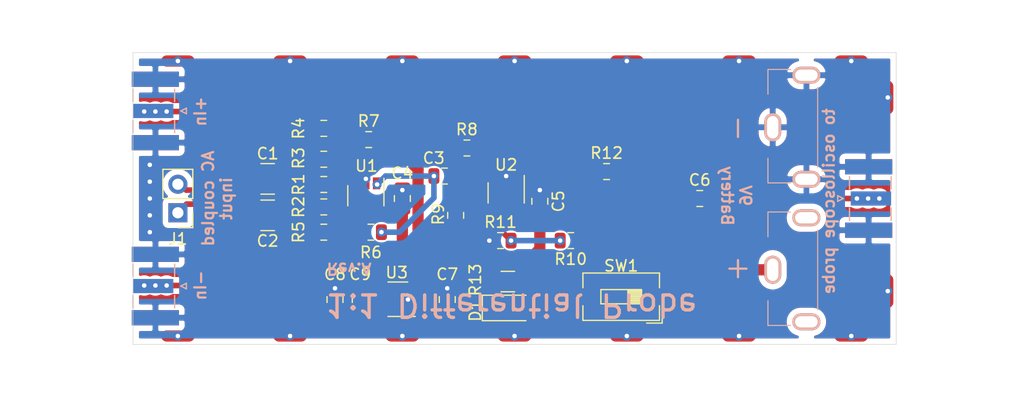
<source format=kicad_pcb>
(kicad_pcb (version 20171130) (host pcbnew "(5.1.5-0-10_14)")

  (general
    (thickness 1.6)
    (drawings 13)
    (tracks 146)
    (zones 0)
    (modules 49)
    (nets 21)
  )

  (page A4)
  (layers
    (0 F.Cu signal)
    (31 B.Cu signal)
    (32 B.Adhes user)
    (33 F.Adhes user)
    (34 B.Paste user)
    (35 F.Paste user)
    (36 B.SilkS user)
    (37 F.SilkS user)
    (38 B.Mask user)
    (39 F.Mask user)
    (40 Dwgs.User user)
    (41 Cmts.User user)
    (42 Eco1.User user)
    (43 Eco2.User user)
    (44 Edge.Cuts user)
    (45 Margin user)
    (46 B.CrtYd user)
    (47 F.CrtYd user)
    (48 B.Fab user)
    (49 F.Fab user)
  )

  (setup
    (last_trace_width 0.5)
    (user_trace_width 0.5)
    (user_trace_width 0.8)
    (user_trace_width 1)
    (trace_clearance 0.2)
    (zone_clearance 0.508)
    (zone_45_only no)
    (trace_min 0.2)
    (via_size 0.8)
    (via_drill 0.4)
    (via_min_size 0.4)
    (via_min_drill 0.3)
    (uvia_size 0.3)
    (uvia_drill 0.1)
    (uvias_allowed no)
    (uvia_min_size 0.2)
    (uvia_min_drill 0.1)
    (edge_width 0.05)
    (segment_width 0.2)
    (pcb_text_width 0.3)
    (pcb_text_size 1.5 1.5)
    (mod_edge_width 0.12)
    (mod_text_size 1 1)
    (mod_text_width 0.15)
    (pad_size 3 1)
    (pad_drill 0)
    (pad_to_mask_clearance 0.051)
    (solder_mask_min_width 0.25)
    (aux_axis_origin 0 0)
    (visible_elements FFFFFF7F)
    (pcbplotparams
      (layerselection 0x010fc_ffffffff)
      (usegerberextensions false)
      (usegerberattributes false)
      (usegerberadvancedattributes false)
      (creategerberjobfile false)
      (excludeedgelayer true)
      (linewidth 0.100000)
      (plotframeref false)
      (viasonmask false)
      (mode 1)
      (useauxorigin false)
      (hpglpennumber 1)
      (hpglpenspeed 20)
      (hpglpendiameter 15.000000)
      (psnegative false)
      (psa4output false)
      (plotreference true)
      (plotvalue false)
      (plotinvisibletext false)
      (padsonsilk false)
      (subtractmaskfromsilk false)
      (outputformat 1)
      (mirror false)
      (drillshape 0)
      (scaleselection 1)
      (outputdirectory "./"))
  )

  (net 0 "")
  (net 1 "Net-(C1-Pad2)")
  (net 2 "Net-(C1-Pad1)")
  (net 3 "Net-(C2-Pad2)")
  (net 4 "Net-(C2-Pad1)")
  (net 5 "Net-(C3-Pad2)")
  (net 6 "Net-(C3-Pad1)")
  (net 7 "Net-(C4-Pad2)")
  (net 8 GND)
  (net 9 "Net-(C6-Pad2)")
  (net 10 "Net-(C6-Pad1)")
  (net 11 "Net-(C7-Pad2)")
  (net 12 "Net-(C9-Pad1)")
  (net 13 "Net-(D1-Pad2)")
  (net 14 "Net-(J4-Pad1)")
  (net 15 "Net-(R1-Pad1)")
  (net 16 "Net-(R2-Pad1)")
  (net 17 "Net-(R10-Pad2)")
  (net 18 "Net-(R10-Pad1)")
  (net 19 "Net-(U1-Pad5)")
  (net 20 "Net-(U2-Pad5)")

  (net_class Default "This is the default net class."
    (clearance 0.2)
    (trace_width 0.25)
    (via_dia 0.8)
    (via_drill 0.4)
    (uvia_dia 0.3)
    (uvia_drill 0.1)
    (add_net GND)
    (add_net "Net-(C1-Pad1)")
    (add_net "Net-(C1-Pad2)")
    (add_net "Net-(C2-Pad1)")
    (add_net "Net-(C2-Pad2)")
    (add_net "Net-(C3-Pad1)")
    (add_net "Net-(C3-Pad2)")
    (add_net "Net-(C4-Pad2)")
    (add_net "Net-(C6-Pad1)")
    (add_net "Net-(C6-Pad2)")
    (add_net "Net-(C7-Pad2)")
    (add_net "Net-(C9-Pad1)")
    (add_net "Net-(D1-Pad2)")
    (add_net "Net-(J4-Pad1)")
    (add_net "Net-(R1-Pad1)")
    (add_net "Net-(R10-Pad1)")
    (add_net "Net-(R10-Pad2)")
    (add_net "Net-(R2-Pad1)")
    (add_net "Net-(U1-Pad5)")
    (add_net "Net-(U2-Pad5)")
  )

  (module "Audio_Components:3mm x 1mm SMD pad" (layer F.Cu) (tedit 5E754AAF) (tstamp 5E75A13A)
    (at 167.25 104 270)
    (fp_text reference REF** (at 0 1.6 90) (layer F.SilkS) hide
      (effects (font (size 1 1) (thickness 0.15)))
    )
    (fp_text value "3mm x 1mm SMD pad" (at 0 -0.5 90) (layer F.Fab) hide
      (effects (font (size 1 1) (thickness 0.15)))
    )
    (pad 1 smd roundrect (at 0 0 270) (size 3 1) (layers F.Cu F.Paste F.Mask) (roundrect_rratio 0.5)
      (net 8 GND))
  )

  (module "Audio_Components:3mm x 1mm SMD pad" (layer F.Cu) (tedit 5E754A9E) (tstamp 5E75A13A)
    (at 167.25 121.25 270)
    (fp_text reference REF** (at 0 1.6 90) (layer F.SilkS) hide
      (effects (font (size 1 1) (thickness 0.15)))
    )
    (fp_text value "3mm x 1mm SMD pad" (at 0 -0.5 90) (layer F.Fab) hide
      (effects (font (size 1 1) (thickness 0.15)))
    )
    (pad 1 smd roundrect (at 0 0 270) (size 3 1) (layers F.Cu F.Paste F.Mask) (roundrect_rratio 0.5)
      (net 8 GND))
  )

  (module "Audio_Components:3mm x 1mm SMD pad" (layer F.Cu) (tedit 5E754A12) (tstamp 5E759F40)
    (at 114 125.25 180)
    (fp_text reference REF** (at 0 1.6) (layer F.SilkS) hide
      (effects (font (size 1 1) (thickness 0.15)))
    )
    (fp_text value "3mm x 1mm SMD pad" (at 0 -0.5) (layer F.Fab) hide
      (effects (font (size 1 1) (thickness 0.15)))
    )
    (pad 1 smd roundrect (at 0 0 180) (size 3 1) (layers F.Cu F.Paste F.Mask) (roundrect_rratio 0.5)
      (net 8 GND))
  )

  (module "Audio_Components:3mm x 1mm SMD pad" (layer F.Cu) (tedit 5E754A79) (tstamp 5E759F3C)
    (at 164 125.25 180)
    (fp_text reference REF** (at 0 1.6) (layer F.SilkS) hide
      (effects (font (size 1 1) (thickness 0.15)))
    )
    (fp_text value "3mm x 1mm SMD pad" (at 0 -0.5) (layer F.Fab) hide
      (effects (font (size 1 1) (thickness 0.15)))
    )
    (pad 1 smd roundrect (at 0 0 180) (size 3 1) (layers F.Cu F.Paste F.Mask) (roundrect_rratio 0.5)
      (net 8 GND))
  )

  (module "Audio_Components:3mm x 1mm SMD pad" (layer F.Cu) (tedit 5E754A07) (tstamp 5E759F38)
    (at 104 125.25 180)
    (fp_text reference REF** (at 0 1.6) (layer F.SilkS) hide
      (effects (font (size 1 1) (thickness 0.15)))
    )
    (fp_text value "3mm x 1mm SMD pad" (at 0 -0.5) (layer F.Fab) hide
      (effects (font (size 1 1) (thickness 0.15)))
    )
    (pad 1 smd roundrect (at 0 0 180) (size 3 1) (layers F.Cu F.Paste F.Mask) (roundrect_rratio 0.5)
      (net 8 GND))
  )

  (module "Audio_Components:3mm x 1mm SMD pad" (layer F.Cu) (tedit 5E754A69) (tstamp 5E759F34)
    (at 144 125.25 180)
    (fp_text reference REF** (at 0 1.6) (layer F.SilkS) hide
      (effects (font (size 1 1) (thickness 0.15)))
    )
    (fp_text value "3mm x 1mm SMD pad" (at 0 -0.5) (layer F.Fab) hide
      (effects (font (size 1 1) (thickness 0.15)))
    )
    (pad 1 smd roundrect (at 0 0 180) (size 3 1) (layers F.Cu F.Paste F.Mask) (roundrect_rratio 0.5)
      (net 8 GND))
  )

  (module "Audio_Components:3mm x 1mm SMD pad" (layer F.Cu) (tedit 5E754A23) (tstamp 5E759F30)
    (at 124 125.25 180)
    (fp_text reference REF** (at 0 1.6) (layer F.SilkS) hide
      (effects (font (size 1 1) (thickness 0.15)))
    )
    (fp_text value "3mm x 1mm SMD pad" (at 0 -0.5) (layer F.Fab) hide
      (effects (font (size 1 1) (thickness 0.15)))
    )
    (pad 1 smd roundrect (at 0 0 180) (size 3 1) (layers F.Cu F.Paste F.Mask) (roundrect_rratio 0.5)
      (net 8 GND))
  )

  (module "Audio_Components:3mm x 1mm SMD pad" (layer F.Cu) (tedit 5E754A60) (tstamp 5E759F2C)
    (at 134 125.25 180)
    (fp_text reference REF** (at 0 1.6) (layer F.SilkS) hide
      (effects (font (size 1 1) (thickness 0.15)))
    )
    (fp_text value "3mm x 1mm SMD pad" (at 0 -0.5) (layer F.Fab) hide
      (effects (font (size 1 1) (thickness 0.15)))
    )
    (pad 1 smd roundrect (at 0 0 180) (size 3 1) (layers F.Cu F.Paste F.Mask) (roundrect_rratio 0.5)
      (net 8 GND))
  )

  (module "Audio_Components:3mm x 1mm SMD pad" (layer F.Cu) (tedit 5E754A71) (tstamp 5E759F28)
    (at 154 125.25 180)
    (fp_text reference REF** (at 0 1.6) (layer F.SilkS) hide
      (effects (font (size 1 1) (thickness 0.15)))
    )
    (fp_text value "3mm x 1mm SMD pad" (at 0 -0.5) (layer F.Fab) hide
      (effects (font (size 1 1) (thickness 0.15)))
    )
    (pad 1 smd roundrect (at 0 0 180) (size 3 1) (layers F.Cu F.Paste F.Mask) (roundrect_rratio 0.5)
      (net 8 GND))
  )

  (module "Audio_Components:3mm x 1mm SMD pad" (layer F.Cu) (tedit 5E7549AB) (tstamp 5E759C4E)
    (at 164 100.75 180)
    (fp_text reference REF** (at 0 1.6) (layer F.SilkS) hide
      (effects (font (size 1 1) (thickness 0.15)))
    )
    (fp_text value "3mm x 1mm SMD pad" (at 0 -0.5) (layer F.Fab) hide
      (effects (font (size 1 1) (thickness 0.15)))
    )
    (pad 1 smd roundrect (at 0 0 180) (size 3 1) (layers F.Cu F.Paste F.Mask) (roundrect_rratio 0.5)
      (net 8 GND))
  )

  (module "Audio_Components:3mm x 1mm SMD pad" (layer F.Cu) (tedit 5E7549A2) (tstamp 5E759C4E)
    (at 154 100.75 180)
    (fp_text reference REF** (at 0 1.6) (layer F.SilkS) hide
      (effects (font (size 1 1) (thickness 0.15)))
    )
    (fp_text value "3mm x 1mm SMD pad" (at 0 -0.5) (layer F.Fab) hide
      (effects (font (size 1 1) (thickness 0.15)))
    )
    (pad 1 smd roundrect (at 0 0 180) (size 3 1) (layers F.Cu F.Paste F.Mask) (roundrect_rratio 0.5)
      (net 8 GND))
  )

  (module "Audio_Components:3mm x 1mm SMD pad" (layer F.Cu) (tedit 5E75499A) (tstamp 5E759C4E)
    (at 144 100.75 180)
    (fp_text reference REF** (at 0 1.6) (layer F.SilkS) hide
      (effects (font (size 1 1) (thickness 0.15)))
    )
    (fp_text value "3mm x 1mm SMD pad" (at 0 -0.5) (layer F.Fab) hide
      (effects (font (size 1 1) (thickness 0.15)))
    )
    (pad 1 smd roundrect (at 0 0 180) (size 3 1) (layers F.Cu F.Paste F.Mask) (roundrect_rratio 0.5)
      (net 8 GND))
  )

  (module "Audio_Components:3mm x 1mm SMD pad" (layer F.Cu) (tedit 5E754962) (tstamp 5E759C4E)
    (at 134 100.75 180)
    (fp_text reference REF** (at 0 1.6) (layer F.SilkS) hide
      (effects (font (size 1 1) (thickness 0.15)))
    )
    (fp_text value "3mm x 1mm SMD pad" (at 0 -0.5) (layer F.Fab) hide
      (effects (font (size 1 1) (thickness 0.15)))
    )
    (pad 1 smd roundrect (at 0 0 180) (size 3 1) (layers F.Cu F.Paste F.Mask) (roundrect_rratio 0.5)
      (net 8 GND))
  )

  (module "Audio_Components:3mm x 1mm SMD pad" (layer F.Cu) (tedit 5E754937) (tstamp 5E759C4E)
    (at 124 100.75 180)
    (fp_text reference REF** (at 0 1.6) (layer F.SilkS) hide
      (effects (font (size 1 1) (thickness 0.15)))
    )
    (fp_text value "3mm x 1mm SMD pad" (at 0 -0.5) (layer F.Fab) hide
      (effects (font (size 1 1) (thickness 0.15)))
    )
    (pad 1 smd roundrect (at 0 0 180) (size 3 1) (layers F.Cu F.Paste F.Mask) (roundrect_rratio 0.5)
      (net 8 GND))
  )

  (module "Audio_Components:3mm x 1mm SMD pad" (layer F.Cu) (tedit 5E7548D1) (tstamp 5E759C4E)
    (at 114 100.75 180)
    (fp_text reference REF** (at 0 1.6) (layer F.SilkS) hide
      (effects (font (size 1 1) (thickness 0.15)))
    )
    (fp_text value "3mm x 1mm SMD pad" (at 0 -0.5) (layer F.Fab) hide
      (effects (font (size 1 1) (thickness 0.15)))
    )
    (pad 1 smd roundrect (at 0 0 180) (size 3 1) (layers F.Cu F.Paste F.Mask) (roundrect_rratio 0.5)
      (net 8 GND))
  )

  (module "Audio_Components:3mm x 1mm SMD pad" (layer F.Cu) (tedit 5E75488F) (tstamp 5E759C19)
    (at 104 100.75 180)
    (fp_text reference REF** (at 0 1.6) (layer F.SilkS) hide
      (effects (font (size 1 1) (thickness 0.15)))
    )
    (fp_text value "3mm x 1mm SMD pad" (at 0 -0.5) (layer F.Fab) hide
      (effects (font (size 1 1) (thickness 0.15)))
    )
    (pad 1 smd roundrect (at 0 0 180) (size 3 1) (layers F.Cu F.Paste F.Mask) (roundrect_rratio 0.5)
      (net 8 GND))
  )

  (module Connector_Coaxial:SMA_Samtec_SMA-J-P-X-ST-EM1_EdgeMount (layer B.Cu) (tedit 5DAA3454) (tstamp 5E75430D)
    (at 102 120.8 90)
    (descr "Connector SMA, 0Hz to 20GHz, 50Ohm, Edge Mount (http://suddendocs.samtec.com/prints/sma-j-p-x-st-em1-mkt.pdf)")
    (tags "SMA Straight Samtec Edge Mount")
    (path /5E7DC584)
    (attr smd)
    (fp_text reference J1.1 (at 0 3.5 90) (layer B.SilkS) hide
      (effects (font (size 1 1) (thickness 0.15)) (justify mirror))
    )
    (fp_text value Conn_Coaxial (at 0 -13 90) (layer B.Fab)
      (effects (font (size 1 1) (thickness 0.15)) (justify mirror))
    )
    (fp_text user "Board Thickness: 1.57mm" (at 0 5.45 90) (layer Cmts.User)
      (effects (font (size 1 1) (thickness 0.15)))
    )
    (fp_line (start 0.84 1.71) (end 1.95 1.71) (layer B.SilkS) (width 0.12))
    (fp_line (start -1.95 1.71) (end -0.84 1.71) (layer B.SilkS) (width 0.12))
    (fp_line (start 0.84 -2) (end 1.95 -2) (layer B.SilkS) (width 0.12))
    (fp_line (start -1.95 -2) (end -0.84 -2) (layer B.SilkS) (width 0.12))
    (fp_line (start 3.68 -2.6) (end 3.68 -12.12) (layer F.CrtYd) (width 0.05))
    (fp_line (start 4 -2.6) (end 3.68 -2.6) (layer F.CrtYd) (width 0.05))
    (fp_line (start -3.68 -12.12) (end -3.68 -2.6) (layer F.CrtYd) (width 0.05))
    (fp_line (start -3.68 -2.6) (end -4 -2.6) (layer F.CrtYd) (width 0.05))
    (fp_line (start 3.68 -2.6) (end 3.68 -12.12) (layer B.CrtYd) (width 0.05))
    (fp_line (start 3.68 -2.6) (end 4 -2.6) (layer B.CrtYd) (width 0.05))
    (fp_line (start -3.68 -12.12) (end -3.68 -2.6) (layer B.CrtYd) (width 0.05))
    (fp_line (start -3.68 -2.6) (end -4 -2.6) (layer B.CrtYd) (width 0.05))
    (fp_text user "PCB Edge" (at 0 -2.6 90) (layer Dwgs.User)
      (effects (font (size 0.5 0.5) (thickness 0.1)))
    )
    (fp_line (start 4.1 -2.1) (end -4.1 -2.1) (layer Dwgs.User) (width 0.1))
    (fp_line (start -3.175 1.71) (end -3.175 -11.62) (layer B.Fab) (width 0.1))
    (fp_line (start -2.365 1.71) (end -3.175 1.71) (layer B.Fab) (width 0.1))
    (fp_line (start -2.365 -2.1) (end -2.365 1.71) (layer B.Fab) (width 0.1))
    (fp_line (start 2.365 -2.1) (end -2.365 -2.1) (layer B.Fab) (width 0.1))
    (fp_line (start 2.365 1.71) (end 2.365 -2.1) (layer B.Fab) (width 0.1))
    (fp_line (start 3.175 1.71) (end 2.365 1.71) (layer B.Fab) (width 0.1))
    (fp_line (start 3.175 1.71) (end 3.175 -11.62) (layer B.Fab) (width 0.1))
    (fp_line (start 3.165 -11.62) (end -3.165 -11.62) (layer B.Fab) (width 0.1))
    (fp_line (start -4 2.6) (end 4 2.6) (layer F.CrtYd) (width 0.05))
    (fp_line (start -4 -2.6) (end -4 2.6) (layer F.CrtYd) (width 0.05))
    (fp_line (start 3.68 -12.12) (end -3.68 -12.12) (layer F.CrtYd) (width 0.05))
    (fp_line (start 4 -2.6) (end 4 2.6) (layer F.CrtYd) (width 0.05))
    (fp_line (start -4 2.6) (end 4 2.6) (layer B.CrtYd) (width 0.05))
    (fp_line (start -4 -2.6) (end -4 2.6) (layer B.CrtYd) (width 0.05))
    (fp_line (start 3.68 -12.12) (end -3.68 -12.12) (layer B.CrtYd) (width 0.05))
    (fp_line (start 4 -2.6) (end 4 2.6) (layer B.CrtYd) (width 0.05))
    (fp_text user %R (at 0 -4.79 -90) (layer B.Fab)
      (effects (font (size 1 1) (thickness 0.15)) (justify mirror))
    )
    (fp_line (start 0.64 -2.1) (end 0 -3.1) (layer B.Fab) (width 0.1))
    (fp_line (start 0 -3.1) (end -0.64 -2.1) (layer B.Fab) (width 0.1))
    (fp_line (start 0 2.26) (end 0.25 2.76) (layer B.SilkS) (width 0.12))
    (fp_line (start 0.25 2.76) (end -0.25 2.76) (layer B.SilkS) (width 0.12))
    (fp_line (start -0.25 2.76) (end 0 2.26) (layer B.SilkS) (width 0.12))
    (pad 1 smd rect (at 0 -0.2 90) (size 1.27 3.6) (layers B.Cu B.Paste B.Mask)
      (net 3 "Net-(C2-Pad2)"))
    (pad 2 smd rect (at 2.825 0 90) (size 1.35 4.2) (layers B.Cu B.Paste B.Mask)
      (net 8 GND))
    (pad 2 smd rect (at -2.825 0 90) (size 1.35 4.2) (layers B.Cu B.Paste B.Mask)
      (net 8 GND))
    (pad 2 smd rect (at 2.825 0 90) (size 1.35 4.2) (layers F.Cu F.Paste F.Mask)
      (net 8 GND))
    (pad 2 smd rect (at -2.825 0 90) (size 1.35 4.2) (layers F.Cu F.Paste F.Mask)
      (net 8 GND))
    (model ${KIAUDIOLIB}/Audio_Components.pretty/3d/SMA-EDGE_3D.STEP
      (offset (xyz 0 -3.85 0.4))
      (scale (xyz 1 1 1))
      (rotate (xyz 0 0 180))
    )
  )

  (module Connector_Coaxial:SMA_Samtec_SMA-J-P-X-ST-EM1_EdgeMount (layer B.Cu) (tedit 5DAA3454) (tstamp 5E7542B5)
    (at 102 105.2 90)
    (descr "Connector SMA, 0Hz to 20GHz, 50Ohm, Edge Mount (http://suddendocs.samtec.com/prints/sma-j-p-x-st-em1-mkt.pdf)")
    (tags "SMA Straight Samtec Edge Mount")
    (path /5E7DF6AD)
    (attr smd)
    (fp_text reference J1.2 (at 0 3.5 90) (layer B.SilkS) hide
      (effects (font (size 1 1) (thickness 0.15)) (justify mirror))
    )
    (fp_text value Conn_Coaxial (at 0 -13 90) (layer B.Fab)
      (effects (font (size 1 1) (thickness 0.15)) (justify mirror))
    )
    (fp_text user "Board Thickness: 1.57mm" (at 0 5.45 90) (layer Cmts.User)
      (effects (font (size 1 1) (thickness 0.15)))
    )
    (fp_line (start 0.84 1.71) (end 1.95 1.71) (layer B.SilkS) (width 0.12))
    (fp_line (start -1.95 1.71) (end -0.84 1.71) (layer B.SilkS) (width 0.12))
    (fp_line (start 0.84 -2) (end 1.95 -2) (layer B.SilkS) (width 0.12))
    (fp_line (start -1.95 -2) (end -0.84 -2) (layer B.SilkS) (width 0.12))
    (fp_line (start 3.68 -2.6) (end 3.68 -12.12) (layer F.CrtYd) (width 0.05))
    (fp_line (start 4 -2.6) (end 3.68 -2.6) (layer F.CrtYd) (width 0.05))
    (fp_line (start -3.68 -12.12) (end -3.68 -2.6) (layer F.CrtYd) (width 0.05))
    (fp_line (start -3.68 -2.6) (end -4 -2.6) (layer F.CrtYd) (width 0.05))
    (fp_line (start 3.68 -2.6) (end 3.68 -12.12) (layer B.CrtYd) (width 0.05))
    (fp_line (start 3.68 -2.6) (end 4 -2.6) (layer B.CrtYd) (width 0.05))
    (fp_line (start -3.68 -12.12) (end -3.68 -2.6) (layer B.CrtYd) (width 0.05))
    (fp_line (start -3.68 -2.6) (end -4 -2.6) (layer B.CrtYd) (width 0.05))
    (fp_text user "PCB Edge" (at 0 -2.6 90) (layer Dwgs.User)
      (effects (font (size 0.5 0.5) (thickness 0.1)))
    )
    (fp_line (start 4.1 -2.1) (end -4.1 -2.1) (layer Dwgs.User) (width 0.1))
    (fp_line (start -3.175 1.71) (end -3.175 -11.62) (layer B.Fab) (width 0.1))
    (fp_line (start -2.365 1.71) (end -3.175 1.71) (layer B.Fab) (width 0.1))
    (fp_line (start -2.365 -2.1) (end -2.365 1.71) (layer B.Fab) (width 0.1))
    (fp_line (start 2.365 -2.1) (end -2.365 -2.1) (layer B.Fab) (width 0.1))
    (fp_line (start 2.365 1.71) (end 2.365 -2.1) (layer B.Fab) (width 0.1))
    (fp_line (start 3.175 1.71) (end 2.365 1.71) (layer B.Fab) (width 0.1))
    (fp_line (start 3.175 1.71) (end 3.175 -11.62) (layer B.Fab) (width 0.1))
    (fp_line (start 3.165 -11.62) (end -3.165 -11.62) (layer B.Fab) (width 0.1))
    (fp_line (start -4 2.6) (end 4 2.6) (layer F.CrtYd) (width 0.05))
    (fp_line (start -4 -2.6) (end -4 2.6) (layer F.CrtYd) (width 0.05))
    (fp_line (start 3.68 -12.12) (end -3.68 -12.12) (layer F.CrtYd) (width 0.05))
    (fp_line (start 4 -2.6) (end 4 2.6) (layer F.CrtYd) (width 0.05))
    (fp_line (start -4 2.6) (end 4 2.6) (layer B.CrtYd) (width 0.05))
    (fp_line (start -4 -2.6) (end -4 2.6) (layer B.CrtYd) (width 0.05))
    (fp_line (start 3.68 -12.12) (end -3.68 -12.12) (layer B.CrtYd) (width 0.05))
    (fp_line (start 4 -2.6) (end 4 2.6) (layer B.CrtYd) (width 0.05))
    (fp_text user %R (at 0 -4.79 -90) (layer B.Fab)
      (effects (font (size 1 1) (thickness 0.15)) (justify mirror))
    )
    (fp_line (start 0.64 -2.1) (end 0 -3.1) (layer B.Fab) (width 0.1))
    (fp_line (start 0 -3.1) (end -0.64 -2.1) (layer B.Fab) (width 0.1))
    (fp_line (start 0 2.26) (end 0.25 2.76) (layer B.SilkS) (width 0.12))
    (fp_line (start 0.25 2.76) (end -0.25 2.76) (layer B.SilkS) (width 0.12))
    (fp_line (start -0.25 2.76) (end 0 2.26) (layer B.SilkS) (width 0.12))
    (pad 1 smd rect (at 0 -0.2 90) (size 1.27 3.6) (layers B.Cu B.Paste B.Mask)
      (net 1 "Net-(C1-Pad2)"))
    (pad 2 smd rect (at 2.825 0 90) (size 1.35 4.2) (layers B.Cu B.Paste B.Mask)
      (net 8 GND))
    (pad 2 smd rect (at -2.825 0 90) (size 1.35 4.2) (layers B.Cu B.Paste B.Mask)
      (net 8 GND))
    (pad 2 smd rect (at 2.825 0 90) (size 1.35 4.2) (layers F.Cu F.Paste F.Mask)
      (net 8 GND))
    (pad 2 smd rect (at -2.825 0 90) (size 1.35 4.2) (layers F.Cu F.Paste F.Mask)
      (net 8 GND))
    (model ${KIAUDIOLIB}/Audio_Components.pretty/3d/SMA-EDGE_3D.STEP
      (offset (xyz 0 -3.85 0.4))
      (scale (xyz 1 1 1))
      (rotate (xyz 0 0 180))
    )
  )

  (module Audio_Components:BatteryHolder_Keystone_593 (layer B.Cu) (tedit 5E74C645) (tstamp 5E75210D)
    (at 157 106.65 270)
    (descr "Male 9 Volt Contact-Battery on Board")
    (tags "9V Battery")
    (path /5E759935)
    (fp_text reference J3 (at 0.25 2.6 270) (layer B.SilkS) hide
      (effects (font (size 1.27 1.27) (thickness 0.254)) (justify mirror))
    )
    (fp_text value Conn_01x01_Female (at 4.5 -4.25 270) (layer B.SilkS) hide
      (effects (font (size 1.27 1.27) (thickness 0.254)) (justify mirror))
    )
    (fp_line (start -4.945 0.2) (end 4.765 0.2) (layer Dwgs.User) (width 0.2))
    (fp_line (start 4.765 0.2) (end 4.765 -4) (layer Dwgs.User) (width 0.2))
    (fp_line (start 4.765 -4) (end -4.95 -4) (layer Dwgs.User) (width 0.2))
    (fp_line (start -4.95 -4) (end -4.95 0.2) (layer Dwgs.User) (width 0.2))
    (fp_line (start -3.55 -4.005) (end 3.565 -4.005) (layer B.SilkS) (width 0.1))
    (fp_line (start -5.15 -1.575) (end -5.15 0.425) (layer B.SilkS) (width 0.1))
    (fp_line (start -5.15 0.425) (end -2.945 0.425) (layer B.SilkS) (width 0.1))
    (fp_line (start 2.755 0.425) (end 4.96 0.425) (layer B.SilkS) (width 0.1))
    (fp_line (start 4.96 0.425) (end 4.96 -1.575) (layer B.SilkS) (width 0.1))
    (pad 1 thru_hole oval (at -4.635 -3 180) (size 2.5 1.5) (drill oval 2 1) (layers *.Cu *.Mask B.SilkS)
      (net 8 GND))
    (pad 1 thru_hole oval (at 4.635 -3 180) (size 2.5 1.5) (drill oval 2 1) (layers *.Cu *.Mask B.SilkS)
      (net 8 GND))
    (pad 1 thru_hole oval (at 0 0 270) (size 2.5 1.5) (drill oval 2 1) (layers *.Cu *.Mask B.SilkS)
      (net 8 GND))
    (model ${KIAUDIOLIB}/Audio_Components.pretty/3d/keystone-PN593.STEP
      (offset (xyz -3.5 -3.1 6.25))
      (scale (xyz 1 1 1))
      (rotate (xyz -90 0 0))
    )
  )

  (module Audio_Components:BatteryHolder_Keystone_594 (layer B.Cu) (tedit 5E74C65E) (tstamp 5E75A336)
    (at 157 119.35 270)
    (descr "Female 9 Volt Contact-Battery on Board")
    (tags "9V Battery")
    (path /5E75A7BD)
    (fp_text reference J4 (at 0.15 2.4 270) (layer B.SilkS) hide
      (effects (font (size 1.27 1.27) (thickness 0.254)) (justify mirror))
    )
    (fp_text value Conn_01x01_Female (at 4.5 -4.25 270) (layer B.SilkS) hide
      (effects (font (size 1.27 1.27) (thickness 0.254)) (justify mirror))
    )
    (fp_line (start -4.945 0.2) (end 4.765 0.2) (layer Dwgs.User) (width 0.2))
    (fp_line (start 4.765 0.2) (end 4.765 -4) (layer Dwgs.User) (width 0.2))
    (fp_line (start 4.765 -4) (end -4.95 -4) (layer Dwgs.User) (width 0.2))
    (fp_line (start -4.95 -4) (end -4.95 0.2) (layer Dwgs.User) (width 0.2))
    (fp_line (start -3.55 -4.005) (end 3.565 -4.005) (layer B.SilkS) (width 0.1))
    (fp_line (start -5.15 -1.575) (end -5.15 0.425) (layer B.SilkS) (width 0.1))
    (fp_line (start -5.15 0.425) (end -2.945 0.425) (layer B.SilkS) (width 0.1))
    (fp_line (start 2.755 0.425) (end 4.96 0.425) (layer B.SilkS) (width 0.1))
    (fp_line (start 4.96 0.425) (end 4.96 -1.575) (layer B.SilkS) (width 0.1))
    (pad 1 thru_hole oval (at -4.635 -3 180) (size 2.5 1.5) (drill oval 2 1) (layers *.Cu *.Mask B.SilkS)
      (net 14 "Net-(J4-Pad1)"))
    (pad 1 thru_hole oval (at 4.635 -3 180) (size 2.5 1.5) (drill oval 2 1) (layers *.Cu *.Mask B.SilkS)
      (net 14 "Net-(J4-Pad1)"))
    (pad 1 thru_hole oval (at 0 0 270) (size 2.5 1.5) (drill oval 2 1) (layers *.Cu *.Mask B.SilkS)
      (net 14 "Net-(J4-Pad1)"))
    (model ${KIAUDIOLIB}/Audio_Components.pretty/3d/keystone-PN594.STEP
      (offset (xyz -3.5 -3.1 6.25))
      (scale (xyz 1 1 1))
      (rotate (xyz -90 0 0))
    )
  )

  (module Package_TO_SOT_SMD:TSOT-23-5 (layer F.Cu) (tedit 5A02FF57) (tstamp 5E7520A9)
    (at 123.6 122 180)
    (descr "5-pin TSOT23 package, http://cds.linear.com/docs/en/packaging/SOT_5_05-08-1635.pdf")
    (tags TSOT-23-5)
    (path /5E75F9CE)
    (attr smd)
    (fp_text reference U3 (at 0.1 2.4) (layer F.SilkS)
      (effects (font (size 1 1) (thickness 0.15)))
    )
    (fp_text value LT1761-5 (at 0 2.5) (layer F.Fab)
      (effects (font (size 1 1) (thickness 0.15)))
    )
    (fp_line (start 2.17 1.7) (end -2.17 1.7) (layer F.CrtYd) (width 0.05))
    (fp_line (start 2.17 1.7) (end 2.17 -1.7) (layer F.CrtYd) (width 0.05))
    (fp_line (start -2.17 -1.7) (end -2.17 1.7) (layer F.CrtYd) (width 0.05))
    (fp_line (start -2.17 -1.7) (end 2.17 -1.7) (layer F.CrtYd) (width 0.05))
    (fp_line (start 0.88 -1.45) (end 0.88 1.45) (layer F.Fab) (width 0.1))
    (fp_line (start 0.88 1.45) (end -0.88 1.45) (layer F.Fab) (width 0.1))
    (fp_line (start -0.88 -1) (end -0.88 1.45) (layer F.Fab) (width 0.1))
    (fp_line (start 0.88 -1.45) (end -0.43 -1.45) (layer F.Fab) (width 0.1))
    (fp_line (start -0.88 -1) (end -0.43 -1.45) (layer F.Fab) (width 0.1))
    (fp_line (start 0.88 -1.51) (end -1.55 -1.51) (layer F.SilkS) (width 0.12))
    (fp_line (start -0.88 1.56) (end 0.88 1.56) (layer F.SilkS) (width 0.12))
    (fp_text user %R (at 0 0 90) (layer F.Fab)
      (effects (font (size 0.5 0.5) (thickness 0.075)))
    )
    (pad 5 smd rect (at 1.31 -0.95 180) (size 1.22 0.65) (layers F.Cu F.Paste F.Mask)
      (net 7 "Net-(C4-Pad2)"))
    (pad 4 smd rect (at 1.31 0.95 180) (size 1.22 0.65) (layers F.Cu F.Paste F.Mask)
      (net 12 "Net-(C9-Pad1)"))
    (pad 3 smd rect (at -1.31 0.95 180) (size 1.22 0.65) (layers F.Cu F.Paste F.Mask)
      (net 11 "Net-(C7-Pad2)"))
    (pad 2 smd rect (at -1.31 0 180) (size 1.22 0.65) (layers F.Cu F.Paste F.Mask)
      (net 8 GND))
    (pad 1 smd rect (at -1.31 -0.95 180) (size 1.22 0.65) (layers F.Cu F.Paste F.Mask)
      (net 11 "Net-(C7-Pad2)"))
    (model ${KISYS3DMOD}/Package_TO_SOT_SMD.3dshapes/TSOT-23-5.wrl
      (at (xyz 0 0 0))
      (scale (xyz 1 1 1))
      (rotate (xyz 0 0 0))
    )
  )

  (module Package_TO_SOT_SMD:SOT-23-6 (layer F.Cu) (tedit 5A02FF57) (tstamp 5E75206B)
    (at 133.25 112.5 270)
    (descr "6-pin SOT-23 package")
    (tags SOT-23-6)
    (path /5E780852)
    (attr smd)
    (fp_text reference U2 (at -2.5 0 180) (layer F.SilkS)
      (effects (font (size 1 1) (thickness 0.15)))
    )
    (fp_text value LTC6268-10 (at 0 2.9 90) (layer F.Fab)
      (effects (font (size 1 1) (thickness 0.15)))
    )
    (fp_line (start 0.9 -1.55) (end 0.9 1.55) (layer F.Fab) (width 0.1))
    (fp_line (start 0.9 1.55) (end -0.9 1.55) (layer F.Fab) (width 0.1))
    (fp_line (start -0.9 -0.9) (end -0.9 1.55) (layer F.Fab) (width 0.1))
    (fp_line (start 0.9 -1.55) (end -0.25 -1.55) (layer F.Fab) (width 0.1))
    (fp_line (start -0.9 -0.9) (end -0.25 -1.55) (layer F.Fab) (width 0.1))
    (fp_line (start -1.9 -1.8) (end -1.9 1.8) (layer F.CrtYd) (width 0.05))
    (fp_line (start -1.9 1.8) (end 1.9 1.8) (layer F.CrtYd) (width 0.05))
    (fp_line (start 1.9 1.8) (end 1.9 -1.8) (layer F.CrtYd) (width 0.05))
    (fp_line (start 1.9 -1.8) (end -1.9 -1.8) (layer F.CrtYd) (width 0.05))
    (fp_line (start 0.9 -1.61) (end -1.55 -1.61) (layer F.SilkS) (width 0.12))
    (fp_line (start -0.9 1.61) (end 0.9 1.61) (layer F.SilkS) (width 0.12))
    (fp_text user %R (at 0 0) (layer F.Fab)
      (effects (font (size 0.5 0.5) (thickness 0.075)))
    )
    (pad 5 smd rect (at 1.1 0 270) (size 1.06 0.65) (layers F.Cu F.Paste F.Mask)
      (net 20 "Net-(U2-Pad5)"))
    (pad 6 smd rect (at 1.1 -0.95 270) (size 1.06 0.65) (layers F.Cu F.Paste F.Mask)
      (net 7 "Net-(C4-Pad2)"))
    (pad 4 smd rect (at 1.1 0.95 270) (size 1.06 0.65) (layers F.Cu F.Paste F.Mask)
      (net 17 "Net-(R10-Pad2)"))
    (pad 3 smd rect (at -1.1 0.95 270) (size 1.06 0.65) (layers F.Cu F.Paste F.Mask)
      (net 6 "Net-(C3-Pad1)"))
    (pad 2 smd rect (at -1.1 0 270) (size 1.06 0.65) (layers F.Cu F.Paste F.Mask)
      (net 8 GND))
    (pad 1 smd rect (at -1.1 -0.95 270) (size 1.06 0.65) (layers F.Cu F.Paste F.Mask)
      (net 18 "Net-(R10-Pad1)"))
    (model ${KISYS3DMOD}/Package_TO_SOT_SMD.3dshapes/SOT-23-6.wrl
      (at (xyz 0 0 0))
      (scale (xyz 1 1 1))
      (rotate (xyz 0 0 0))
    )
  )

  (module Package_TO_SOT_SMD:SOT-23-6 (layer F.Cu) (tedit 5A02FF57) (tstamp 5E75202C)
    (at 120.75 112.75 270)
    (descr "6-pin SOT-23 package")
    (tags SOT-23-6)
    (path /5E747DAB)
    (attr smd)
    (fp_text reference U1 (at -2.65 -0.05 180) (layer F.SilkS)
      (effects (font (size 1 1) (thickness 0.15)))
    )
    (fp_text value LTC6268-10 (at 0 2.9 90) (layer F.Fab)
      (effects (font (size 1 1) (thickness 0.15)))
    )
    (fp_line (start 0.9 -1.55) (end 0.9 1.55) (layer F.Fab) (width 0.1))
    (fp_line (start 0.9 1.55) (end -0.9 1.55) (layer F.Fab) (width 0.1))
    (fp_line (start -0.9 -0.9) (end -0.9 1.55) (layer F.Fab) (width 0.1))
    (fp_line (start 0.9 -1.55) (end -0.25 -1.55) (layer F.Fab) (width 0.1))
    (fp_line (start -0.9 -0.9) (end -0.25 -1.55) (layer F.Fab) (width 0.1))
    (fp_line (start -1.9 -1.8) (end -1.9 1.8) (layer F.CrtYd) (width 0.05))
    (fp_line (start -1.9 1.8) (end 1.9 1.8) (layer F.CrtYd) (width 0.05))
    (fp_line (start 1.9 1.8) (end 1.9 -1.8) (layer F.CrtYd) (width 0.05))
    (fp_line (start 1.9 -1.8) (end -1.9 -1.8) (layer F.CrtYd) (width 0.05))
    (fp_line (start 0.9 -1.61) (end -1.55 -1.61) (layer F.SilkS) (width 0.12))
    (fp_line (start -0.9 1.61) (end 0.9 1.61) (layer F.SilkS) (width 0.12))
    (fp_text user %R (at 0 0) (layer F.Fab)
      (effects (font (size 0.5 0.5) (thickness 0.075)))
    )
    (pad 5 smd rect (at 1.1 0 270) (size 1.06 0.65) (layers F.Cu F.Paste F.Mask)
      (net 19 "Net-(U1-Pad5)"))
    (pad 6 smd rect (at 1.1 -0.95 270) (size 1.06 0.65) (layers F.Cu F.Paste F.Mask)
      (net 7 "Net-(C4-Pad2)"))
    (pad 4 smd rect (at 1.1 0.95 270) (size 1.06 0.65) (layers F.Cu F.Paste F.Mask)
      (net 16 "Net-(R2-Pad1)"))
    (pad 3 smd rect (at -1.1 0.95 270) (size 1.06 0.65) (layers F.Cu F.Paste F.Mask)
      (net 15 "Net-(R1-Pad1)"))
    (pad 2 smd rect (at -1.1 0 270) (size 1.06 0.65) (layers F.Cu F.Paste F.Mask)
      (net 8 GND))
    (pad 1 smd rect (at -1.1 -0.95 270) (size 1.06 0.65) (layers F.Cu F.Paste F.Mask)
      (net 5 "Net-(C3-Pad2)"))
    (model ${KISYS3DMOD}/Package_TO_SOT_SMD.3dshapes/SOT-23-6.wrl
      (at (xyz 0 0 0))
      (scale (xyz 1 1 1))
      (rotate (xyz 0 0 0))
    )
  )

  (module Button_Switch_SMD:SW_DIP_SPSTx01_Slide_6.7x4.1mm_W8.61mm_P2.54mm_LowProfile (layer F.Cu) (tedit 5A4E1404) (tstamp 5E751FA7)
    (at 143.5 121.75 180)
    (descr "SMD 1x-dip-switch SPST , Slide, row spacing 8.61 mm (338 mils), body size 6.7x4.1mm (see e.g. https://www.ctscorp.com/wp-content/uploads/219.pdf), SMD, LowProfile")
    (tags "SMD DIP Switch SPST Slide 8.61mm 338mil SMD LowProfile")
    (path /5E762EE8)
    (attr smd)
    (fp_text reference SW1 (at 0 2.75) (layer F.SilkS)
      (effects (font (size 1 1) (thickness 0.15)))
    )
    (fp_text value SPST (at 0 3.11) (layer F.Fab)
      (effects (font (size 1 1) (thickness 0.15)))
    )
    (fp_text user on (at 0.4275 -1.3425) (layer F.Fab)
      (effects (font (size 0.6 0.6) (thickness 0.09)))
    )
    (fp_text user %R (at 2.58 0 90) (layer F.Fab)
      (effects (font (size 0.6 0.6) (thickness 0.09)))
    )
    (fp_line (start 5.8 -2.4) (end -5.8 -2.4) (layer F.CrtYd) (width 0.05))
    (fp_line (start 5.8 2.4) (end 5.8 -2.4) (layer F.CrtYd) (width 0.05))
    (fp_line (start -5.8 2.4) (end 5.8 2.4) (layer F.CrtYd) (width 0.05))
    (fp_line (start -5.8 -2.4) (end -5.8 2.4) (layer F.CrtYd) (width 0.05))
    (fp_line (start -0.603333 -0.635) (end -0.603333 0.635) (layer F.SilkS) (width 0.12))
    (fp_line (start -1.81 0.565) (end -0.603333 0.565) (layer F.SilkS) (width 0.12))
    (fp_line (start -1.81 0.445) (end -0.603333 0.445) (layer F.SilkS) (width 0.12))
    (fp_line (start -1.81 0.325) (end -0.603333 0.325) (layer F.SilkS) (width 0.12))
    (fp_line (start -1.81 0.205) (end -0.603333 0.205) (layer F.SilkS) (width 0.12))
    (fp_line (start -1.81 0.085) (end -0.603333 0.085) (layer F.SilkS) (width 0.12))
    (fp_line (start -1.81 -0.035) (end -0.603333 -0.035) (layer F.SilkS) (width 0.12))
    (fp_line (start -1.81 -0.155) (end -0.603333 -0.155) (layer F.SilkS) (width 0.12))
    (fp_line (start -1.81 -0.275) (end -0.603333 -0.275) (layer F.SilkS) (width 0.12))
    (fp_line (start -1.81 -0.395) (end -0.603333 -0.395) (layer F.SilkS) (width 0.12))
    (fp_line (start -1.81 -0.515) (end -0.603333 -0.515) (layer F.SilkS) (width 0.12))
    (fp_line (start 1.81 -0.635) (end -1.81 -0.635) (layer F.SilkS) (width 0.12))
    (fp_line (start 1.81 0.635) (end 1.81 -0.635) (layer F.SilkS) (width 0.12))
    (fp_line (start -1.81 0.635) (end 1.81 0.635) (layer F.SilkS) (width 0.12))
    (fp_line (start -1.81 -0.635) (end -1.81 0.635) (layer F.SilkS) (width 0.12))
    (fp_line (start -3.65 -2.35) (end -3.65 -0.967) (layer F.SilkS) (width 0.12))
    (fp_line (start -3.65 -2.35) (end -2.267 -2.35) (layer F.SilkS) (width 0.12))
    (fp_line (start 3.41 0.8) (end 3.41 2.11) (layer F.SilkS) (width 0.12))
    (fp_line (start 3.41 -2.11) (end 3.41 -0.8) (layer F.SilkS) (width 0.12))
    (fp_line (start -3.41 0.8) (end -3.41 2.11) (layer F.SilkS) (width 0.12))
    (fp_line (start -3.41 -2.11) (end -3.41 -0.8) (layer F.SilkS) (width 0.12))
    (fp_line (start -3.41 2.11) (end 3.41 2.11) (layer F.SilkS) (width 0.12))
    (fp_line (start -3.41 -2.11) (end 3.41 -2.11) (layer F.SilkS) (width 0.12))
    (fp_line (start -0.603333 -0.635) (end -0.603333 0.635) (layer F.Fab) (width 0.1))
    (fp_line (start -1.81 0.565) (end -0.603333 0.565) (layer F.Fab) (width 0.1))
    (fp_line (start -1.81 0.465) (end -0.603333 0.465) (layer F.Fab) (width 0.1))
    (fp_line (start -1.81 0.365) (end -0.603333 0.365) (layer F.Fab) (width 0.1))
    (fp_line (start -1.81 0.265) (end -0.603333 0.265) (layer F.Fab) (width 0.1))
    (fp_line (start -1.81 0.165) (end -0.603333 0.165) (layer F.Fab) (width 0.1))
    (fp_line (start -1.81 0.065) (end -0.603333 0.065) (layer F.Fab) (width 0.1))
    (fp_line (start -1.81 -0.035) (end -0.603333 -0.035) (layer F.Fab) (width 0.1))
    (fp_line (start -1.81 -0.135) (end -0.603333 -0.135) (layer F.Fab) (width 0.1))
    (fp_line (start -1.81 -0.235) (end -0.603333 -0.235) (layer F.Fab) (width 0.1))
    (fp_line (start -1.81 -0.335) (end -0.603333 -0.335) (layer F.Fab) (width 0.1))
    (fp_line (start -1.81 -0.435) (end -0.603333 -0.435) (layer F.Fab) (width 0.1))
    (fp_line (start -1.81 -0.535) (end -0.603333 -0.535) (layer F.Fab) (width 0.1))
    (fp_line (start 1.81 -0.635) (end -1.81 -0.635) (layer F.Fab) (width 0.1))
    (fp_line (start 1.81 0.635) (end 1.81 -0.635) (layer F.Fab) (width 0.1))
    (fp_line (start -1.81 0.635) (end 1.81 0.635) (layer F.Fab) (width 0.1))
    (fp_line (start -1.81 -0.635) (end -1.81 0.635) (layer F.Fab) (width 0.1))
    (fp_line (start -3.35 -1.05) (end -2.35 -2.05) (layer F.Fab) (width 0.1))
    (fp_line (start -3.35 2.05) (end -3.35 -1.05) (layer F.Fab) (width 0.1))
    (fp_line (start 3.35 2.05) (end -3.35 2.05) (layer F.Fab) (width 0.1))
    (fp_line (start 3.35 -2.05) (end 3.35 2.05) (layer F.Fab) (width 0.1))
    (fp_line (start -2.35 -2.05) (end 3.35 -2.05) (layer F.Fab) (width 0.1))
    (pad 2 smd rect (at 4.305 0 180) (size 2.44 1.12) (layers F.Cu F.Paste F.Mask)
      (net 13 "Net-(D1-Pad2)"))
    (pad 1 smd rect (at -4.305 0 180) (size 2.44 1.12) (layers F.Cu F.Paste F.Mask)
      (net 14 "Net-(J4-Pad1)"))
    (model ${KISYS3DMOD}/Button_Switch_SMD.3dshapes/SW_DIP_SPSTx01_Slide_6.7x4.1mm_W8.61mm_P2.54mm_LowProfile.wrl
      (at (xyz 0 0 0))
      (scale (xyz 1 1 1))
      (rotate (xyz 0 0 90))
    )
  )

  (module Resistor_SMD:R_1206_3216Metric (layer F.Cu) (tedit 5B301BBD) (tstamp 5E759B88)
    (at 133.4 120.4)
    (descr "Resistor SMD 1206 (3216 Metric), square (rectangular) end terminal, IPC_7351 nominal, (Body size source: http://www.tortai-tech.com/upload/download/2011102023233369053.pdf), generated with kicad-footprint-generator")
    (tags resistor)
    (path /5E75FFE2)
    (attr smd)
    (fp_text reference R13 (at -2.9 -0.15 90) (layer F.SilkS)
      (effects (font (size 1 1) (thickness 0.15)))
    )
    (fp_text value 75 (at 0 1.82) (layer F.Fab)
      (effects (font (size 1 1) (thickness 0.15)))
    )
    (fp_text user %R (at 0 0) (layer F.Fab)
      (effects (font (size 0.8 0.8) (thickness 0.12)))
    )
    (fp_line (start 2.28 1.12) (end -2.28 1.12) (layer F.CrtYd) (width 0.05))
    (fp_line (start 2.28 -1.12) (end 2.28 1.12) (layer F.CrtYd) (width 0.05))
    (fp_line (start -2.28 -1.12) (end 2.28 -1.12) (layer F.CrtYd) (width 0.05))
    (fp_line (start -2.28 1.12) (end -2.28 -1.12) (layer F.CrtYd) (width 0.05))
    (fp_line (start -0.602064 0.91) (end 0.602064 0.91) (layer F.SilkS) (width 0.12))
    (fp_line (start -0.602064 -0.91) (end 0.602064 -0.91) (layer F.SilkS) (width 0.12))
    (fp_line (start 1.6 0.8) (end -1.6 0.8) (layer F.Fab) (width 0.1))
    (fp_line (start 1.6 -0.8) (end 1.6 0.8) (layer F.Fab) (width 0.1))
    (fp_line (start -1.6 -0.8) (end 1.6 -0.8) (layer F.Fab) (width 0.1))
    (fp_line (start -1.6 0.8) (end -1.6 -0.8) (layer F.Fab) (width 0.1))
    (pad 2 smd roundrect (at 1.4 0) (size 1.25 1.75) (layers F.Cu F.Paste F.Mask) (roundrect_rratio 0.2)
      (net 13 "Net-(D1-Pad2)"))
    (pad 1 smd roundrect (at -1.4 0) (size 1.25 1.75) (layers F.Cu F.Paste F.Mask) (roundrect_rratio 0.2)
      (net 11 "Net-(C7-Pad2)"))
    (model ${KISYS3DMOD}/Resistor_SMD.3dshapes/R_1206_3216Metric.wrl
      (at (xyz 0 0 0))
      (scale (xyz 1 1 1))
      (rotate (xyz 0 0 0))
    )
  )

  (module Resistor_SMD:R_0805_2012Metric (layer F.Cu) (tedit 5B36C52B) (tstamp 5E751F1F)
    (at 142.2 110.6)
    (descr "Resistor SMD 0805 (2012 Metric), square (rectangular) end terminal, IPC_7351 nominal, (Body size source: https://docs.google.com/spreadsheets/d/1BsfQQcO9C6DZCsRaXUlFlo91Tg2WpOkGARC1WS5S8t0/edit?usp=sharing), generated with kicad-footprint-generator")
    (tags resistor)
    (path /5E75D551)
    (attr smd)
    (fp_text reference R12 (at 0 -1.65) (layer F.SilkS)
      (effects (font (size 1 1) (thickness 0.15)))
    )
    (fp_text value 48.7 (at 0 1.65) (layer F.Fab)
      (effects (font (size 1 1) (thickness 0.15)))
    )
    (fp_text user %R (at 0 0) (layer F.Fab)
      (effects (font (size 0.5 0.5) (thickness 0.08)))
    )
    (fp_line (start 1.68 0.95) (end -1.68 0.95) (layer F.CrtYd) (width 0.05))
    (fp_line (start 1.68 -0.95) (end 1.68 0.95) (layer F.CrtYd) (width 0.05))
    (fp_line (start -1.68 -0.95) (end 1.68 -0.95) (layer F.CrtYd) (width 0.05))
    (fp_line (start -1.68 0.95) (end -1.68 -0.95) (layer F.CrtYd) (width 0.05))
    (fp_line (start -0.258578 0.71) (end 0.258578 0.71) (layer F.SilkS) (width 0.12))
    (fp_line (start -0.258578 -0.71) (end 0.258578 -0.71) (layer F.SilkS) (width 0.12))
    (fp_line (start 1 0.6) (end -1 0.6) (layer F.Fab) (width 0.1))
    (fp_line (start 1 -0.6) (end 1 0.6) (layer F.Fab) (width 0.1))
    (fp_line (start -1 -0.6) (end 1 -0.6) (layer F.Fab) (width 0.1))
    (fp_line (start -1 0.6) (end -1 -0.6) (layer F.Fab) (width 0.1))
    (pad 2 smd roundrect (at 0.9375 0) (size 0.975 1.4) (layers F.Cu F.Paste F.Mask) (roundrect_rratio 0.25)
      (net 10 "Net-(C6-Pad1)"))
    (pad 1 smd roundrect (at -0.9375 0) (size 0.975 1.4) (layers F.Cu F.Paste F.Mask) (roundrect_rratio 0.25)
      (net 18 "Net-(R10-Pad1)"))
    (model ${KISYS3DMOD}/Resistor_SMD.3dshapes/R_0805_2012Metric.wrl
      (at (xyz 0 0 0))
      (scale (xyz 1 1 1))
      (rotate (xyz 0 0 0))
    )
  )

  (module Resistor_SMD:R_0805_2012Metric (layer F.Cu) (tedit 5B36C52B) (tstamp 5E751EEF)
    (at 132.75 116.75)
    (descr "Resistor SMD 0805 (2012 Metric), square (rectangular) end terminal, IPC_7351 nominal, (Body size source: https://docs.google.com/spreadsheets/d/1BsfQQcO9C6DZCsRaXUlFlo91Tg2WpOkGARC1WS5S8t0/edit?usp=sharing), generated with kicad-footprint-generator")
    (tags resistor)
    (path /5E75B47E)
    (attr smd)
    (fp_text reference R11 (at 0 -1.65) (layer F.SilkS)
      (effects (font (size 1 1) (thickness 0.15)))
    )
    (fp_text value 54.9 (at 0 1.65) (layer F.Fab)
      (effects (font (size 1 1) (thickness 0.15)))
    )
    (fp_text user %R (at 0 0) (layer F.Fab)
      (effects (font (size 0.5 0.5) (thickness 0.08)))
    )
    (fp_line (start 1.68 0.95) (end -1.68 0.95) (layer F.CrtYd) (width 0.05))
    (fp_line (start 1.68 -0.95) (end 1.68 0.95) (layer F.CrtYd) (width 0.05))
    (fp_line (start -1.68 -0.95) (end 1.68 -0.95) (layer F.CrtYd) (width 0.05))
    (fp_line (start -1.68 0.95) (end -1.68 -0.95) (layer F.CrtYd) (width 0.05))
    (fp_line (start -0.258578 0.71) (end 0.258578 0.71) (layer F.SilkS) (width 0.12))
    (fp_line (start -0.258578 -0.71) (end 0.258578 -0.71) (layer F.SilkS) (width 0.12))
    (fp_line (start 1 0.6) (end -1 0.6) (layer F.Fab) (width 0.1))
    (fp_line (start 1 -0.6) (end 1 0.6) (layer F.Fab) (width 0.1))
    (fp_line (start -1 -0.6) (end 1 -0.6) (layer F.Fab) (width 0.1))
    (fp_line (start -1 0.6) (end -1 -0.6) (layer F.Fab) (width 0.1))
    (pad 2 smd roundrect (at 0.9375 0) (size 0.975 1.4) (layers F.Cu F.Paste F.Mask) (roundrect_rratio 0.25)
      (net 17 "Net-(R10-Pad2)"))
    (pad 1 smd roundrect (at -0.9375 0) (size 0.975 1.4) (layers F.Cu F.Paste F.Mask) (roundrect_rratio 0.25)
      (net 8 GND))
    (model ${KISYS3DMOD}/Resistor_SMD.3dshapes/R_0805_2012Metric.wrl
      (at (xyz 0 0 0))
      (scale (xyz 1 1 1))
      (rotate (xyz 0 0 0))
    )
  )

  (module Resistor_SMD:R_0805_2012Metric (layer F.Cu) (tedit 5B36C52B) (tstamp 5E754F25)
    (at 139 116.75 180)
    (descr "Resistor SMD 0805 (2012 Metric), square (rectangular) end terminal, IPC_7351 nominal, (Body size source: https://docs.google.com/spreadsheets/d/1BsfQQcO9C6DZCsRaXUlFlo91Tg2WpOkGARC1WS5S8t0/edit?usp=sharing), generated with kicad-footprint-generator")
    (tags resistor)
    (path /5E75C222)
    (attr smd)
    (fp_text reference R10 (at 0 -1.65) (layer F.SilkS)
      (effects (font (size 1 1) (thickness 0.15)))
    )
    (fp_text value 499 (at 0 1.65) (layer F.Fab)
      (effects (font (size 1 1) (thickness 0.15)))
    )
    (fp_text user %R (at 0 0) (layer F.Fab)
      (effects (font (size 0.5 0.5) (thickness 0.08)))
    )
    (fp_line (start 1.68 0.95) (end -1.68 0.95) (layer F.CrtYd) (width 0.05))
    (fp_line (start 1.68 -0.95) (end 1.68 0.95) (layer F.CrtYd) (width 0.05))
    (fp_line (start -1.68 -0.95) (end 1.68 -0.95) (layer F.CrtYd) (width 0.05))
    (fp_line (start -1.68 0.95) (end -1.68 -0.95) (layer F.CrtYd) (width 0.05))
    (fp_line (start -0.258578 0.71) (end 0.258578 0.71) (layer F.SilkS) (width 0.12))
    (fp_line (start -0.258578 -0.71) (end 0.258578 -0.71) (layer F.SilkS) (width 0.12))
    (fp_line (start 1 0.6) (end -1 0.6) (layer F.Fab) (width 0.1))
    (fp_line (start 1 -0.6) (end 1 0.6) (layer F.Fab) (width 0.1))
    (fp_line (start -1 -0.6) (end 1 -0.6) (layer F.Fab) (width 0.1))
    (fp_line (start -1 0.6) (end -1 -0.6) (layer F.Fab) (width 0.1))
    (pad 2 smd roundrect (at 0.9375 0 180) (size 0.975 1.4) (layers F.Cu F.Paste F.Mask) (roundrect_rratio 0.25)
      (net 17 "Net-(R10-Pad2)"))
    (pad 1 smd roundrect (at -0.9375 0 180) (size 0.975 1.4) (layers F.Cu F.Paste F.Mask) (roundrect_rratio 0.25)
      (net 18 "Net-(R10-Pad1)"))
    (model ${KISYS3DMOD}/Resistor_SMD.3dshapes/R_0805_2012Metric.wrl
      (at (xyz 0 0 0))
      (scale (xyz 1 1 1))
      (rotate (xyz 0 0 0))
    )
  )

  (module Resistor_SMD:R_0805_2012Metric (layer F.Cu) (tedit 5B36C52B) (tstamp 5E751E8F)
    (at 128.75 114.5 270)
    (descr "Resistor SMD 0805 (2012 Metric), square (rectangular) end terminal, IPC_7351 nominal, (Body size source: https://docs.google.com/spreadsheets/d/1BsfQQcO9C6DZCsRaXUlFlo91Tg2WpOkGARC1WS5S8t0/edit?usp=sharing), generated with kicad-footprint-generator")
    (tags resistor)
    (path /5E75C9B1)
    (attr smd)
    (fp_text reference R9 (at -0.1 1.55 90) (layer F.SilkS)
      (effects (font (size 1 1) (thickness 0.15)))
    )
    (fp_text value 191k (at 0 1.65 90) (layer F.Fab)
      (effects (font (size 1 1) (thickness 0.15)))
    )
    (fp_text user %R (at 0 0 90) (layer F.Fab)
      (effects (font (size 0.5 0.5) (thickness 0.08)))
    )
    (fp_line (start 1.68 0.95) (end -1.68 0.95) (layer F.CrtYd) (width 0.05))
    (fp_line (start 1.68 -0.95) (end 1.68 0.95) (layer F.CrtYd) (width 0.05))
    (fp_line (start -1.68 -0.95) (end 1.68 -0.95) (layer F.CrtYd) (width 0.05))
    (fp_line (start -1.68 0.95) (end -1.68 -0.95) (layer F.CrtYd) (width 0.05))
    (fp_line (start -0.258578 0.71) (end 0.258578 0.71) (layer F.SilkS) (width 0.12))
    (fp_line (start -0.258578 -0.71) (end 0.258578 -0.71) (layer F.SilkS) (width 0.12))
    (fp_line (start 1 0.6) (end -1 0.6) (layer F.Fab) (width 0.1))
    (fp_line (start 1 -0.6) (end 1 0.6) (layer F.Fab) (width 0.1))
    (fp_line (start -1 -0.6) (end 1 -0.6) (layer F.Fab) (width 0.1))
    (fp_line (start -1 0.6) (end -1 -0.6) (layer F.Fab) (width 0.1))
    (pad 2 smd roundrect (at 0.9375 0 270) (size 0.975 1.4) (layers F.Cu F.Paste F.Mask) (roundrect_rratio 0.25)
      (net 7 "Net-(C4-Pad2)"))
    (pad 1 smd roundrect (at -0.9375 0 270) (size 0.975 1.4) (layers F.Cu F.Paste F.Mask) (roundrect_rratio 0.25)
      (net 6 "Net-(C3-Pad1)"))
    (model ${KISYS3DMOD}/Resistor_SMD.3dshapes/R_0805_2012Metric.wrl
      (at (xyz 0 0 0))
      (scale (xyz 1 1 1))
      (rotate (xyz 0 0 0))
    )
  )

  (module Resistor_SMD:R_0805_2012Metric (layer F.Cu) (tedit 5B36C52B) (tstamp 5E751E5F)
    (at 129.75 108.5)
    (descr "Resistor SMD 0805 (2012 Metric), square (rectangular) end terminal, IPC_7351 nominal, (Body size source: https://docs.google.com/spreadsheets/d/1BsfQQcO9C6DZCsRaXUlFlo91Tg2WpOkGARC1WS5S8t0/edit?usp=sharing), generated with kicad-footprint-generator")
    (tags resistor)
    (path /5E77E62D)
    (attr smd)
    (fp_text reference R8 (at 0 -1.65) (layer F.SilkS)
      (effects (font (size 1 1) (thickness 0.15)))
    )
    (fp_text value 10k (at 0 1.65) (layer F.Fab)
      (effects (font (size 1 1) (thickness 0.15)))
    )
    (fp_text user %R (at 0 0) (layer F.Fab)
      (effects (font (size 0.5 0.5) (thickness 0.08)))
    )
    (fp_line (start 1.68 0.95) (end -1.68 0.95) (layer F.CrtYd) (width 0.05))
    (fp_line (start 1.68 -0.95) (end 1.68 0.95) (layer F.CrtYd) (width 0.05))
    (fp_line (start -1.68 -0.95) (end 1.68 -0.95) (layer F.CrtYd) (width 0.05))
    (fp_line (start -1.68 0.95) (end -1.68 -0.95) (layer F.CrtYd) (width 0.05))
    (fp_line (start -0.258578 0.71) (end 0.258578 0.71) (layer F.SilkS) (width 0.12))
    (fp_line (start -0.258578 -0.71) (end 0.258578 -0.71) (layer F.SilkS) (width 0.12))
    (fp_line (start 1 0.6) (end -1 0.6) (layer F.Fab) (width 0.1))
    (fp_line (start 1 -0.6) (end 1 0.6) (layer F.Fab) (width 0.1))
    (fp_line (start -1 -0.6) (end 1 -0.6) (layer F.Fab) (width 0.1))
    (fp_line (start -1 0.6) (end -1 -0.6) (layer F.Fab) (width 0.1))
    (pad 2 smd roundrect (at 0.9375 0) (size 0.975 1.4) (layers F.Cu F.Paste F.Mask) (roundrect_rratio 0.25)
      (net 8 GND))
    (pad 1 smd roundrect (at -0.9375 0) (size 0.975 1.4) (layers F.Cu F.Paste F.Mask) (roundrect_rratio 0.25)
      (net 6 "Net-(C3-Pad1)"))
    (model ${KISYS3DMOD}/Resistor_SMD.3dshapes/R_0805_2012Metric.wrl
      (at (xyz 0 0 0))
      (scale (xyz 1 1 1))
      (rotate (xyz 0 0 0))
    )
  )

  (module Resistor_SMD:R_0805_2012Metric (layer F.Cu) (tedit 5B36C52B) (tstamp 5E751E2F)
    (at 121 107.75)
    (descr "Resistor SMD 0805 (2012 Metric), square (rectangular) end terminal, IPC_7351 nominal, (Body size source: https://docs.google.com/spreadsheets/d/1BsfQQcO9C6DZCsRaXUlFlo91Tg2WpOkGARC1WS5S8t0/edit?usp=sharing), generated with kicad-footprint-generator")
    (tags resistor)
    (path /5E7538B9)
    (attr smd)
    (fp_text reference R7 (at 0 -1.65) (layer F.SilkS)
      (effects (font (size 1 1) (thickness 0.15)))
    )
    (fp_text value 10k (at 0 1.65) (layer F.Fab)
      (effects (font (size 1 1) (thickness 0.15)))
    )
    (fp_text user %R (at 0 0) (layer F.Fab)
      (effects (font (size 0.5 0.5) (thickness 0.08)))
    )
    (fp_line (start 1.68 0.95) (end -1.68 0.95) (layer F.CrtYd) (width 0.05))
    (fp_line (start 1.68 -0.95) (end 1.68 0.95) (layer F.CrtYd) (width 0.05))
    (fp_line (start -1.68 -0.95) (end 1.68 -0.95) (layer F.CrtYd) (width 0.05))
    (fp_line (start -1.68 0.95) (end -1.68 -0.95) (layer F.CrtYd) (width 0.05))
    (fp_line (start -0.258578 0.71) (end 0.258578 0.71) (layer F.SilkS) (width 0.12))
    (fp_line (start -0.258578 -0.71) (end 0.258578 -0.71) (layer F.SilkS) (width 0.12))
    (fp_line (start 1 0.6) (end -1 0.6) (layer F.Fab) (width 0.1))
    (fp_line (start 1 -0.6) (end 1 0.6) (layer F.Fab) (width 0.1))
    (fp_line (start -1 -0.6) (end 1 -0.6) (layer F.Fab) (width 0.1))
    (fp_line (start -1 0.6) (end -1 -0.6) (layer F.Fab) (width 0.1))
    (pad 2 smd roundrect (at 0.9375 0) (size 0.975 1.4) (layers F.Cu F.Paste F.Mask) (roundrect_rratio 0.25)
      (net 7 "Net-(C4-Pad2)"))
    (pad 1 smd roundrect (at -0.9375 0) (size 0.975 1.4) (layers F.Cu F.Paste F.Mask) (roundrect_rratio 0.25)
      (net 15 "Net-(R1-Pad1)"))
    (model ${KISYS3DMOD}/Resistor_SMD.3dshapes/R_0805_2012Metric.wrl
      (at (xyz 0 0 0))
      (scale (xyz 1 1 1))
      (rotate (xyz 0 0 0))
    )
  )

  (module Resistor_SMD:R_0805_2012Metric (layer F.Cu) (tedit 5B36C52B) (tstamp 5E751DFF)
    (at 121.2 116 180)
    (descr "Resistor SMD 0805 (2012 Metric), square (rectangular) end terminal, IPC_7351 nominal, (Body size source: https://docs.google.com/spreadsheets/d/1BsfQQcO9C6DZCsRaXUlFlo91Tg2WpOkGARC1WS5S8t0/edit?usp=sharing), generated with kicad-footprint-generator")
    (tags resistor)
    (path /5E754142)
    (attr smd)
    (fp_text reference R6 (at 0 -1.8) (layer F.SilkS)
      (effects (font (size 1 1) (thickness 0.15)))
    )
    (fp_text value 4.99k (at 0 1.65) (layer F.Fab)
      (effects (font (size 1 1) (thickness 0.15)))
    )
    (fp_text user %R (at 0 0) (layer F.Fab)
      (effects (font (size 0.5 0.5) (thickness 0.08)))
    )
    (fp_line (start 1.68 0.95) (end -1.68 0.95) (layer F.CrtYd) (width 0.05))
    (fp_line (start 1.68 -0.95) (end 1.68 0.95) (layer F.CrtYd) (width 0.05))
    (fp_line (start -1.68 -0.95) (end 1.68 -0.95) (layer F.CrtYd) (width 0.05))
    (fp_line (start -1.68 0.95) (end -1.68 -0.95) (layer F.CrtYd) (width 0.05))
    (fp_line (start -0.258578 0.71) (end 0.258578 0.71) (layer F.SilkS) (width 0.12))
    (fp_line (start -0.258578 -0.71) (end 0.258578 -0.71) (layer F.SilkS) (width 0.12))
    (fp_line (start 1 0.6) (end -1 0.6) (layer F.Fab) (width 0.1))
    (fp_line (start 1 -0.6) (end 1 0.6) (layer F.Fab) (width 0.1))
    (fp_line (start -1 -0.6) (end 1 -0.6) (layer F.Fab) (width 0.1))
    (fp_line (start -1 0.6) (end -1 -0.6) (layer F.Fab) (width 0.1))
    (pad 2 smd roundrect (at 0.9375 0 180) (size 0.975 1.4) (layers F.Cu F.Paste F.Mask) (roundrect_rratio 0.25)
      (net 16 "Net-(R2-Pad1)"))
    (pad 1 smd roundrect (at -0.9375 0 180) (size 0.975 1.4) (layers F.Cu F.Paste F.Mask) (roundrect_rratio 0.25)
      (net 5 "Net-(C3-Pad2)"))
    (model ${KISYS3DMOD}/Resistor_SMD.3dshapes/R_0805_2012Metric.wrl
      (at (xyz 0 0 0))
      (scale (xyz 1 1 1))
      (rotate (xyz 0 0 0))
    )
  )

  (module Resistor_SMD:R_0805_2012Metric (layer F.Cu) (tedit 5B36C52B) (tstamp 5E751DCF)
    (at 117 116)
    (descr "Resistor SMD 0805 (2012 Metric), square (rectangular) end terminal, IPC_7351 nominal, (Body size source: https://docs.google.com/spreadsheets/d/1BsfQQcO9C6DZCsRaXUlFlo91Tg2WpOkGARC1WS5S8t0/edit?usp=sharing), generated with kicad-footprint-generator")
    (tags resistor)
    (path /5E751C5E)
    (attr smd)
    (fp_text reference R5 (at -2.25 0 90) (layer F.SilkS)
      (effects (font (size 1 1) (thickness 0.15)))
    )
    (fp_text value 549 (at 0 1.65) (layer F.Fab)
      (effects (font (size 1 1) (thickness 0.15)))
    )
    (fp_text user %R (at 0 0) (layer F.Fab)
      (effects (font (size 0.5 0.5) (thickness 0.08)))
    )
    (fp_line (start 1.68 0.95) (end -1.68 0.95) (layer F.CrtYd) (width 0.05))
    (fp_line (start 1.68 -0.95) (end 1.68 0.95) (layer F.CrtYd) (width 0.05))
    (fp_line (start -1.68 -0.95) (end 1.68 -0.95) (layer F.CrtYd) (width 0.05))
    (fp_line (start -1.68 0.95) (end -1.68 -0.95) (layer F.CrtYd) (width 0.05))
    (fp_line (start -0.258578 0.71) (end 0.258578 0.71) (layer F.SilkS) (width 0.12))
    (fp_line (start -0.258578 -0.71) (end 0.258578 -0.71) (layer F.SilkS) (width 0.12))
    (fp_line (start 1 0.6) (end -1 0.6) (layer F.Fab) (width 0.1))
    (fp_line (start 1 -0.6) (end 1 0.6) (layer F.Fab) (width 0.1))
    (fp_line (start -1 -0.6) (end 1 -0.6) (layer F.Fab) (width 0.1))
    (fp_line (start -1 0.6) (end -1 -0.6) (layer F.Fab) (width 0.1))
    (pad 2 smd roundrect (at 0.9375 0) (size 0.975 1.4) (layers F.Cu F.Paste F.Mask) (roundrect_rratio 0.25)
      (net 16 "Net-(R2-Pad1)"))
    (pad 1 smd roundrect (at -0.9375 0) (size 0.975 1.4) (layers F.Cu F.Paste F.Mask) (roundrect_rratio 0.25)
      (net 8 GND))
    (model ${KISYS3DMOD}/Resistor_SMD.3dshapes/R_0805_2012Metric.wrl
      (at (xyz 0 0 0))
      (scale (xyz 1 1 1))
      (rotate (xyz 0 0 0))
    )
  )

  (module Resistor_SMD:R_0805_2012Metric (layer F.Cu) (tedit 5B36C52B) (tstamp 5E751D9F)
    (at 117 106.75 180)
    (descr "Resistor SMD 0805 (2012 Metric), square (rectangular) end terminal, IPC_7351 nominal, (Body size source: https://docs.google.com/spreadsheets/d/1BsfQQcO9C6DZCsRaXUlFlo91Tg2WpOkGARC1WS5S8t0/edit?usp=sharing), generated with kicad-footprint-generator")
    (tags resistor)
    (path /5E7525F6)
    (attr smd)
    (fp_text reference R4 (at 2.25 0 90) (layer F.SilkS)
      (effects (font (size 1 1) (thickness 0.15)))
    )
    (fp_text value 10k (at 0 1.65) (layer F.Fab)
      (effects (font (size 1 1) (thickness 0.15)))
    )
    (fp_text user %R (at 0 0) (layer F.Fab)
      (effects (font (size 0.5 0.5) (thickness 0.08)))
    )
    (fp_line (start 1.68 0.95) (end -1.68 0.95) (layer F.CrtYd) (width 0.05))
    (fp_line (start 1.68 -0.95) (end 1.68 0.95) (layer F.CrtYd) (width 0.05))
    (fp_line (start -1.68 -0.95) (end 1.68 -0.95) (layer F.CrtYd) (width 0.05))
    (fp_line (start -1.68 0.95) (end -1.68 -0.95) (layer F.CrtYd) (width 0.05))
    (fp_line (start -0.258578 0.71) (end 0.258578 0.71) (layer F.SilkS) (width 0.12))
    (fp_line (start -0.258578 -0.71) (end 0.258578 -0.71) (layer F.SilkS) (width 0.12))
    (fp_line (start 1 0.6) (end -1 0.6) (layer F.Fab) (width 0.1))
    (fp_line (start 1 -0.6) (end 1 0.6) (layer F.Fab) (width 0.1))
    (fp_line (start -1 -0.6) (end 1 -0.6) (layer F.Fab) (width 0.1))
    (fp_line (start -1 0.6) (end -1 -0.6) (layer F.Fab) (width 0.1))
    (pad 2 smd roundrect (at 0.9375 0 180) (size 0.975 1.4) (layers F.Cu F.Paste F.Mask) (roundrect_rratio 0.25)
      (net 8 GND))
    (pad 1 smd roundrect (at -0.9375 0 180) (size 0.975 1.4) (layers F.Cu F.Paste F.Mask) (roundrect_rratio 0.25)
      (net 15 "Net-(R1-Pad1)"))
    (model ${KISYS3DMOD}/Resistor_SMD.3dshapes/R_0805_2012Metric.wrl
      (at (xyz 0 0 0))
      (scale (xyz 1 1 1))
      (rotate (xyz 0 0 0))
    )
  )

  (module Resistor_SMD:R_0805_2012Metric (layer F.Cu) (tedit 5B36C52B) (tstamp 5E754F97)
    (at 117 109.5 180)
    (descr "Resistor SMD 0805 (2012 Metric), square (rectangular) end terminal, IPC_7351 nominal, (Body size source: https://docs.google.com/spreadsheets/d/1BsfQQcO9C6DZCsRaXUlFlo91Tg2WpOkGARC1WS5S8t0/edit?usp=sharing), generated with kicad-footprint-generator")
    (tags resistor)
    (path /5E7505EB)
    (attr smd)
    (fp_text reference R3 (at 2.25 0.1 90) (layer F.SilkS)
      (effects (font (size 1 1) (thickness 0.15)))
    )
    (fp_text value 549 (at 0 1.65) (layer F.Fab)
      (effects (font (size 1 1) (thickness 0.15)))
    )
    (fp_text user %R (at 0 0) (layer F.Fab)
      (effects (font (size 0.5 0.5) (thickness 0.08)))
    )
    (fp_line (start 1.68 0.95) (end -1.68 0.95) (layer F.CrtYd) (width 0.05))
    (fp_line (start 1.68 -0.95) (end 1.68 0.95) (layer F.CrtYd) (width 0.05))
    (fp_line (start -1.68 -0.95) (end 1.68 -0.95) (layer F.CrtYd) (width 0.05))
    (fp_line (start -1.68 0.95) (end -1.68 -0.95) (layer F.CrtYd) (width 0.05))
    (fp_line (start -0.258578 0.71) (end 0.258578 0.71) (layer F.SilkS) (width 0.12))
    (fp_line (start -0.258578 -0.71) (end 0.258578 -0.71) (layer F.SilkS) (width 0.12))
    (fp_line (start 1 0.6) (end -1 0.6) (layer F.Fab) (width 0.1))
    (fp_line (start 1 -0.6) (end 1 0.6) (layer F.Fab) (width 0.1))
    (fp_line (start -1 -0.6) (end 1 -0.6) (layer F.Fab) (width 0.1))
    (fp_line (start -1 0.6) (end -1 -0.6) (layer F.Fab) (width 0.1))
    (pad 2 smd roundrect (at 0.9375 0 180) (size 0.975 1.4) (layers F.Cu F.Paste F.Mask) (roundrect_rratio 0.25)
      (net 8 GND))
    (pad 1 smd roundrect (at -0.9375 0 180) (size 0.975 1.4) (layers F.Cu F.Paste F.Mask) (roundrect_rratio 0.25)
      (net 15 "Net-(R1-Pad1)"))
    (model ${KISYS3DMOD}/Resistor_SMD.3dshapes/R_0805_2012Metric.wrl
      (at (xyz 0 0 0))
      (scale (xyz 1 1 1))
      (rotate (xyz 0 0 0))
    )
  )

  (module Resistor_SMD:R_0805_2012Metric (layer F.Cu) (tedit 5B36C52B) (tstamp 5E751D3F)
    (at 117 113.75 180)
    (descr "Resistor SMD 0805 (2012 Metric), square (rectangular) end terminal, IPC_7351 nominal, (Body size source: https://docs.google.com/spreadsheets/d/1BsfQQcO9C6DZCsRaXUlFlo91Tg2WpOkGARC1WS5S8t0/edit?usp=sharing), generated with kicad-footprint-generator")
    (tags resistor)
    (path /5E751424)
    (attr smd)
    (fp_text reference R2 (at 2.25 0 90) (layer F.SilkS)
      (effects (font (size 1 1) (thickness 0.15)))
    )
    (fp_text value 49.9k (at 0 1.65) (layer F.Fab)
      (effects (font (size 1 1) (thickness 0.15)))
    )
    (fp_text user %R (at 0 0) (layer F.Fab)
      (effects (font (size 0.5 0.5) (thickness 0.08)))
    )
    (fp_line (start 1.68 0.95) (end -1.68 0.95) (layer F.CrtYd) (width 0.05))
    (fp_line (start 1.68 -0.95) (end 1.68 0.95) (layer F.CrtYd) (width 0.05))
    (fp_line (start -1.68 -0.95) (end 1.68 -0.95) (layer F.CrtYd) (width 0.05))
    (fp_line (start -1.68 0.95) (end -1.68 -0.95) (layer F.CrtYd) (width 0.05))
    (fp_line (start -0.258578 0.71) (end 0.258578 0.71) (layer F.SilkS) (width 0.12))
    (fp_line (start -0.258578 -0.71) (end 0.258578 -0.71) (layer F.SilkS) (width 0.12))
    (fp_line (start 1 0.6) (end -1 0.6) (layer F.Fab) (width 0.1))
    (fp_line (start 1 -0.6) (end 1 0.6) (layer F.Fab) (width 0.1))
    (fp_line (start -1 -0.6) (end 1 -0.6) (layer F.Fab) (width 0.1))
    (fp_line (start -1 0.6) (end -1 -0.6) (layer F.Fab) (width 0.1))
    (pad 2 smd roundrect (at 0.9375 0 180) (size 0.975 1.4) (layers F.Cu F.Paste F.Mask) (roundrect_rratio 0.25)
      (net 4 "Net-(C2-Pad1)"))
    (pad 1 smd roundrect (at -0.9375 0 180) (size 0.975 1.4) (layers F.Cu F.Paste F.Mask) (roundrect_rratio 0.25)
      (net 16 "Net-(R2-Pad1)"))
    (model ${KISYS3DMOD}/Resistor_SMD.3dshapes/R_0805_2012Metric.wrl
      (at (xyz 0 0 0))
      (scale (xyz 1 1 1))
      (rotate (xyz 0 0 0))
    )
  )

  (module Resistor_SMD:R_0805_2012Metric (layer F.Cu) (tedit 5B36C52B) (tstamp 5E751D0F)
    (at 117 111.75 180)
    (descr "Resistor SMD 0805 (2012 Metric), square (rectangular) end terminal, IPC_7351 nominal, (Body size source: https://docs.google.com/spreadsheets/d/1BsfQQcO9C6DZCsRaXUlFlo91Tg2WpOkGARC1WS5S8t0/edit?usp=sharing), generated with kicad-footprint-generator")
    (tags resistor)
    (path /5E74EACC)
    (attr smd)
    (fp_text reference R1 (at 2.25 0 90) (layer F.SilkS)
      (effects (font (size 1 1) (thickness 0.15)))
    )
    (fp_text value 49.9k (at 0 1.65) (layer F.Fab)
      (effects (font (size 1 1) (thickness 0.15)))
    )
    (fp_text user %R (at 0 0) (layer F.Fab)
      (effects (font (size 0.5 0.5) (thickness 0.08)))
    )
    (fp_line (start 1.68 0.95) (end -1.68 0.95) (layer F.CrtYd) (width 0.05))
    (fp_line (start 1.68 -0.95) (end 1.68 0.95) (layer F.CrtYd) (width 0.05))
    (fp_line (start -1.68 -0.95) (end 1.68 -0.95) (layer F.CrtYd) (width 0.05))
    (fp_line (start -1.68 0.95) (end -1.68 -0.95) (layer F.CrtYd) (width 0.05))
    (fp_line (start -0.258578 0.71) (end 0.258578 0.71) (layer F.SilkS) (width 0.12))
    (fp_line (start -0.258578 -0.71) (end 0.258578 -0.71) (layer F.SilkS) (width 0.12))
    (fp_line (start 1 0.6) (end -1 0.6) (layer F.Fab) (width 0.1))
    (fp_line (start 1 -0.6) (end 1 0.6) (layer F.Fab) (width 0.1))
    (fp_line (start -1 -0.6) (end 1 -0.6) (layer F.Fab) (width 0.1))
    (fp_line (start -1 0.6) (end -1 -0.6) (layer F.Fab) (width 0.1))
    (pad 2 smd roundrect (at 0.9375 0 180) (size 0.975 1.4) (layers F.Cu F.Paste F.Mask) (roundrect_rratio 0.25)
      (net 2 "Net-(C1-Pad1)"))
    (pad 1 smd roundrect (at -0.9375 0 180) (size 0.975 1.4) (layers F.Cu F.Paste F.Mask) (roundrect_rratio 0.25)
      (net 15 "Net-(R1-Pad1)"))
    (model ${KISYS3DMOD}/Resistor_SMD.3dshapes/R_0805_2012Metric.wrl
      (at (xyz 0 0 0))
      (scale (xyz 1 1 1))
      (rotate (xyz 0 0 0))
    )
  )

  (module Connector_Coaxial:SMA_Samtec_SMA-J-P-X-ST-EM1_EdgeMount (layer B.Cu) (tedit 5DAA3454) (tstamp 5E7516AE)
    (at 165.55 113 270)
    (descr "Connector SMA, 0Hz to 20GHz, 50Ohm, Edge Mount (http://suddendocs.samtec.com/prints/sma-j-p-x-st-em1-mkt.pdf)")
    (tags "SMA Straight Samtec Edge Mount")
    (path /5E79C0E0)
    (attr smd)
    (fp_text reference J2 (at 0 3.5 270) (layer B.SilkS) hide
      (effects (font (size 1 1) (thickness 0.15)) (justify mirror))
    )
    (fp_text value Conn_Coaxial (at 0 -13 270) (layer B.Fab)
      (effects (font (size 1 1) (thickness 0.15)) (justify mirror))
    )
    (fp_text user "Board Thickness: 1.57mm" (at 0 5.45 270) (layer Cmts.User)
      (effects (font (size 1 1) (thickness 0.15)))
    )
    (fp_line (start 0.84 1.71) (end 1.95 1.71) (layer B.SilkS) (width 0.12))
    (fp_line (start -1.95 1.71) (end -0.84 1.71) (layer B.SilkS) (width 0.12))
    (fp_line (start 0.84 -2) (end 1.95 -2) (layer B.SilkS) (width 0.12))
    (fp_line (start -1.95 -2) (end -0.84 -2) (layer B.SilkS) (width 0.12))
    (fp_line (start 3.68 -2.6) (end 3.68 -12.12) (layer F.CrtYd) (width 0.05))
    (fp_line (start 4 -2.6) (end 3.68 -2.6) (layer F.CrtYd) (width 0.05))
    (fp_line (start -3.68 -12.12) (end -3.68 -2.6) (layer F.CrtYd) (width 0.05))
    (fp_line (start -3.68 -2.6) (end -4 -2.6) (layer F.CrtYd) (width 0.05))
    (fp_line (start 3.68 -2.6) (end 3.68 -12.12) (layer B.CrtYd) (width 0.05))
    (fp_line (start 3.68 -2.6) (end 4 -2.6) (layer B.CrtYd) (width 0.05))
    (fp_line (start -3.68 -12.12) (end -3.68 -2.6) (layer B.CrtYd) (width 0.05))
    (fp_line (start -3.68 -2.6) (end -4 -2.6) (layer B.CrtYd) (width 0.05))
    (fp_text user "PCB Edge" (at 0 -2.6 270) (layer Dwgs.User)
      (effects (font (size 0.5 0.5) (thickness 0.1)))
    )
    (fp_line (start 4.1 -2.1) (end -4.1 -2.1) (layer Dwgs.User) (width 0.1))
    (fp_line (start -3.175 1.71) (end -3.175 -11.62) (layer B.Fab) (width 0.1))
    (fp_line (start -2.365 1.71) (end -3.175 1.71) (layer B.Fab) (width 0.1))
    (fp_line (start -2.365 -2.1) (end -2.365 1.71) (layer B.Fab) (width 0.1))
    (fp_line (start 2.365 -2.1) (end -2.365 -2.1) (layer B.Fab) (width 0.1))
    (fp_line (start 2.365 1.71) (end 2.365 -2.1) (layer B.Fab) (width 0.1))
    (fp_line (start 3.175 1.71) (end 2.365 1.71) (layer B.Fab) (width 0.1))
    (fp_line (start 3.175 1.71) (end 3.175 -11.62) (layer B.Fab) (width 0.1))
    (fp_line (start 3.165 -11.62) (end -3.165 -11.62) (layer B.Fab) (width 0.1))
    (fp_line (start -4 2.6) (end 4 2.6) (layer F.CrtYd) (width 0.05))
    (fp_line (start -4 -2.6) (end -4 2.6) (layer F.CrtYd) (width 0.05))
    (fp_line (start 3.68 -12.12) (end -3.68 -12.12) (layer F.CrtYd) (width 0.05))
    (fp_line (start 4 -2.6) (end 4 2.6) (layer F.CrtYd) (width 0.05))
    (fp_line (start -4 2.6) (end 4 2.6) (layer B.CrtYd) (width 0.05))
    (fp_line (start -4 -2.6) (end -4 2.6) (layer B.CrtYd) (width 0.05))
    (fp_line (start 3.68 -12.12) (end -3.68 -12.12) (layer B.CrtYd) (width 0.05))
    (fp_line (start 4 -2.6) (end 4 2.6) (layer B.CrtYd) (width 0.05))
    (fp_text user %R (at 0 -4.79 90) (layer B.Fab)
      (effects (font (size 1 1) (thickness 0.15)) (justify mirror))
    )
    (fp_line (start 0.64 -2.1) (end 0 -3.1) (layer B.Fab) (width 0.1))
    (fp_line (start 0 -3.1) (end -0.64 -2.1) (layer B.Fab) (width 0.1))
    (fp_line (start 0 2.26) (end 0.25 2.76) (layer B.SilkS) (width 0.12))
    (fp_line (start 0.25 2.76) (end -0.25 2.76) (layer B.SilkS) (width 0.12))
    (fp_line (start -0.25 2.76) (end 0 2.26) (layer B.SilkS) (width 0.12))
    (pad 1 smd rect (at 0 -0.2 270) (size 1.27 3.6) (layers B.Cu B.Paste B.Mask)
      (net 9 "Net-(C6-Pad2)"))
    (pad 2 smd rect (at 2.825 0 270) (size 1.35 4.2) (layers B.Cu B.Paste B.Mask)
      (net 8 GND))
    (pad 2 smd rect (at -2.825 0 270) (size 1.35 4.2) (layers B.Cu B.Paste B.Mask)
      (net 8 GND))
    (pad 2 smd rect (at 2.825 0 270) (size 1.35 4.2) (layers F.Cu F.Paste F.Mask)
      (net 8 GND))
    (pad 2 smd rect (at -2.825 0 270) (size 1.35 4.2) (layers F.Cu F.Paste F.Mask)
      (net 8 GND))
    (model ${KIAUDIOLIB}/Audio_Components.pretty/3d/SMA-EDGE_3D.STEP
      (offset (xyz 0 -3.85 0.4))
      (scale (xyz 1 1 1))
      (rotate (xyz 0 0 180))
    )
  )

  (module Connector_PinHeader_2.54mm:PinHeader_1x02_P2.54mm_Vertical (layer F.Cu) (tedit 59FED5CC) (tstamp 5E751CD5)
    (at 104 114.27 180)
    (descr "Through hole straight pin header, 1x02, 2.54mm pitch, single row")
    (tags "Through hole pin header THT 1x02 2.54mm single row")
    (path /5E73E947)
    (fp_text reference J1 (at 0 -2.33) (layer F.SilkS)
      (effects (font (size 1 1) (thickness 0.15)))
    )
    (fp_text value Conn_01x02 (at 0 4.87) (layer F.Fab)
      (effects (font (size 1 1) (thickness 0.15)))
    )
    (fp_text user %R (at 0 1.27 90) (layer F.Fab)
      (effects (font (size 1 1) (thickness 0.15)))
    )
    (fp_line (start 1.8 -1.8) (end -1.8 -1.8) (layer F.CrtYd) (width 0.05))
    (fp_line (start 1.8 4.35) (end 1.8 -1.8) (layer F.CrtYd) (width 0.05))
    (fp_line (start -1.8 4.35) (end 1.8 4.35) (layer F.CrtYd) (width 0.05))
    (fp_line (start -1.8 -1.8) (end -1.8 4.35) (layer F.CrtYd) (width 0.05))
    (fp_line (start -1.33 -1.33) (end 0 -1.33) (layer F.SilkS) (width 0.12))
    (fp_line (start -1.33 0) (end -1.33 -1.33) (layer F.SilkS) (width 0.12))
    (fp_line (start -1.33 1.27) (end 1.33 1.27) (layer F.SilkS) (width 0.12))
    (fp_line (start 1.33 1.27) (end 1.33 3.87) (layer F.SilkS) (width 0.12))
    (fp_line (start -1.33 1.27) (end -1.33 3.87) (layer F.SilkS) (width 0.12))
    (fp_line (start -1.33 3.87) (end 1.33 3.87) (layer F.SilkS) (width 0.12))
    (fp_line (start -1.27 -0.635) (end -0.635 -1.27) (layer F.Fab) (width 0.1))
    (fp_line (start -1.27 3.81) (end -1.27 -0.635) (layer F.Fab) (width 0.1))
    (fp_line (start 1.27 3.81) (end -1.27 3.81) (layer F.Fab) (width 0.1))
    (fp_line (start 1.27 -1.27) (end 1.27 3.81) (layer F.Fab) (width 0.1))
    (fp_line (start -0.635 -1.27) (end 1.27 -1.27) (layer F.Fab) (width 0.1))
    (pad 2 thru_hole oval (at 0 2.54 180) (size 1.7 1.7) (drill 1) (layers *.Cu *.Mask)
      (net 1 "Net-(C1-Pad2)"))
    (pad 1 thru_hole rect (at 0 0 180) (size 1.7 1.7) (drill 1) (layers *.Cu *.Mask)
      (net 3 "Net-(C2-Pad2)"))
    (model ${KISYS3DMOD}/Connector_PinHeader_2.54mm.3dshapes/PinHeader_1x02_P2.54mm_Horizontal.step
      (at (xyz 0 0 0))
      (scale (xyz 1 1 1))
      (rotate (xyz 0 0 0))
    )
  )

  (module LED_SMD:LED_1206_3216Metric (layer F.Cu) (tedit 5B301BBE) (tstamp 5E751C9C)
    (at 133.41 122.75)
    (descr "LED SMD 1206 (3216 Metric), square (rectangular) end terminal, IPC_7351 nominal, (Body size source: http://www.tortai-tech.com/upload/download/2011102023233369053.pdf), generated with kicad-footprint-generator")
    (tags diode)
    (path /5E760C54)
    (attr smd)
    (fp_text reference D1 (at -2.91 0.25 90) (layer F.SilkS)
      (effects (font (size 1 1) (thickness 0.15)))
    )
    (fp_text value LED (at 0 1.82) (layer F.Fab)
      (effects (font (size 1 1) (thickness 0.15)))
    )
    (fp_text user %R (at 0 0) (layer F.Fab)
      (effects (font (size 0.8 0.8) (thickness 0.12)))
    )
    (fp_line (start 2.28 1.12) (end -2.28 1.12) (layer F.CrtYd) (width 0.05))
    (fp_line (start 2.28 -1.12) (end 2.28 1.12) (layer F.CrtYd) (width 0.05))
    (fp_line (start -2.28 -1.12) (end 2.28 -1.12) (layer F.CrtYd) (width 0.05))
    (fp_line (start -2.28 1.12) (end -2.28 -1.12) (layer F.CrtYd) (width 0.05))
    (fp_line (start -2.285 1.135) (end 1.6 1.135) (layer F.SilkS) (width 0.12))
    (fp_line (start -2.285 -1.135) (end -2.285 1.135) (layer F.SilkS) (width 0.12))
    (fp_line (start 1.6 -1.135) (end -2.285 -1.135) (layer F.SilkS) (width 0.12))
    (fp_line (start 1.6 0.8) (end 1.6 -0.8) (layer F.Fab) (width 0.1))
    (fp_line (start -1.6 0.8) (end 1.6 0.8) (layer F.Fab) (width 0.1))
    (fp_line (start -1.6 -0.4) (end -1.6 0.8) (layer F.Fab) (width 0.1))
    (fp_line (start -1.2 -0.8) (end -1.6 -0.4) (layer F.Fab) (width 0.1))
    (fp_line (start 1.6 -0.8) (end -1.2 -0.8) (layer F.Fab) (width 0.1))
    (pad 2 smd roundrect (at 1.4 0) (size 1.25 1.75) (layers F.Cu F.Paste F.Mask) (roundrect_rratio 0.2)
      (net 13 "Net-(D1-Pad2)"))
    (pad 1 smd roundrect (at -1.4 0) (size 1.25 1.75) (layers F.Cu F.Paste F.Mask) (roundrect_rratio 0.2)
      (net 11 "Net-(C7-Pad2)"))
    (model ${KISYS3DMOD}/LED_SMD.3dshapes/LED_1206_3216Metric.wrl
      (at (xyz 0 0 0))
      (scale (xyz 1 1 1))
      (rotate (xyz 0 0 0))
    )
  )

  (module Capacitor_SMD:C_0805_2012Metric (layer F.Cu) (tedit 5B36C52B) (tstamp 5E751C6A)
    (at 120.25 122 270)
    (descr "Capacitor SMD 0805 (2012 Metric), square (rectangular) end terminal, IPC_7351 nominal, (Body size source: https://docs.google.com/spreadsheets/d/1BsfQQcO9C6DZCsRaXUlFlo91Tg2WpOkGARC1WS5S8t0/edit?usp=sharing), generated with kicad-footprint-generator")
    (tags capacitor)
    (path /5E75DE07)
    (attr smd)
    (fp_text reference C9 (at -2.25 0 180) (layer F.SilkS)
      (effects (font (size 1 1) (thickness 0.15)))
    )
    (fp_text value 10n (at 0 1.65 90) (layer F.Fab)
      (effects (font (size 1 1) (thickness 0.15)))
    )
    (fp_text user %R (at 0 0 90) (layer F.Fab)
      (effects (font (size 0.5 0.5) (thickness 0.08)))
    )
    (fp_line (start 1.68 0.95) (end -1.68 0.95) (layer F.CrtYd) (width 0.05))
    (fp_line (start 1.68 -0.95) (end 1.68 0.95) (layer F.CrtYd) (width 0.05))
    (fp_line (start -1.68 -0.95) (end 1.68 -0.95) (layer F.CrtYd) (width 0.05))
    (fp_line (start -1.68 0.95) (end -1.68 -0.95) (layer F.CrtYd) (width 0.05))
    (fp_line (start -0.258578 0.71) (end 0.258578 0.71) (layer F.SilkS) (width 0.12))
    (fp_line (start -0.258578 -0.71) (end 0.258578 -0.71) (layer F.SilkS) (width 0.12))
    (fp_line (start 1 0.6) (end -1 0.6) (layer F.Fab) (width 0.1))
    (fp_line (start 1 -0.6) (end 1 0.6) (layer F.Fab) (width 0.1))
    (fp_line (start -1 -0.6) (end 1 -0.6) (layer F.Fab) (width 0.1))
    (fp_line (start -1 0.6) (end -1 -0.6) (layer F.Fab) (width 0.1))
    (pad 2 smd roundrect (at 0.9375 0 270) (size 0.975 1.4) (layers F.Cu F.Paste F.Mask) (roundrect_rratio 0.25)
      (net 7 "Net-(C4-Pad2)"))
    (pad 1 smd roundrect (at -0.9375 0 270) (size 0.975 1.4) (layers F.Cu F.Paste F.Mask) (roundrect_rratio 0.25)
      (net 12 "Net-(C9-Pad1)"))
    (model ${KISYS3DMOD}/Capacitor_SMD.3dshapes/C_0805_2012Metric.wrl
      (at (xyz 0 0 0))
      (scale (xyz 1 1 1))
      (rotate (xyz 0 0 0))
    )
  )

  (module Capacitor_SMD:C_0805_2012Metric (layer F.Cu) (tedit 5B36C52B) (tstamp 5E751C3A)
    (at 118 122 270)
    (descr "Capacitor SMD 0805 (2012 Metric), square (rectangular) end terminal, IPC_7351 nominal, (Body size source: https://docs.google.com/spreadsheets/d/1BsfQQcO9C6DZCsRaXUlFlo91Tg2WpOkGARC1WS5S8t0/edit?usp=sharing), generated with kicad-footprint-generator")
    (tags capacitor)
    (path /5E78EEF9)
    (attr smd)
    (fp_text reference C8 (at -2.25 0 180) (layer F.SilkS)
      (effects (font (size 1 1) (thickness 0.15)))
    )
    (fp_text value 10n (at 0 1.65 90) (layer F.Fab)
      (effects (font (size 1 1) (thickness 0.15)))
    )
    (fp_text user %R (at 0 0 90) (layer F.Fab)
      (effects (font (size 0.5 0.5) (thickness 0.08)))
    )
    (fp_line (start 1.68 0.95) (end -1.68 0.95) (layer F.CrtYd) (width 0.05))
    (fp_line (start 1.68 -0.95) (end 1.68 0.95) (layer F.CrtYd) (width 0.05))
    (fp_line (start -1.68 -0.95) (end 1.68 -0.95) (layer F.CrtYd) (width 0.05))
    (fp_line (start -1.68 0.95) (end -1.68 -0.95) (layer F.CrtYd) (width 0.05))
    (fp_line (start -0.258578 0.71) (end 0.258578 0.71) (layer F.SilkS) (width 0.12))
    (fp_line (start -0.258578 -0.71) (end 0.258578 -0.71) (layer F.SilkS) (width 0.12))
    (fp_line (start 1 0.6) (end -1 0.6) (layer F.Fab) (width 0.1))
    (fp_line (start 1 -0.6) (end 1 0.6) (layer F.Fab) (width 0.1))
    (fp_line (start -1 -0.6) (end 1 -0.6) (layer F.Fab) (width 0.1))
    (fp_line (start -1 0.6) (end -1 -0.6) (layer F.Fab) (width 0.1))
    (pad 2 smd roundrect (at 0.9375 0 270) (size 0.975 1.4) (layers F.Cu F.Paste F.Mask) (roundrect_rratio 0.25)
      (net 7 "Net-(C4-Pad2)"))
    (pad 1 smd roundrect (at -0.9375 0 270) (size 0.975 1.4) (layers F.Cu F.Paste F.Mask) (roundrect_rratio 0.25)
      (net 8 GND))
    (model ${KISYS3DMOD}/Capacitor_SMD.3dshapes/C_0805_2012Metric.wrl
      (at (xyz 0 0 0))
      (scale (xyz 1 1 1))
      (rotate (xyz 0 0 0))
    )
  )

  (module Capacitor_SMD:C_0805_2012Metric (layer F.Cu) (tedit 5B36C52B) (tstamp 5E759AA6)
    (at 128 122 270)
    (descr "Capacitor SMD 0805 (2012 Metric), square (rectangular) end terminal, IPC_7351 nominal, (Body size source: https://docs.google.com/spreadsheets/d/1BsfQQcO9C6DZCsRaXUlFlo91Tg2WpOkGARC1WS5S8t0/edit?usp=sharing), generated with kicad-footprint-generator")
    (tags capacitor)
    (path /5E75E53C)
    (attr smd)
    (fp_text reference C7 (at -2.25 0 180) (layer F.SilkS)
      (effects (font (size 1 1) (thickness 0.15)))
    )
    (fp_text value 1u (at 0 1.65 90) (layer F.Fab)
      (effects (font (size 1 1) (thickness 0.15)))
    )
    (fp_text user %R (at 0 0 90) (layer F.Fab)
      (effects (font (size 0.5 0.5) (thickness 0.08)))
    )
    (fp_line (start 1.68 0.95) (end -1.68 0.95) (layer F.CrtYd) (width 0.05))
    (fp_line (start 1.68 -0.95) (end 1.68 0.95) (layer F.CrtYd) (width 0.05))
    (fp_line (start -1.68 -0.95) (end 1.68 -0.95) (layer F.CrtYd) (width 0.05))
    (fp_line (start -1.68 0.95) (end -1.68 -0.95) (layer F.CrtYd) (width 0.05))
    (fp_line (start -0.258578 0.71) (end 0.258578 0.71) (layer F.SilkS) (width 0.12))
    (fp_line (start -0.258578 -0.71) (end 0.258578 -0.71) (layer F.SilkS) (width 0.12))
    (fp_line (start 1 0.6) (end -1 0.6) (layer F.Fab) (width 0.1))
    (fp_line (start 1 -0.6) (end 1 0.6) (layer F.Fab) (width 0.1))
    (fp_line (start -1 -0.6) (end 1 -0.6) (layer F.Fab) (width 0.1))
    (fp_line (start -1 0.6) (end -1 -0.6) (layer F.Fab) (width 0.1))
    (pad 2 smd roundrect (at 0.9375 0 270) (size 0.975 1.4) (layers F.Cu F.Paste F.Mask) (roundrect_rratio 0.25)
      (net 11 "Net-(C7-Pad2)"))
    (pad 1 smd roundrect (at -0.9375 0 270) (size 0.975 1.4) (layers F.Cu F.Paste F.Mask) (roundrect_rratio 0.25)
      (net 8 GND))
    (model ${KISYS3DMOD}/Capacitor_SMD.3dshapes/C_0805_2012Metric.wrl
      (at (xyz 0 0 0))
      (scale (xyz 1 1 1))
      (rotate (xyz 0 0 0))
    )
  )

  (module Capacitor_SMD:C_0805_2012Metric (layer F.Cu) (tedit 5B36C52B) (tstamp 5E751BDA)
    (at 150.5 113)
    (descr "Capacitor SMD 0805 (2012 Metric), square (rectangular) end terminal, IPC_7351 nominal, (Body size source: https://docs.google.com/spreadsheets/d/1BsfQQcO9C6DZCsRaXUlFlo91Tg2WpOkGARC1WS5S8t0/edit?usp=sharing), generated with kicad-footprint-generator")
    (tags capacitor)
    (path /5E75E949)
    (attr smd)
    (fp_text reference C6 (at 0 -1.65) (layer F.SilkS)
      (effects (font (size 1 1) (thickness 0.15)))
    )
    (fp_text value 1u (at 0 1.65) (layer F.Fab)
      (effects (font (size 1 1) (thickness 0.15)))
    )
    (fp_text user %R (at 0 0) (layer F.Fab)
      (effects (font (size 0.5 0.5) (thickness 0.08)))
    )
    (fp_line (start 1.68 0.95) (end -1.68 0.95) (layer F.CrtYd) (width 0.05))
    (fp_line (start 1.68 -0.95) (end 1.68 0.95) (layer F.CrtYd) (width 0.05))
    (fp_line (start -1.68 -0.95) (end 1.68 -0.95) (layer F.CrtYd) (width 0.05))
    (fp_line (start -1.68 0.95) (end -1.68 -0.95) (layer F.CrtYd) (width 0.05))
    (fp_line (start -0.258578 0.71) (end 0.258578 0.71) (layer F.SilkS) (width 0.12))
    (fp_line (start -0.258578 -0.71) (end 0.258578 -0.71) (layer F.SilkS) (width 0.12))
    (fp_line (start 1 0.6) (end -1 0.6) (layer F.Fab) (width 0.1))
    (fp_line (start 1 -0.6) (end 1 0.6) (layer F.Fab) (width 0.1))
    (fp_line (start -1 -0.6) (end 1 -0.6) (layer F.Fab) (width 0.1))
    (fp_line (start -1 0.6) (end -1 -0.6) (layer F.Fab) (width 0.1))
    (pad 2 smd roundrect (at 0.9375 0) (size 0.975 1.4) (layers F.Cu F.Paste F.Mask) (roundrect_rratio 0.25)
      (net 9 "Net-(C6-Pad2)"))
    (pad 1 smd roundrect (at -0.9375 0) (size 0.975 1.4) (layers F.Cu F.Paste F.Mask) (roundrect_rratio 0.25)
      (net 10 "Net-(C6-Pad1)"))
    (model ${KISYS3DMOD}/Capacitor_SMD.3dshapes/C_0805_2012Metric.wrl
      (at (xyz 0 0 0))
      (scale (xyz 1 1 1))
      (rotate (xyz 0 0 0))
    )
  )

  (module Capacitor_SMD:C_0805_2012Metric (layer F.Cu) (tedit 5B36C52B) (tstamp 5E751BAA)
    (at 136.25 113.25 270)
    (descr "Capacitor SMD 0805 (2012 Metric), square (rectangular) end terminal, IPC_7351 nominal, (Body size source: https://docs.google.com/spreadsheets/d/1BsfQQcO9C6DZCsRaXUlFlo91Tg2WpOkGARC1WS5S8t0/edit?usp=sharing), generated with kicad-footprint-generator")
    (tags capacitor)
    (path /5E78DB8A)
    (attr smd)
    (fp_text reference C5 (at 0 -1.65 90) (layer F.SilkS)
      (effects (font (size 1 1) (thickness 0.15)))
    )
    (fp_text value 10n (at 0 1.65 90) (layer F.Fab)
      (effects (font (size 1 1) (thickness 0.15)))
    )
    (fp_text user %R (at 0 0 90) (layer F.Fab)
      (effects (font (size 0.5 0.5) (thickness 0.08)))
    )
    (fp_line (start 1.68 0.95) (end -1.68 0.95) (layer F.CrtYd) (width 0.05))
    (fp_line (start 1.68 -0.95) (end 1.68 0.95) (layer F.CrtYd) (width 0.05))
    (fp_line (start -1.68 -0.95) (end 1.68 -0.95) (layer F.CrtYd) (width 0.05))
    (fp_line (start -1.68 0.95) (end -1.68 -0.95) (layer F.CrtYd) (width 0.05))
    (fp_line (start -0.258578 0.71) (end 0.258578 0.71) (layer F.SilkS) (width 0.12))
    (fp_line (start -0.258578 -0.71) (end 0.258578 -0.71) (layer F.SilkS) (width 0.12))
    (fp_line (start 1 0.6) (end -1 0.6) (layer F.Fab) (width 0.1))
    (fp_line (start 1 -0.6) (end 1 0.6) (layer F.Fab) (width 0.1))
    (fp_line (start -1 -0.6) (end 1 -0.6) (layer F.Fab) (width 0.1))
    (fp_line (start -1 0.6) (end -1 -0.6) (layer F.Fab) (width 0.1))
    (pad 2 smd roundrect (at 0.9375 0 270) (size 0.975 1.4) (layers F.Cu F.Paste F.Mask) (roundrect_rratio 0.25)
      (net 7 "Net-(C4-Pad2)"))
    (pad 1 smd roundrect (at -0.9375 0 270) (size 0.975 1.4) (layers F.Cu F.Paste F.Mask) (roundrect_rratio 0.25)
      (net 8 GND))
    (model ${KISYS3DMOD}/Capacitor_SMD.3dshapes/C_0805_2012Metric.wrl
      (at (xyz 0 0 0))
      (scale (xyz 1 1 1))
      (rotate (xyz 0 0 0))
    )
  )

  (module Capacitor_SMD:C_0805_2012Metric (layer F.Cu) (tedit 5B36C52B) (tstamp 5E751B7A)
    (at 124 113 270)
    (descr "Capacitor SMD 0805 (2012 Metric), square (rectangular) end terminal, IPC_7351 nominal, (Body size source: https://docs.google.com/spreadsheets/d/1BsfQQcO9C6DZCsRaXUlFlo91Tg2WpOkGARC1WS5S8t0/edit?usp=sharing), generated with kicad-footprint-generator")
    (tags capacitor)
    (path /5E775F40)
    (attr smd)
    (fp_text reference C4 (at -2.25 0 180) (layer F.SilkS)
      (effects (font (size 1 1) (thickness 0.15)))
    )
    (fp_text value 10n (at 0 1.65 90) (layer F.Fab)
      (effects (font (size 1 1) (thickness 0.15)))
    )
    (fp_text user %R (at 0 0 90) (layer F.Fab)
      (effects (font (size 0.5 0.5) (thickness 0.08)))
    )
    (fp_line (start 1.68 0.95) (end -1.68 0.95) (layer F.CrtYd) (width 0.05))
    (fp_line (start 1.68 -0.95) (end 1.68 0.95) (layer F.CrtYd) (width 0.05))
    (fp_line (start -1.68 -0.95) (end 1.68 -0.95) (layer F.CrtYd) (width 0.05))
    (fp_line (start -1.68 0.95) (end -1.68 -0.95) (layer F.CrtYd) (width 0.05))
    (fp_line (start -0.258578 0.71) (end 0.258578 0.71) (layer F.SilkS) (width 0.12))
    (fp_line (start -0.258578 -0.71) (end 0.258578 -0.71) (layer F.SilkS) (width 0.12))
    (fp_line (start 1 0.6) (end -1 0.6) (layer F.Fab) (width 0.1))
    (fp_line (start 1 -0.6) (end 1 0.6) (layer F.Fab) (width 0.1))
    (fp_line (start -1 -0.6) (end 1 -0.6) (layer F.Fab) (width 0.1))
    (fp_line (start -1 0.6) (end -1 -0.6) (layer F.Fab) (width 0.1))
    (pad 2 smd roundrect (at 0.9375 0 270) (size 0.975 1.4) (layers F.Cu F.Paste F.Mask) (roundrect_rratio 0.25)
      (net 7 "Net-(C4-Pad2)"))
    (pad 1 smd roundrect (at -0.9375 0 270) (size 0.975 1.4) (layers F.Cu F.Paste F.Mask) (roundrect_rratio 0.25)
      (net 8 GND))
    (model ${KISYS3DMOD}/Capacitor_SMD.3dshapes/C_0805_2012Metric.wrl
      (at (xyz 0 0 0))
      (scale (xyz 1 1 1))
      (rotate (xyz 0 0 0))
    )
  )

  (module Capacitor_SMD:C_0805_2012Metric (layer F.Cu) (tedit 5B36C52B) (tstamp 5E751B4A)
    (at 127.75 111 180)
    (descr "Capacitor SMD 0805 (2012 Metric), square (rectangular) end terminal, IPC_7351 nominal, (Body size source: https://docs.google.com/spreadsheets/d/1BsfQQcO9C6DZCsRaXUlFlo91Tg2WpOkGARC1WS5S8t0/edit?usp=sharing), generated with kicad-footprint-generator")
    (tags capacitor)
    (path /5E77798E)
    (attr smd)
    (fp_text reference C3 (at 0.95 1.6) (layer F.SilkS)
      (effects (font (size 1 1) (thickness 0.15)))
    )
    (fp_text value 10n (at 0 1.65) (layer F.Fab)
      (effects (font (size 1 1) (thickness 0.15)))
    )
    (fp_text user %R (at 0 0) (layer F.Fab)
      (effects (font (size 0.5 0.5) (thickness 0.08)))
    )
    (fp_line (start 1.68 0.95) (end -1.68 0.95) (layer F.CrtYd) (width 0.05))
    (fp_line (start 1.68 -0.95) (end 1.68 0.95) (layer F.CrtYd) (width 0.05))
    (fp_line (start -1.68 -0.95) (end 1.68 -0.95) (layer F.CrtYd) (width 0.05))
    (fp_line (start -1.68 0.95) (end -1.68 -0.95) (layer F.CrtYd) (width 0.05))
    (fp_line (start -0.258578 0.71) (end 0.258578 0.71) (layer F.SilkS) (width 0.12))
    (fp_line (start -0.258578 -0.71) (end 0.258578 -0.71) (layer F.SilkS) (width 0.12))
    (fp_line (start 1 0.6) (end -1 0.6) (layer F.Fab) (width 0.1))
    (fp_line (start 1 -0.6) (end 1 0.6) (layer F.Fab) (width 0.1))
    (fp_line (start -1 -0.6) (end 1 -0.6) (layer F.Fab) (width 0.1))
    (fp_line (start -1 0.6) (end -1 -0.6) (layer F.Fab) (width 0.1))
    (pad 2 smd roundrect (at 0.9375 0 180) (size 0.975 1.4) (layers F.Cu F.Paste F.Mask) (roundrect_rratio 0.25)
      (net 5 "Net-(C3-Pad2)"))
    (pad 1 smd roundrect (at -0.9375 0 180) (size 0.975 1.4) (layers F.Cu F.Paste F.Mask) (roundrect_rratio 0.25)
      (net 6 "Net-(C3-Pad1)"))
    (model ${KISYS3DMOD}/Capacitor_SMD.3dshapes/C_0805_2012Metric.wrl
      (at (xyz 0 0 0))
      (scale (xyz 1 1 1))
      (rotate (xyz 0 0 0))
    )
  )

  (module Capacitor_SMD:C_1210_3225Metric (layer F.Cu) (tedit 5B301BBE) (tstamp 5E751B1A)
    (at 112 114.5 180)
    (descr "Capacitor SMD 1210 (3225 Metric), square (rectangular) end terminal, IPC_7351 nominal, (Body size source: http://www.tortai-tech.com/upload/download/2011102023233369053.pdf), generated with kicad-footprint-generator")
    (tags capacitor)
    (path /5E74889A)
    (attr smd)
    (fp_text reference C2 (at 0 -2.28) (layer F.SilkS)
      (effects (font (size 1 1) (thickness 0.15)))
    )
    (fp_text value 2.2n (at 0 2.28) (layer F.Fab)
      (effects (font (size 1 1) (thickness 0.15)))
    )
    (fp_text user %R (at 0 0) (layer F.Fab)
      (effects (font (size 0.8 0.8) (thickness 0.12)))
    )
    (fp_line (start 2.28 1.58) (end -2.28 1.58) (layer F.CrtYd) (width 0.05))
    (fp_line (start 2.28 -1.58) (end 2.28 1.58) (layer F.CrtYd) (width 0.05))
    (fp_line (start -2.28 -1.58) (end 2.28 -1.58) (layer F.CrtYd) (width 0.05))
    (fp_line (start -2.28 1.58) (end -2.28 -1.58) (layer F.CrtYd) (width 0.05))
    (fp_line (start -0.602064 1.36) (end 0.602064 1.36) (layer F.SilkS) (width 0.12))
    (fp_line (start -0.602064 -1.36) (end 0.602064 -1.36) (layer F.SilkS) (width 0.12))
    (fp_line (start 1.6 1.25) (end -1.6 1.25) (layer F.Fab) (width 0.1))
    (fp_line (start 1.6 -1.25) (end 1.6 1.25) (layer F.Fab) (width 0.1))
    (fp_line (start -1.6 -1.25) (end 1.6 -1.25) (layer F.Fab) (width 0.1))
    (fp_line (start -1.6 1.25) (end -1.6 -1.25) (layer F.Fab) (width 0.1))
    (pad 2 smd roundrect (at 1.4 0 180) (size 1.25 2.65) (layers F.Cu F.Paste F.Mask) (roundrect_rratio 0.2)
      (net 3 "Net-(C2-Pad2)"))
    (pad 1 smd roundrect (at -1.4 0 180) (size 1.25 2.65) (layers F.Cu F.Paste F.Mask) (roundrect_rratio 0.2)
      (net 4 "Net-(C2-Pad1)"))
    (model ${KISYS3DMOD}/Capacitor_SMD.3dshapes/C_1210_3225Metric.wrl
      (at (xyz 0 0 0))
      (scale (xyz 1 1 1))
      (rotate (xyz 0 0 0))
    )
  )

  (module Capacitor_SMD:C_1210_3225Metric (layer F.Cu) (tedit 5B301BBE) (tstamp 5E751AEA)
    (at 112 111.25 180)
    (descr "Capacitor SMD 1210 (3225 Metric), square (rectangular) end terminal, IPC_7351 nominal, (Body size source: http://www.tortai-tech.com/upload/download/2011102023233369053.pdf), generated with kicad-footprint-generator")
    (tags capacitor)
    (path /5E74109A)
    (attr smd)
    (fp_text reference C1 (at 0 2.25) (layer F.SilkS)
      (effects (font (size 1 1) (thickness 0.15)))
    )
    (fp_text value 2.2n (at 0 2.28) (layer F.Fab)
      (effects (font (size 1 1) (thickness 0.15)))
    )
    (fp_text user %R (at 0 0) (layer F.Fab)
      (effects (font (size 0.8 0.8) (thickness 0.12)))
    )
    (fp_line (start 2.28 1.58) (end -2.28 1.58) (layer F.CrtYd) (width 0.05))
    (fp_line (start 2.28 -1.58) (end 2.28 1.58) (layer F.CrtYd) (width 0.05))
    (fp_line (start -2.28 -1.58) (end 2.28 -1.58) (layer F.CrtYd) (width 0.05))
    (fp_line (start -2.28 1.58) (end -2.28 -1.58) (layer F.CrtYd) (width 0.05))
    (fp_line (start -0.602064 1.36) (end 0.602064 1.36) (layer F.SilkS) (width 0.12))
    (fp_line (start -0.602064 -1.36) (end 0.602064 -1.36) (layer F.SilkS) (width 0.12))
    (fp_line (start 1.6 1.25) (end -1.6 1.25) (layer F.Fab) (width 0.1))
    (fp_line (start 1.6 -1.25) (end 1.6 1.25) (layer F.Fab) (width 0.1))
    (fp_line (start -1.6 -1.25) (end 1.6 -1.25) (layer F.Fab) (width 0.1))
    (fp_line (start -1.6 1.25) (end -1.6 -1.25) (layer F.Fab) (width 0.1))
    (pad 2 smd roundrect (at 1.4 0 180) (size 1.25 2.65) (layers F.Cu F.Paste F.Mask) (roundrect_rratio 0.2)
      (net 1 "Net-(C1-Pad2)"))
    (pad 1 smd roundrect (at -1.4 0 180) (size 1.25 2.65) (layers F.Cu F.Paste F.Mask) (roundrect_rratio 0.2)
      (net 2 "Net-(C1-Pad1)"))
    (model ${KISYS3DMOD}/Capacitor_SMD.3dshapes/C_1210_3225Metric.wrl
      (at (xyz 0 0 0))
      (scale (xyz 1 1 1))
      (rotate (xyz 0 0 0))
    )
  )

  (gr_text "AC coupled\ninput" (at 107.5 113 90) (layer B.SilkS) (tstamp 5E75B7C7)
    (effects (font (size 1 1) (thickness 0.2)) (justify mirror))
  )
  (gr_text -In (at 106 120.75 90) (layer B.SilkS) (tstamp 5E75B7C7)
    (effects (font (size 1 1) (thickness 0.2)) (justify mirror))
  )
  (gr_text +In (at 106 105.25 90) (layer B.SilkS) (tstamp 5E75AF30)
    (effects (font (size 1 1) (thickness 0.2)) (justify mirror))
  )
  (gr_text "to oscilloscope probe" (at 162 113.25 90) (layer B.SilkS) (tstamp 5E75AF30)
    (effects (font (size 1 1) (thickness 0.2)) (justify mirror))
  )
  (gr_text "9V\nBattery" (at 153.75 112.75 270) (layer B.SilkS) (tstamp 5E75AF30)
    (effects (font (size 1 1) (thickness 0.2)) (justify mirror))
  )
  (gr_text + (at 153.75 119.25 90) (layer B.SilkS) (tstamp 5E75AF30)
    (effects (font (size 2 2) (thickness 0.2)) (justify mirror))
  )
  (gr_text - (at 153.75 106.75 90) (layer B.SilkS) (tstamp 5E75AF30)
    (effects (font (size 2 2) (thickness 0.2)) (justify mirror))
  )
  (gr_text Rev.A (at 119.25 119.25 180) (layer B.SilkS) (tstamp 5E75A852)
    (effects (font (size 1 1) (thickness 0.2)) (justify mirror))
  )
  (gr_text "1:1 Differential Probe" (at 133.75 122.5 180) (layer B.SilkS) (tstamp 5E75F2C2)
    (effects (font (size 2 2) (thickness 0.3)) (justify mirror))
  )
  (gr_line (start 168 100) (end 100 100) (layer Edge.Cuts) (width 0.05) (tstamp 5E7476F8))
  (gr_line (start 168 126) (end 168 100) (layer Edge.Cuts) (width 0.05))
  (gr_line (start 100 126) (end 168 126) (layer Edge.Cuts) (width 0.05) (tstamp 5E750B38))
  (gr_line (start 100 100) (end 100 126) (layer Edge.Cuts) (width 0.05) (tstamp 5E751AD8))

  (via (at 124.5 122) (size 0.8) (drill 0.4) (layers F.Cu B.Cu) (net 8))
  (via (at 118 121) (size 0.8) (drill 0.4) (layers F.Cu B.Cu) (net 8))
  (via (at 128 121) (size 0.8) (drill 0.4) (layers F.Cu B.Cu) (net 8))
  (via (at 136.25 112.25) (size 0.8) (drill 0.4) (layers F.Cu B.Cu) (net 8))
  (via (at 131.75 116.75) (size 0.8) (drill 0.4) (layers F.Cu B.Cu) (net 8))
  (via (at 124 112.25) (size 0.8) (drill 0.4) (layers F.Cu B.Cu) (net 8))
  (via (at 121.75 111.75) (size 0.8) (drill 0.4) (layers F.Cu B.Cu) (net 5))
  (via (at 120.75 111.25) (size 0.8) (drill 0.4) (layers F.Cu B.Cu) (net 8))
  (via (at 133.25 111) (size 0.8) (drill 0.4) (layers F.Cu B.Cu) (net 8))
  (via (at 104 125.25) (size 0.8) (drill 0.4) (layers F.Cu B.Cu) (net 8))
  (via (at 114 125.25) (size 0.8) (drill 0.4) (layers F.Cu B.Cu) (net 8))
  (via (at 124 125.25) (size 0.8) (drill 0.4) (layers F.Cu B.Cu) (net 8))
  (via (at 134 125.25) (size 0.8) (drill 0.4) (layers F.Cu B.Cu) (net 8))
  (via (at 144 125.25) (size 0.8) (drill 0.4) (layers F.Cu B.Cu) (net 8))
  (via (at 154 125.25) (size 0.8) (drill 0.4) (layers F.Cu B.Cu) (net 8))
  (via (at 164 125.25) (size 0.8) (drill 0.4) (layers F.Cu B.Cu) (net 8))
  (via (at 167.25 121.25) (size 0.8) (drill 0.4) (layers F.Cu B.Cu) (net 8))
  (via (at 167.25 104) (size 0.8) (drill 0.4) (layers F.Cu B.Cu) (net 8))
  (via (at 164 100.75) (size 0.8) (drill 0.4) (layers F.Cu B.Cu) (net 8))
  (via (at 154 100.75) (size 0.8) (drill 0.4) (layers F.Cu B.Cu) (net 8))
  (via (at 144 100.75) (size 0.8) (drill 0.4) (layers F.Cu B.Cu) (net 8))
  (via (at 134 100.75) (size 0.8) (drill 0.4) (layers F.Cu B.Cu) (net 8))
  (via (at 124 100.75) (size 0.8) (drill 0.4) (layers F.Cu B.Cu) (net 8))
  (via (at 104 100.75) (size 0.8) (drill 0.4) (layers F.Cu B.Cu) (net 8))
  (via (at 114 100.75) (size 0.8) (drill 0.4) (layers F.Cu B.Cu) (net 8))
  (via (at 101 105.25) (size 0.8) (drill 0.4) (layers F.Cu B.Cu) (net 1))
  (via (at 103 105.25) (size 0.8) (drill 0.4) (layers F.Cu B.Cu) (net 1))
  (via (at 102 105.25) (size 0.8) (drill 0.4) (layers F.Cu B.Cu) (net 1))
  (segment (start 101 105.25) (end 102 105.25) (width 0.5) (layer F.Cu) (net 1))
  (segment (start 103 105.25) (end 102 105.25) (width 0.5) (layer F.Cu) (net 1))
  (segment (start 105.25 105.5) (end 110.25 110.5) (width 0.5) (layer F.Cu) (net 1))
  (segment (start 103 105.25) (end 105 105.25) (width 0.5) (layer F.Cu) (net 1))
  (segment (start 105 105.25) (end 105.25 105.5) (width 0.5) (layer F.Cu) (net 1))
  (segment (start 104.23 111.73) (end 104 111.73) (width 0.5) (layer F.Cu) (net 1))
  (segment (start 104.75 112.25) (end 104.23 111.73) (width 0.5) (layer F.Cu) (net 1))
  (segment (start 110.25 112.25) (end 104.75 112.25) (width 0.5) (layer F.Cu) (net 1))
  (segment (start 113.75 112.25) (end 115.9125 112.25) (width 0.5) (layer F.Cu) (net 2))
  (via (at 101 120.75) (size 0.8) (drill 0.4) (layers F.Cu B.Cu) (net 3))
  (via (at 102 120.75) (size 0.8) (drill 0.4) (layers F.Cu B.Cu) (net 3))
  (via (at 103 120.75) (size 0.8) (drill 0.4) (layers F.Cu B.Cu) (net 3))
  (segment (start 101 120.75) (end 102 120.75) (width 0.5) (layer F.Cu) (net 3))
  (segment (start 102 120.75) (end 103 120.75) (width 0.5) (layer F.Cu) (net 3))
  (segment (start 104.75 120.75) (end 103 120.75) (width 0.5) (layer F.Cu) (net 3))
  (segment (start 110.25 115.25) (end 104.75 120.75) (width 0.5) (layer F.Cu) (net 3))
  (segment (start 104 114.25) (end 104 114.27) (width 0.5) (layer F.Cu) (net 3))
  (segment (start 104.77 113.5) (end 110.25 113.5) (width 0.5) (layer F.Cu) (net 3))
  (segment (start 104 114.27) (end 104.77 113.5) (width 0.5) (layer F.Cu) (net 3))
  (segment (start 113.4 113.5) (end 115.9625 113.5) (width 0.5) (layer F.Cu) (net 4))
  (via (at 126.8125 111) (size 0.8) (drill 0.4) (layers F.Cu B.Cu) (net 5))
  (via (at 122.1375 116.000016) (size 0.8) (drill 0.4) (layers F.Cu B.Cu) (net 5))
  (segment (start 123.749984 116.000016) (end 122.1375 116.000016) (width 0.5) (layer B.Cu) (net 5))
  (segment (start 126.8125 112.9375) (end 123.749984 116.000016) (width 0.5) (layer B.Cu) (net 5))
  (segment (start 126.8125 111) (end 126.8125 112.9375) (width 0.5) (layer B.Cu) (net 5))
  (segment (start 122.5 111) (end 126.8125 111) (width 0.5) (layer B.Cu) (net 5))
  (segment (start 121.75 111.75) (end 122.5 111) (width 0.5) (layer B.Cu) (net 5))
  (segment (start 131.9 111) (end 132.3 111.4) (width 0.5) (layer F.Cu) (net 6))
  (segment (start 128.6875 111) (end 131.9 111) (width 0.5) (layer F.Cu) (net 6))
  (segment (start 128.8125 110.875) (end 128.6875 111) (width 0.5) (layer F.Cu) (net 6))
  (segment (start 128.75 111.0625) (end 128.6875 111) (width 0.5) (layer F.Cu) (net 6))
  (segment (start 128.8125 108.5) (end 128.8125 110.875) (width 0.5) (layer F.Cu) (net 6))
  (segment (start 128.75 113.5625) (end 128.75 111.0625) (width 0.5) (layer F.Cu) (net 6))
  (segment (start 122.5 118.5) (end 123.90001 117.09999) (width 1) (layer F.Cu) (net 7) (tstamp 5E75F1A0))
  (segment (start 120.2625 122.95) (end 120.25 122.9375) (width 1) (layer F.Cu) (net 7))
  (segment (start 122.29 122.95) (end 120.2625 122.95) (width 0.8) (layer F.Cu) (net 7))
  (segment (start 120.25 122.9375) (end 118 122.9375) (width 1) (layer F.Cu) (net 7))
  (segment (start 135.6625 113.6) (end 136.25 114.1875) (width 0.8) (layer F.Cu) (net 7))
  (segment (start 134.2 113.6) (end 135.6625 113.6) (width 0.8) (layer F.Cu) (net 7))
  (segment (start 124 118.5) (end 124 113.9375) (width 1) (layer F.Cu) (net 7))
  (segment (start 136.25 117.5) (end 136.25 114.1875) (width 1) (layer F.Cu) (net 7))
  (segment (start 135.25 118.5) (end 136.25 117.5) (width 1) (layer F.Cu) (net 7))
  (segment (start 124 118.5) (end 135.25 118.5) (width 1) (layer F.Cu) (net 7))
  (segment (start 123.9125 113.85) (end 124 113.9375) (width 0.8) (layer F.Cu) (net 7))
  (segment (start 121.7 113.85) (end 123.9125 113.85) (width 0.8) (layer F.Cu) (net 7))
  (segment (start 116.9375 122.9375) (end 118 122.9375) (width 1) (layer F.Cu) (net 7))
  (segment (start 116.25 120) (end 116.25 122.25) (width 1) (layer F.Cu) (net 7))
  (segment (start 116.25 122.25) (end 116.9375 122.9375) (width 1) (layer F.Cu) (net 7))
  (segment (start 125.25 117.25) (end 124 118.5) (width 1) (layer F.Cu) (net 7))
  (segment (start 128 117.25) (end 125.25 117.25) (width 1) (layer F.Cu) (net 7))
  (segment (start 128.75 116.5) (end 128 117.25) (width 1) (layer F.Cu) (net 7))
  (segment (start 128.75 115.4375) (end 128.75 116.5) (width 1) (layer F.Cu) (net 7))
  (segment (start 125.40001 110.40001) (end 122.75 107.75) (width 1) (layer F.Cu) (net 7))
  (segment (start 125.40001 116.34999) (end 125.40001 110.40001) (width 1) (layer F.Cu) (net 7))
  (segment (start 122.75 107.75) (end 121.9375 107.75) (width 1) (layer F.Cu) (net 7))
  (segment (start 124 117.75) (end 125.40001 116.34999) (width 1) (layer F.Cu) (net 7))
  (segment (start 117.75 118.5) (end 116.25 120) (width 1) (layer F.Cu) (net 7))
  (segment (start 124 118.5) (end 117.75 118.5) (width 1) (layer F.Cu) (net 7))
  (via (at 101.5 116) (size 0.8) (drill 0.4) (layers F.Cu B.Cu) (net 8))
  (via (at 101.5 114.5) (size 0.8) (drill 0.4) (layers F.Cu B.Cu) (net 8))
  (via (at 101.5 113) (size 0.8) (drill 0.4) (layers F.Cu B.Cu) (net 8))
  (via (at 101.5 111.5) (size 0.8) (drill 0.4) (layers F.Cu B.Cu) (net 8))
  (via (at 101.5 110) (size 0.8) (drill 0.4) (layers F.Cu B.Cu) (net 8))
  (via (at 166.5 113) (size 0.8) (drill 0.4) (layers F.Cu B.Cu) (net 9))
  (via (at 165.5 113) (size 0.8) (drill 0.4) (layers F.Cu B.Cu) (net 9))
  (segment (start 151.4375 113) (end 164.5 113) (width 0.5) (layer F.Cu) (net 9))
  (via (at 164.5 113) (size 0.8) (drill 0.4) (layers F.Cu B.Cu) (net 9))
  (segment (start 164.5 113) (end 165.5 113) (width 0.5) (layer F.Cu) (net 9))
  (segment (start 165.5 113) (end 166.5 113) (width 0.5) (layer F.Cu) (net 9))
  (segment (start 147.75 113) (end 149.5625 113) (width 0.5) (layer F.Cu) (net 10))
  (segment (start 145.35 110.6) (end 147.75 113) (width 0.5) (layer F.Cu) (net 10))
  (segment (start 143.1375 110.6) (end 145.35 110.6) (width 0.5) (layer F.Cu) (net 10))
  (segment (start 127.9875 122.95) (end 128 122.9375) (width 0.8) (layer F.Cu) (net 11))
  (segment (start 124.91 122.95) (end 127.9875 122.95) (width 0.8) (layer F.Cu) (net 11))
  (segment (start 127.2 122.95) (end 127.9875 122.95) (width 0.8) (layer F.Cu) (net 11))
  (segment (start 126.5 122.25) (end 127.2 122.95) (width 0.8) (layer F.Cu) (net 11))
  (segment (start 126.5 121.574998) (end 126.5 122.25) (width 0.8) (layer F.Cu) (net 11))
  (segment (start 125.975002 121.05) (end 126.5 121.574998) (width 0.8) (layer F.Cu) (net 11))
  (segment (start 124.91 121.05) (end 125.975002 121.05) (width 0.8) (layer F.Cu) (net 11))
  (segment (start 132 120.4) (end 132 123.13) (width 1) (layer F.Cu) (net 11))
  (segment (start 131.8225 122.9375) (end 132.01 122.75) (width 1) (layer F.Cu) (net 11))
  (segment (start 128 122.9375) (end 131.8225 122.9375) (width 1) (layer F.Cu) (net 11))
  (segment (start 120.25 121.0625) (end 122.2775 121.0625) (width 0.8) (layer F.Cu) (net 12))
  (segment (start 134.8 120.55) (end 134.8 120.4) (width 1) (layer F.Cu) (net 13))
  (segment (start 135.975 121.75) (end 135.25 121.75) (width 1) (layer F.Cu) (net 13))
  (segment (start 135.25 121.75) (end 134.8 123.13) (width 1) (layer F.Cu) (net 13))
  (segment (start 134.8 120.4) (end 135.25 121.75) (width 1) (layer F.Cu) (net 13))
  (segment (start 139.195 121.75) (end 135.975 121.75) (width 1) (layer F.Cu) (net 13))
  (segment (start 154.9 119.35) (end 157 119.35) (width 1) (layer F.Cu) (net 14))
  (segment (start 152.5 121.75) (end 154.9 119.35) (width 1) (layer F.Cu) (net 14))
  (segment (start 147.805 121.75) (end 152.5 121.75) (width 1) (layer F.Cu) (net 14))
  (segment (start 117.9375 111.4) (end 117.9375 111.5375) (width 0.5) (layer F.Cu) (net 15))
  (segment (start 117.9375 106.5) (end 117.9375 109.75) (width 0.5) (layer F.Cu) (net 15))
  (segment (start 117.9375 108.5625) (end 117.9375 109.5) (width 0.5) (layer F.Cu) (net 15))
  (segment (start 118.75 107.75) (end 117.9375 108.5625) (width 0.5) (layer F.Cu) (net 15))
  (segment (start 120.0625 107.75) (end 118.75 107.75) (width 0.5) (layer F.Cu) (net 15))
  (segment (start 119.8 111.65) (end 119.8 111.95) (width 0.5) (layer F.Cu) (net 15))
  (segment (start 119.8 111.95) (end 119.5 112.25) (width 0.5) (layer F.Cu) (net 15))
  (segment (start 119 112.25) (end 118 112.25) (width 0.5) (layer F.Cu) (net 15))
  (segment (start 119.5 112.25) (end 119 112.25) (width 0.5) (layer F.Cu) (net 15))
  (segment (start 117.9375 109.5) (end 117.9375 111.75) (width 0.5) (layer F.Cu) (net 15))
  (segment (start 120.25 116) (end 117.975 116) (width 0.5) (layer F.Cu) (net 16))
  (segment (start 117.9375 113.75) (end 117.9375 116) (width 0.5) (layer F.Cu) (net 16))
  (segment (start 119.8 113.55) (end 119.8 113.85) (width 0.5) (layer F.Cu) (net 16))
  (segment (start 119.5 113.25) (end 119.8 113.55) (width 0.5) (layer F.Cu) (net 16))
  (segment (start 118 113.25) (end 119.5 113.25) (width 0.5) (layer F.Cu) (net 16))
  (segment (start 132.3 115.3625) (end 133.6875 116.75) (width 0.5) (layer F.Cu) (net 17))
  (segment (start 132.3 113.6) (end 132.3 115.3625) (width 0.5) (layer F.Cu) (net 17))
  (via (at 133.6875 116.75) (size 0.8) (drill 0.4) (layers F.Cu B.Cu) (net 17))
  (segment (start 133.6875 116.75) (end 134.175 116.75) (width 0.5) (layer B.Cu) (net 17))
  (via (at 138.0625 116.75) (size 0.8) (drill 0.4) (layers F.Cu B.Cu) (net 17))
  (segment (start 134.175 116.75) (end 138.0625 116.75) (width 0.5) (layer B.Cu) (net 17))
  (segment (start 140.775 110.6) (end 141.2625 110.6) (width 0.5) (layer F.Cu) (net 18))
  (segment (start 135.825 110.6) (end 140.775 110.6) (width 0.5) (layer F.Cu) (net 18))
  (segment (start 135.025 111.4) (end 135.825 110.6) (width 0.5) (layer F.Cu) (net 18))
  (segment (start 134.2 111.4) (end 135.025 111.4) (width 0.5) (layer F.Cu) (net 18))
  (segment (start 139.9375 111.925) (end 141.2625 110.6) (width 0.5) (layer F.Cu) (net 18))
  (segment (start 139.9375 116.75) (end 139.9375 111.925) (width 0.5) (layer F.Cu) (net 18))

  (zone (net 8) (net_name GND) (layer F.Cu) (tstamp 5E75C3A0) (hatch edge 0.508)
    (connect_pads (clearance 0.508))
    (min_thickness 0.254)
    (fill yes (arc_segments 32) (thermal_gap 0.508) (thermal_bridge_width 0.508))
    (polygon
      (pts
        (xy 168 126) (xy 100 126) (xy 100 100) (xy 168 100)
      )
    )
    (filled_polygon
      (pts
        (xy 147.09347 113.595049) (xy 147.121183 113.628817) (xy 147.154951 113.65653) (xy 147.154953 113.656532) (xy 147.255941 113.739411)
        (xy 147.409686 113.821589) (xy 147.487013 113.845046) (xy 147.57651 113.872195) (xy 147.706523 113.885) (xy 147.706531 113.885)
        (xy 147.75 113.889281) (xy 147.793469 113.885) (xy 148.552849 113.885) (xy 148.585542 113.946164) (xy 148.695208 114.079792)
        (xy 148.828836 114.189458) (xy 148.981291 114.270947) (xy 149.146715 114.321128) (xy 149.31875 114.338072) (xy 149.80625 114.338072)
        (xy 149.978285 114.321128) (xy 150.143709 114.270947) (xy 150.296164 114.189458) (xy 150.429792 114.079792) (xy 150.5 113.994244)
        (xy 150.570208 114.079792) (xy 150.703836 114.189458) (xy 150.856291 114.270947) (xy 151.021715 114.321128) (xy 151.19375 114.338072)
        (xy 151.68125 114.338072) (xy 151.853285 114.321128) (xy 152.018709 114.270947) (xy 152.171164 114.189458) (xy 152.304792 114.079792)
        (xy 152.414458 113.946164) (xy 152.447151 113.885) (xy 158.389468 113.885) (xy 158.342843 113.941812) (xy 158.214236 114.182419)
        (xy 158.13504 114.443493) (xy 158.108299 114.715) (xy 158.13504 114.986507) (xy 158.214236 115.247581) (xy 158.342843 115.488188)
        (xy 158.515919 115.699081) (xy 158.726812 115.872157) (xy 158.967419 116.000764) (xy 159.228493 116.07996) (xy 159.431963 116.1)
        (xy 160.568037 116.1) (xy 160.771507 116.07996) (xy 161.032581 116.000764) (xy 161.273188 115.872157) (xy 161.484081 115.699081)
        (xy 161.657157 115.488188) (xy 161.785764 115.247581) (xy 161.815364 115.15) (xy 162.811928 115.15) (xy 162.815 115.53925)
        (xy 162.97375 115.698) (xy 165.423 115.698) (xy 165.423 114.67375) (xy 165.26425 114.515) (xy 163.45 114.511928)
        (xy 163.325518 114.524188) (xy 163.20582 114.560498) (xy 163.095506 114.619463) (xy 162.998815 114.698815) (xy 162.919463 114.795506)
        (xy 162.860498 114.90582) (xy 162.824188 115.025518) (xy 162.811928 115.15) (xy 161.815364 115.15) (xy 161.86496 114.986507)
        (xy 161.891701 114.715) (xy 161.86496 114.443493) (xy 161.785764 114.182419) (xy 161.657157 113.941812) (xy 161.610532 113.885)
        (xy 163.961546 113.885) (xy 164.009744 113.917205) (xy 164.198102 113.995226) (xy 164.398061 114.035) (xy 164.601939 114.035)
        (xy 164.801898 113.995226) (xy 164.990256 113.917205) (xy 165 113.910694) (xy 165.009744 113.917205) (xy 165.198102 113.995226)
        (xy 165.398061 114.035) (xy 165.601939 114.035) (xy 165.801898 113.995226) (xy 165.990256 113.917205) (xy 166 113.910694)
        (xy 166.009744 113.917205) (xy 166.198102 113.995226) (xy 166.398061 114.035) (xy 166.601939 114.035) (xy 166.801898 113.995226)
        (xy 166.990256 113.917205) (xy 167.159774 113.803937) (xy 167.303937 113.659774) (xy 167.34 113.605801) (xy 167.34 114.512453)
        (xy 165.83575 114.515) (xy 165.677 114.67375) (xy 165.677 115.698) (xy 165.697 115.698) (xy 165.697 115.952)
        (xy 165.677 115.952) (xy 165.677 116.97625) (xy 165.83575 117.135) (xy 167.34 117.137547) (xy 167.34 125.34)
        (xy 160.804341 125.34) (xy 161.032581 125.270764) (xy 161.273188 125.142157) (xy 161.484081 124.969081) (xy 161.657157 124.758188)
        (xy 161.661533 124.75) (xy 161.861928 124.75) (xy 161.865 124.96425) (xy 162.02375 125.123) (xy 163.873 125.123)
        (xy 163.873 124.27375) (xy 164.127 124.27375) (xy 164.127 125.123) (xy 165.97625 125.123) (xy 166.135 124.96425)
        (xy 166.138072 124.75) (xy 166.125812 124.625518) (xy 166.089502 124.50582) (xy 166.030537 124.395506) (xy 165.951185 124.298815)
        (xy 165.854494 124.219463) (xy 165.74418 124.160498) (xy 165.624482 124.124188) (xy 165.5 124.111928) (xy 164.28575 124.115)
        (xy 164.127 124.27375) (xy 163.873 124.27375) (xy 163.71425 124.115) (xy 162.5 124.111928) (xy 162.375518 124.124188)
        (xy 162.25582 124.160498) (xy 162.145506 124.219463) (xy 162.048815 124.298815) (xy 161.969463 124.395506) (xy 161.910498 124.50582)
        (xy 161.874188 124.625518) (xy 161.861928 124.75) (xy 161.661533 124.75) (xy 161.785764 124.517581) (xy 161.86496 124.256507)
        (xy 161.891701 123.985) (xy 161.86496 123.713493) (xy 161.785764 123.452419) (xy 161.657157 123.211812) (xy 161.484081 123.000919)
        (xy 161.273188 122.827843) (xy 161.127554 122.75) (xy 166.111928 122.75) (xy 166.124188 122.874482) (xy 166.160498 122.99418)
        (xy 166.219463 123.104494) (xy 166.298815 123.201185) (xy 166.395506 123.280537) (xy 166.50582 123.339502) (xy 166.625518 123.375812)
        (xy 166.75 123.388072) (xy 166.96425 123.385) (xy 167.123 123.22625) (xy 167.123 121.377) (xy 166.27375 121.377)
        (xy 166.115 121.53575) (xy 166.111928 122.75) (xy 161.127554 122.75) (xy 161.032581 122.699236) (xy 160.771507 122.62004)
        (xy 160.568037 122.6) (xy 159.431963 122.6) (xy 159.228493 122.62004) (xy 158.967419 122.699236) (xy 158.726812 122.827843)
        (xy 158.515919 123.000919) (xy 158.342843 123.211812) (xy 158.214236 123.452419) (xy 158.13504 123.713493) (xy 158.108299 123.985)
        (xy 158.13504 124.256507) (xy 158.214236 124.517581) (xy 158.342843 124.758188) (xy 158.515919 124.969081) (xy 158.726812 125.142157)
        (xy 158.967419 125.270764) (xy 159.195659 125.34) (xy 100.66 125.34) (xy 100.66 124.936785) (xy 101.71425 124.935)
        (xy 101.862456 124.786794) (xy 101.865 124.96425) (xy 102.02375 125.123) (xy 103.873 125.123) (xy 103.873 125.103)
        (xy 104.127 125.103) (xy 104.127 125.123) (xy 105.97625 125.123) (xy 106.135 124.96425) (xy 106.138072 124.75)
        (xy 111.861928 124.75) (xy 111.865 124.96425) (xy 112.02375 125.123) (xy 113.873 125.123) (xy 113.873 124.27375)
        (xy 114.127 124.27375) (xy 114.127 125.123) (xy 115.97625 125.123) (xy 116.135 124.96425) (xy 116.138072 124.75)
        (xy 121.861928 124.75) (xy 121.865 124.96425) (xy 122.02375 125.123) (xy 123.873 125.123) (xy 123.873 124.27375)
        (xy 124.127 124.27375) (xy 124.127 125.123) (xy 125.97625 125.123) (xy 126.135 124.96425) (xy 126.138072 124.75)
        (xy 126.125812 124.625518) (xy 126.089502 124.50582) (xy 126.030537 124.395506) (xy 125.951185 124.298815) (xy 125.854494 124.219463)
        (xy 125.74418 124.160498) (xy 125.624482 124.124188) (xy 125.5 124.111928) (xy 124.28575 124.115) (xy 124.127 124.27375)
        (xy 123.873 124.27375) (xy 123.71425 124.115) (xy 122.5 124.111928) (xy 122.375518 124.124188) (xy 122.25582 124.160498)
        (xy 122.145506 124.219463) (xy 122.048815 124.298815) (xy 121.969463 124.395506) (xy 121.910498 124.50582) (xy 121.874188 124.625518)
        (xy 121.861928 124.75) (xy 116.138072 124.75) (xy 116.125812 124.625518) (xy 116.089502 124.50582) (xy 116.030537 124.395506)
        (xy 115.951185 124.298815) (xy 115.854494 124.219463) (xy 115.74418 124.160498) (xy 115.624482 124.124188) (xy 115.5 124.111928)
        (xy 114.28575 124.115) (xy 114.127 124.27375) (xy 113.873 124.27375) (xy 113.71425 124.115) (xy 112.5 124.111928)
        (xy 112.375518 124.124188) (xy 112.25582 124.160498) (xy 112.145506 124.219463) (xy 112.048815 124.298815) (xy 111.969463 124.395506)
        (xy 111.910498 124.50582) (xy 111.874188 124.625518) (xy 111.861928 124.75) (xy 106.138072 124.75) (xy 106.125812 124.625518)
        (xy 106.089502 124.50582) (xy 106.030537 124.395506) (xy 105.951185 124.298815) (xy 105.854494 124.219463) (xy 105.74418 124.160498)
        (xy 105.624482 124.124188) (xy 105.5 124.111928) (xy 104.736603 124.113859) (xy 104.735 123.91075) (xy 104.57625 123.752)
        (xy 102.127 123.752) (xy 102.127 123.772) (xy 101.873 123.772) (xy 101.873 123.752) (xy 101.853 123.752)
        (xy 101.853 123.498) (xy 101.873 123.498) (xy 101.873 122.47375) (xy 102.127 122.47375) (xy 102.127 123.498)
        (xy 104.57625 123.498) (xy 104.735 123.33925) (xy 104.738072 122.95) (xy 104.725812 122.825518) (xy 104.689502 122.70582)
        (xy 104.630537 122.595506) (xy 104.551185 122.498815) (xy 104.454494 122.419463) (xy 104.34418 122.360498) (xy 104.224482 122.324188)
        (xy 104.1 122.311928) (xy 102.28575 122.315) (xy 102.127 122.47375) (xy 101.873 122.47375) (xy 101.71425 122.315)
        (xy 100.66 122.313215) (xy 100.66 121.729444) (xy 100.698102 121.745226) (xy 100.898061 121.785) (xy 101.101939 121.785)
        (xy 101.301898 121.745226) (xy 101.490256 121.667205) (xy 101.5 121.660694) (xy 101.509744 121.667205) (xy 101.698102 121.745226)
        (xy 101.898061 121.785) (xy 102.101939 121.785) (xy 102.301898 121.745226) (xy 102.490256 121.667205) (xy 102.5 121.660694)
        (xy 102.509744 121.667205) (xy 102.698102 121.745226) (xy 102.898061 121.785) (xy 103.101939 121.785) (xy 103.301898 121.745226)
        (xy 103.490256 121.667205) (xy 103.538454 121.635) (xy 104.706531 121.635) (xy 104.75 121.639281) (xy 104.793469 121.635)
        (xy 104.793477 121.635) (xy 104.92349 121.622195) (xy 105.090313 121.571589) (xy 105.244059 121.489411) (xy 105.378817 121.378817)
        (xy 105.406534 121.345044) (xy 110.288507 116.463072) (xy 110.975 116.463072) (xy 111.148254 116.446008) (xy 111.31485 116.395472)
        (xy 111.349409 116.377) (xy 112.650591 116.377) (xy 112.68515 116.395472) (xy 112.851746 116.446008) (xy 113.025 116.463072)
        (xy 113.775 116.463072) (xy 113.948254 116.446008) (xy 114.11485 116.395472) (xy 114.184447 116.358272) (xy 114.201399 116.367333)
        (xy 114.225224 116.37456) (xy 114.25 116.377) (xy 114.939323 116.377) (xy 114.936928 116.7) (xy 114.949188 116.824482)
        (xy 114.985498 116.94418) (xy 115.044463 117.054494) (xy 115.123815 117.151185) (xy 115.220506 117.230537) (xy 115.33082 117.289502)
        (xy 115.450518 117.325812) (xy 115.575 117.338072) (xy 115.77675 117.335) (xy 115.9355 117.17625) (xy 115.9355 116.127)
        (xy 115.9155 116.127) (xy 115.9155 115.873) (xy 115.9355 115.873) (xy 115.9355 115.853) (xy 116.1895 115.853)
        (xy 116.1895 115.873) (xy 116.2095 115.873) (xy 116.2095 116.127) (xy 116.1895 116.127) (xy 116.1895 117.17625)
        (xy 116.34825 117.335) (xy 116.55 117.338072) (xy 116.674482 117.325812) (xy 116.79418 117.289502) (xy 116.904494 117.230537)
        (xy 117.001185 117.151185) (xy 117.064992 117.073436) (xy 117.070208 117.079792) (xy 117.203836 117.189458) (xy 117.356291 117.270947)
        (xy 117.373 117.276016) (xy 117.373 117.428291) (xy 117.313553 117.446324) (xy 117.116377 117.551716) (xy 116.943551 117.693551)
        (xy 116.908011 117.736857) (xy 115.486865 119.158004) (xy 115.443551 119.193551) (xy 115.301716 119.366377) (xy 115.209763 119.538412)
        (xy 115.196324 119.563554) (xy 115.131423 119.777502) (xy 115.109509 120) (xy 115.115 120.055752) (xy 115.115001 122.194239)
        (xy 115.109509 122.25) (xy 115.131423 122.472498) (xy 115.196324 122.686446) (xy 115.230295 122.750001) (xy 115.301717 122.883623)
        (xy 115.443552 123.056449) (xy 115.48686 123.091991) (xy 116.095504 123.700635) (xy 116.131051 123.743949) (xy 116.277945 123.864502)
        (xy 116.303877 123.885784) (xy 116.501053 123.991176) (xy 116.715001 124.056077) (xy 116.9375 124.077991) (xy 116.993252 124.0725)
        (xy 120.079833 124.0725) (xy 120.2625 124.090491) (xy 120.484999 124.068577) (xy 120.503146 124.063072) (xy 120.70625 124.063072)
        (xy 120.878285 124.046128) (xy 121.043709 123.995947) (xy 121.064189 123.985) (xy 122.340838 123.985) (xy 122.492895 123.970024)
        (xy 122.680638 123.913072) (xy 122.9 123.913072) (xy 123.024482 123.900812) (xy 123.14418 123.864502) (xy 123.254494 123.805537)
        (xy 123.351185 123.726185) (xy 123.430537 123.629494) (xy 123.489502 123.51918) (xy 123.525812 123.399482) (xy 123.538072 123.275)
        (xy 123.538072 122.625) (xy 123.525812 122.500518) (xy 123.489502 122.38082) (xy 123.430537 122.270506) (xy 123.351185 122.173815)
        (xy 123.254494 122.094463) (xy 123.14418 122.035498) (xy 123.027159 122) (xy 123.14418 121.964502) (xy 123.254494 121.905537)
        (xy 123.351185 121.826185) (xy 123.430537 121.729494) (xy 123.489502 121.61918) (xy 123.525812 121.499482) (xy 123.538072 121.375)
        (xy 123.538072 120.725) (xy 123.525812 120.600518) (xy 123.489502 120.48082) (xy 123.430537 120.370506) (xy 123.351185 120.273815)
        (xy 123.254494 120.194463) (xy 123.14418 120.135498) (xy 123.024482 120.099188) (xy 122.9 120.086928) (xy 122.626932 120.086928)
        (xy 122.480395 120.042476) (xy 122.328338 120.0275) (xy 121.087575 120.0275) (xy 121.043709 120.004053) (xy 120.878285 119.953872)
        (xy 120.70625 119.936928) (xy 119.79375 119.936928) (xy 119.621715 119.953872) (xy 119.456291 120.004053) (xy 119.303836 120.085542)
        (xy 119.193851 120.175804) (xy 119.151185 120.123815) (xy 119.054494 120.044463) (xy 118.94418 119.985498) (xy 118.824482 119.949188)
        (xy 118.7 119.936928) (xy 118.28575 119.94) (xy 118.127 120.09875) (xy 118.127 120.9355) (xy 118.147 120.9355)
        (xy 118.147 121.1895) (xy 118.127 121.1895) (xy 118.127 121.2095) (xy 117.873 121.2095) (xy 117.873 121.1895)
        (xy 117.853 121.1895) (xy 117.853 120.9355) (xy 117.873 120.9355) (xy 117.873 120.09875) (xy 117.814691 120.040441)
        (xy 118.220132 119.635) (xy 122.444249 119.635) (xy 122.5 119.640491) (xy 122.555751 119.635) (xy 123.944248 119.635)
        (xy 124 119.640491) (xy 124.055751 119.635) (xy 130.750717 119.635) (xy 130.736928 119.775) (xy 130.736928 121.025)
        (xy 130.753992 121.198254) (xy 130.804528 121.36485) (xy 130.865 121.477985) (xy 130.865 121.690723) (xy 130.814528 121.78515)
        (xy 130.809265 121.8025) (xy 129.285055 121.8025) (xy 129.289502 121.79418) (xy 129.325812 121.674482) (xy 129.338072 121.55)
        (xy 129.335 121.34825) (xy 129.17625 121.1895) (xy 128.127 121.1895) (xy 128.127 121.2095) (xy 127.873 121.2095)
        (xy 127.873 121.1895) (xy 127.853 121.1895) (xy 127.853 120.9355) (xy 127.873 120.9355) (xy 127.873 120.09875)
        (xy 128.127 120.09875) (xy 128.127 120.9355) (xy 129.17625 120.9355) (xy 129.335 120.77675) (xy 129.338072 120.575)
        (xy 129.325812 120.450518) (xy 129.289502 120.33082) (xy 129.230537 120.220506) (xy 129.151185 120.123815) (xy 129.054494 120.044463)
        (xy 128.94418 119.985498) (xy 128.824482 119.949188) (xy 128.7 119.936928) (xy 128.28575 119.94) (xy 128.127 120.09875)
        (xy 127.873 120.09875) (xy 127.71425 119.94) (xy 127.3 119.936928) (xy 127.175518 119.949188) (xy 127.05582 119.985498)
        (xy 126.945506 120.044463) (xy 126.848815 120.123815) (xy 126.769463 120.220506) (xy 126.715708 120.321074) (xy 126.710398 120.314604)
        (xy 126.552799 120.185266) (xy 126.372995 120.089159) (xy 126.177897 120.029976) (xy 126.02584 120.015) (xy 126.02583 120.015)
        (xy 125.975002 120.009994) (xy 125.924174 120.015) (xy 124.859162 120.015) (xy 124.707105 120.029976) (xy 124.519362 120.086928)
        (xy 124.3 120.086928) (xy 124.175518 120.099188) (xy 124.05582 120.135498) (xy 123.945506 120.194463) (xy 123.848815 120.273815)
        (xy 123.769463 120.370506) (xy 123.710498 120.48082) (xy 123.674188 120.600518) (xy 123.661928 120.725) (xy 123.661928 121.375)
        (xy 123.674188 121.499482) (xy 123.681929 121.525) (xy 123.674188 121.550518) (xy 123.661928 121.675) (xy 123.665 121.71425)
        (xy 123.82375 121.873) (xy 123.905859 121.873) (xy 123.945506 121.905537) (xy 124.05582 121.964502) (xy 124.172841 122)
        (xy 124.05582 122.035498) (xy 123.945506 122.094463) (xy 123.905859 122.127) (xy 123.82375 122.127) (xy 123.665 122.28575)
        (xy 123.661928 122.325) (xy 123.674188 122.449482) (xy 123.681929 122.475) (xy 123.674188 122.500518) (xy 123.661928 122.625)
        (xy 123.661928 123.275) (xy 123.674188 123.399482) (xy 123.710498 123.51918) (xy 123.769463 123.629494) (xy 123.848815 123.726185)
        (xy 123.945506 123.805537) (xy 124.05582 123.864502) (xy 124.175518 123.900812) (xy 124.3 123.913072) (xy 124.519362 123.913072)
        (xy 124.707105 123.970024) (xy 124.859162 123.985) (xy 127.149171 123.985) (xy 127.194087 123.989424) (xy 127.206291 123.995947)
        (xy 127.371715 124.046128) (xy 127.54375 124.063072) (xy 127.848523 124.063072) (xy 127.944248 124.0725) (xy 131.091771 124.0725)
        (xy 131.141614 124.113405) (xy 131.29515 124.195472) (xy 131.461746 124.246008) (xy 131.635 124.263072) (xy 131.924673 124.263072)
        (xy 132 124.270491) (xy 132.075327 124.263072) (xy 132.092368 124.263072) (xy 132.048815 124.298815) (xy 131.969463 124.395506)
        (xy 131.910498 124.50582) (xy 131.874188 124.625518) (xy 131.861928 124.75) (xy 131.865 124.96425) (xy 132.02375 125.123)
        (xy 133.873 125.123) (xy 133.873 125.103) (xy 134.127 125.103) (xy 134.127 125.123) (xy 135.97625 125.123)
        (xy 136.135 124.96425) (xy 136.138072 124.75) (xy 141.861928 124.75) (xy 141.865 124.96425) (xy 142.02375 125.123)
        (xy 143.873 125.123) (xy 143.873 124.27375) (xy 144.127 124.27375) (xy 144.127 125.123) (xy 145.97625 125.123)
        (xy 146.135 124.96425) (xy 146.138072 124.75) (xy 151.861928 124.75) (xy 151.865 124.96425) (xy 152.02375 125.123)
        (xy 153.873 125.123) (xy 153.873 124.27375) (xy 154.127 124.27375) (xy 154.127 125.123) (xy 155.97625 125.123)
        (xy 156.135 124.96425) (xy 156.138072 124.75) (xy 156.125812 124.625518) (xy 156.089502 124.50582) (xy 156.030537 124.395506)
        (xy 155.951185 124.298815) (xy 155.854494 124.219463) (xy 155.74418 124.160498) (xy 155.624482 124.124188) (xy 155.5 124.111928)
        (xy 154.28575 124.115) (xy 154.127 124.27375) (xy 153.873 124.27375) (xy 153.71425 124.115) (xy 152.5 124.111928)
        (xy 152.375518 124.124188) (xy 152.25582 124.160498) (xy 152.145506 124.219463) (xy 152.048815 124.298815) (xy 151.969463 124.395506)
        (xy 151.910498 124.50582) (xy 151.874188 124.625518) (xy 151.861928 124.75) (xy 146.138072 124.75) (xy 146.125812 124.625518)
        (xy 146.089502 124.50582) (xy 146.030537 124.395506) (xy 145.951185 124.298815) (xy 145.854494 124.219463) (xy 145.74418 124.160498)
        (xy 145.624482 124.124188) (xy 145.5 124.111928) (xy 144.28575 124.115) (xy 144.127 124.27375) (xy 143.873 124.27375)
        (xy 143.71425 124.115) (xy 142.5 124.111928) (xy 142.375518 124.124188) (xy 142.25582 124.160498) (xy 142.145506 124.219463)
        (xy 142.048815 124.298815) (xy 141.969463 124.395506) (xy 141.910498 124.50582) (xy 141.874188 124.625518) (xy 141.861928 124.75)
        (xy 136.138072 124.75) (xy 136.125812 124.625518) (xy 136.089502 124.50582) (xy 136.030537 124.395506) (xy 135.951185 124.298815)
        (xy 135.854494 124.219463) (xy 135.74418 124.160498) (xy 135.646 124.130716) (xy 135.678386 124.113405) (xy 135.812962 124.002962)
        (xy 135.923405 123.868386) (xy 136.005472 123.71485) (xy 136.056008 123.548254) (xy 136.073072 123.375) (xy 136.073072 122.886959)
        (xy 136.073711 122.885) (xy 137.703689 122.885) (xy 137.73082 122.899502) (xy 137.850518 122.935812) (xy 137.975 122.948072)
        (xy 140.415 122.948072) (xy 140.539482 122.935812) (xy 140.65918 122.899502) (xy 140.769494 122.840537) (xy 140.866185 122.761185)
        (xy 140.945537 122.664494) (xy 141.004502 122.55418) (xy 141.040812 122.434482) (xy 141.053072 122.31) (xy 141.053072 121.19)
        (xy 145.946928 121.19) (xy 145.946928 122.31) (xy 145.959188 122.434482) (xy 145.995498 122.55418) (xy 146.054463 122.664494)
        (xy 146.133815 122.761185) (xy 146.230506 122.840537) (xy 146.34082 122.899502) (xy 146.460518 122.935812) (xy 146.585 122.948072)
        (xy 149.025 122.948072) (xy 149.149482 122.935812) (xy 149.26918 122.899502) (xy 149.296311 122.885) (xy 152.444249 122.885)
        (xy 152.5 122.890491) (xy 152.555751 122.885) (xy 152.555752 122.885) (xy 152.722499 122.868577) (xy 152.936447 122.803676)
        (xy 153.133623 122.698284) (xy 153.306449 122.556449) (xy 153.341996 122.513136) (xy 155.370133 120.485) (xy 155.768981 120.485)
        (xy 155.842843 120.623187) (xy 156.015919 120.83408) (xy 156.226812 121.007157) (xy 156.467419 121.135764) (xy 156.728493 121.21496)
        (xy 157 121.241701) (xy 157.271506 121.21496) (xy 157.53258 121.135764) (xy 157.773187 121.007157) (xy 157.98408 120.834081)
        (xy 158.157157 120.623188) (xy 158.285764 120.382581) (xy 158.36496 120.121507) (xy 158.385 119.918037) (xy 158.385 119.75)
        (xy 166.111928 119.75) (xy 166.115 120.96425) (xy 166.27375 121.123) (xy 167.123 121.123) (xy 167.123 119.27375)
        (xy 166.96425 119.115) (xy 166.75 119.111928) (xy 166.625518 119.124188) (xy 166.50582 119.160498) (xy 166.395506 119.219463)
        (xy 166.298815 119.298815) (xy 166.219463 119.395506) (xy 166.160498 119.50582) (xy 166.124188 119.625518) (xy 166.111928 119.75)
        (xy 158.385 119.75) (xy 158.385 118.781963) (xy 158.36496 118.578493) (xy 158.285764 118.317419) (xy 158.157157 118.076812)
        (xy 157.984081 117.865919) (xy 157.773188 117.692843) (xy 157.532581 117.564236) (xy 157.271507 117.48504) (xy 157 117.458299)
        (xy 156.728494 117.48504) (xy 156.46742 117.564236) (xy 156.226813 117.692843) (xy 156.01592 117.865919) (xy 155.842843 118.076812)
        (xy 155.76898 118.215) (xy 154.955752 118.215) (xy 154.9 118.209509) (xy 154.677501 118.231423) (xy 154.463553 118.296324)
        (xy 154.266377 118.401716) (xy 154.136856 118.508011) (xy 154.136854 118.508013) (xy 154.093551 118.543551) (xy 154.058013 118.586854)
        (xy 152.029869 120.615) (xy 149.296311 120.615) (xy 149.26918 120.600498) (xy 149.149482 120.564188) (xy 149.025 120.551928)
        (xy 146.585 120.551928) (xy 146.460518 120.564188) (xy 146.34082 120.600498) (xy 146.230506 120.659463) (xy 146.133815 120.738815)
        (xy 146.054463 120.835506) (xy 145.995498 120.94582) (xy 145.959188 121.065518) (xy 145.946928 121.19) (xy 141.053072 121.19)
        (xy 141.040812 121.065518) (xy 141.004502 120.94582) (xy 140.945537 120.835506) (xy 140.866185 120.738815) (xy 140.769494 120.659463)
        (xy 140.65918 120.600498) (xy 140.539482 120.564188) (xy 140.415 120.551928) (xy 137.975 120.551928) (xy 137.850518 120.564188)
        (xy 137.73082 120.600498) (xy 137.703689 120.615) (xy 136.068061 120.615) (xy 136.063072 120.600032) (xy 136.063072 119.775)
        (xy 136.046008 119.601746) (xy 135.995472 119.43515) (xy 135.966248 119.380475) (xy 136.056449 119.306449) (xy 136.091995 119.263136)
        (xy 137.013145 118.341987) (xy 137.056449 118.306449) (xy 137.093954 118.26075) (xy 137.198284 118.133623) (xy 137.303676 117.936447)
        (xy 137.30796 117.922325) (xy 137.328836 117.939458) (xy 137.481291 118.020947) (xy 137.646715 118.071128) (xy 137.81875 118.088072)
        (xy 138.30625 118.088072) (xy 138.478285 118.071128) (xy 138.643709 118.020947) (xy 138.796164 117.939458) (xy 138.929792 117.829792)
        (xy 139 117.744244) (xy 139.070208 117.829792) (xy 139.203836 117.939458) (xy 139.356291 118.020947) (xy 139.521715 118.071128)
        (xy 139.69375 118.088072) (xy 140.18125 118.088072) (xy 140.353285 118.071128) (xy 140.518709 118.020947) (xy 140.671164 117.939458)
        (xy 140.804792 117.829792) (xy 140.914458 117.696164) (xy 140.995947 117.543709) (xy 141.046128 117.378285) (xy 141.063072 117.20625)
        (xy 141.063072 116.5) (xy 162.811928 116.5) (xy 162.824188 116.624482) (xy 162.860498 116.74418) (xy 162.919463 116.854494)
        (xy 162.998815 116.951185) (xy 163.095506 117.030537) (xy 163.20582 117.089502) (xy 163.325518 117.125812) (xy 163.45 117.138072)
        (xy 165.26425 117.135) (xy 165.423 116.97625) (xy 165.423 115.952) (xy 162.97375 115.952) (xy 162.815 116.11075)
        (xy 162.811928 116.5) (xy 141.063072 116.5) (xy 141.063072 116.29375) (xy 141.046128 116.121715) (xy 140.995947 115.956291)
        (xy 140.914458 115.803836) (xy 140.8225 115.691785) (xy 140.8225 112.291578) (xy 141.176006 111.938072) (xy 141.50625 111.938072)
        (xy 141.678285 111.921128) (xy 141.843709 111.870947) (xy 141.996164 111.789458) (xy 142.129792 111.679792) (xy 142.2 111.594244)
        (xy 142.270208 111.679792) (xy 142.403836 111.789458) (xy 142.556291 111.870947) (xy 142.721715 111.921128) (xy 142.89375 111.938072)
        (xy 143.38125 111.938072) (xy 143.553285 111.921128) (xy 143.718709 111.870947) (xy 143.871164 111.789458) (xy 144.004792 111.679792)
        (xy 144.114458 111.546164) (xy 144.147151 111.485) (xy 144.983422 111.485)
      )
    )
    (filled_polygon
      (pts
        (xy 109.336928 110.838507) (xy 109.336928 111.365) (xy 105.44149 111.365) (xy 105.427932 111.296842) (xy 105.31599 111.026589)
        (xy 105.153475 110.783368) (xy 104.946632 110.576525) (xy 104.703411 110.41401) (xy 104.433158 110.302068) (xy 104.14626 110.245)
        (xy 103.85374 110.245) (xy 103.566842 110.302068) (xy 103.296589 110.41401) (xy 103.053368 110.576525) (xy 102.846525 110.783368)
        (xy 102.68401 111.026589) (xy 102.572068 111.296842) (xy 102.515 111.58374) (xy 102.515 111.87626) (xy 102.572068 112.163158)
        (xy 102.68401 112.433411) (xy 102.846525 112.676632) (xy 102.97838 112.808487) (xy 102.90582 112.830498) (xy 102.795506 112.889463)
        (xy 102.698815 112.968815) (xy 102.619463 113.065506) (xy 102.560498 113.17582) (xy 102.524188 113.295518) (xy 102.511928 113.42)
        (xy 102.511928 115.12) (xy 102.524188 115.244482) (xy 102.560498 115.36418) (xy 102.619463 115.474494) (xy 102.698815 115.571185)
        (xy 102.795506 115.650537) (xy 102.90582 115.709502) (xy 103.025518 115.745812) (xy 103.15 115.758072) (xy 104.85 115.758072)
        (xy 104.974482 115.745812) (xy 105.09418 115.709502) (xy 105.204494 115.650537) (xy 105.301185 115.571185) (xy 105.380537 115.474494)
        (xy 105.439502 115.36418) (xy 105.475812 115.244482) (xy 105.488072 115.12) (xy 105.488072 114.385) (xy 109.336928 114.385)
        (xy 109.336928 114.911493) (xy 104.383422 119.865) (xy 103.538454 119.865) (xy 103.490256 119.832795) (xy 103.301898 119.754774)
        (xy 103.101939 119.715) (xy 102.898061 119.715) (xy 102.698102 119.754774) (xy 102.509744 119.832795) (xy 102.5 119.839306)
        (xy 102.490256 119.832795) (xy 102.301898 119.754774) (xy 102.101939 119.715) (xy 101.898061 119.715) (xy 101.698102 119.754774)
        (xy 101.509744 119.832795) (xy 101.5 119.839306) (xy 101.490256 119.832795) (xy 101.301898 119.754774) (xy 101.101939 119.715)
        (xy 100.898061 119.715) (xy 100.698102 119.754774) (xy 100.66 119.770556) (xy 100.66 119.286785) (xy 101.71425 119.285)
        (xy 101.873 119.12625) (xy 101.873 118.102) (xy 102.127 118.102) (xy 102.127 119.12625) (xy 102.28575 119.285)
        (xy 104.1 119.288072) (xy 104.224482 119.275812) (xy 104.34418 119.239502) (xy 104.454494 119.180537) (xy 104.551185 119.101185)
        (xy 104.630537 119.004494) (xy 104.689502 118.89418) (xy 104.725812 118.774482) (xy 104.738072 118.65) (xy 104.735 118.26075)
        (xy 104.57625 118.102) (xy 102.127 118.102) (xy 101.873 118.102) (xy 101.853 118.102) (xy 101.853 117.848)
        (xy 101.873 117.848) (xy 101.873 116.82375) (xy 102.127 116.82375) (xy 102.127 117.848) (xy 104.57625 117.848)
        (xy 104.735 117.68925) (xy 104.738072 117.3) (xy 104.725812 117.175518) (xy 104.689502 117.05582) (xy 104.630537 116.945506)
        (xy 104.551185 116.848815) (xy 104.454494 116.769463) (xy 104.34418 116.710498) (xy 104.224482 116.674188) (xy 104.1 116.661928)
        (xy 102.28575 116.665) (xy 102.127 116.82375) (xy 101.873 116.82375) (xy 101.71425 116.665) (xy 100.66 116.663215)
        (xy 100.66 109.336785) (xy 101.71425 109.335) (xy 101.873 109.17625) (xy 101.873 108.152) (xy 102.127 108.152)
        (xy 102.127 109.17625) (xy 102.28575 109.335) (xy 104.1 109.338072) (xy 104.224482 109.325812) (xy 104.34418 109.289502)
        (xy 104.454494 109.230537) (xy 104.551185 109.151185) (xy 104.630537 109.054494) (xy 104.689502 108.94418) (xy 104.725812 108.824482)
        (xy 104.738072 108.7) (xy 104.735 108.31075) (xy 104.57625 108.152) (xy 102.127 108.152) (xy 101.873 108.152)
        (xy 101.853 108.152) (xy 101.853 107.898) (xy 101.873 107.898) (xy 101.873 106.87375) (xy 102.127 106.87375)
        (xy 102.127 107.898) (xy 104.57625 107.898) (xy 104.735 107.73925) (xy 104.738072 107.35) (xy 104.725812 107.225518)
        (xy 104.689502 107.10582) (xy 104.630537 106.995506) (xy 104.551185 106.898815) (xy 104.454494 106.819463) (xy 104.34418 106.760498)
        (xy 104.224482 106.724188) (xy 104.1 106.711928) (xy 102.28575 106.715) (xy 102.127 106.87375) (xy 101.873 106.87375)
        (xy 101.71425 106.715) (xy 100.66 106.713215) (xy 100.66 106.229444) (xy 100.698102 106.245226) (xy 100.898061 106.285)
        (xy 101.101939 106.285) (xy 101.301898 106.245226) (xy 101.490256 106.167205) (xy 101.5 106.160694) (xy 101.509744 106.167205)
        (xy 101.698102 106.245226) (xy 101.898061 106.285) (xy 102.101939 106.285) (xy 102.301898 106.245226) (xy 102.490256 106.167205)
        (xy 102.5 106.160694) (xy 102.509744 106.167205) (xy 102.698102 106.245226) (xy 102.898061 106.285) (xy 103.101939 106.285)
        (xy 103.301898 106.245226) (xy 103.490256 106.167205) (xy 103.538454 106.135) (xy 104.633422 106.135)
      )
    )
    (filled_polygon
      (pts
        (xy 131.9395 116.623) (xy 131.9595 116.623) (xy 131.9595 116.877) (xy 131.9395 116.877) (xy 131.9395 116.897)
        (xy 131.877 116.897) (xy 131.877 116.603) (xy 131.9395 116.603)
      )
    )
    (filled_polygon
      (pts
        (xy 136.377 112.1855) (xy 136.397 112.1855) (xy 136.397 112.4395) (xy 136.377 112.4395) (xy 136.377 112.4595)
        (xy 136.123 112.4595) (xy 136.123 112.4395) (xy 136.103 112.4395) (xy 136.103 112.1855) (xy 136.123 112.1855)
        (xy 136.123 112.1655) (xy 136.377 112.1655)
      )
    )
    (filled_polygon
      (pts
        (xy 159.10524 100.681389) (xy 158.852651 100.784028) (xy 158.624939 100.933972) (xy 158.430855 101.12546) (xy 158.277858 101.351132)
        (xy 158.171827 101.602316) (xy 158.157682 101.673815) (xy 158.280344 101.888) (xy 159.873 101.888) (xy 159.873 101.868)
        (xy 160.127 101.868) (xy 160.127 101.888) (xy 161.719656 101.888) (xy 161.842318 101.673815) (xy 161.828173 101.602316)
        (xy 161.722142 101.351132) (xy 161.653579 101.25) (xy 161.861928 101.25) (xy 161.874188 101.374482) (xy 161.910498 101.49418)
        (xy 161.969463 101.604494) (xy 162.048815 101.701185) (xy 162.145506 101.780537) (xy 162.25582 101.839502) (xy 162.375518 101.875812)
        (xy 162.5 101.888072) (xy 163.71425 101.885) (xy 163.873 101.72625) (xy 163.873 100.877) (xy 164.127 100.877)
        (xy 164.127 101.72625) (xy 164.28575 101.885) (xy 165.5 101.888072) (xy 165.624482 101.875812) (xy 165.74418 101.839502)
        (xy 165.854494 101.780537) (xy 165.951185 101.701185) (xy 166.030537 101.604494) (xy 166.089502 101.49418) (xy 166.125812 101.374482)
        (xy 166.138072 101.25) (xy 166.135 101.03575) (xy 165.97625 100.877) (xy 164.127 100.877) (xy 163.873 100.877)
        (xy 162.02375 100.877) (xy 161.865 101.03575) (xy 161.861928 101.25) (xy 161.653579 101.25) (xy 161.569145 101.12546)
        (xy 161.375061 100.933972) (xy 161.147349 100.784028) (xy 160.89476 100.681389) (xy 160.783314 100.66) (xy 167.340001 100.66)
        (xy 167.340001 108.862453) (xy 165.83575 108.865) (xy 165.677 109.02375) (xy 165.677 110.048) (xy 165.697 110.048)
        (xy 165.697 110.302) (xy 165.677 110.302) (xy 165.677 111.32625) (xy 165.83575 111.485) (xy 167.340001 111.487547)
        (xy 167.340001 112.394199) (xy 167.303937 112.340226) (xy 167.159774 112.196063) (xy 166.990256 112.082795) (xy 166.801898 112.004774)
        (xy 166.601939 111.965) (xy 166.398061 111.965) (xy 166.198102 112.004774) (xy 166.009744 112.082795) (xy 166 112.089306)
        (xy 165.990256 112.082795) (xy 165.801898 112.004774) (xy 165.601939 111.965) (xy 165.398061 111.965) (xy 165.198102 112.004774)
        (xy 165.009744 112.082795) (xy 165 112.089306) (xy 164.990256 112.082795) (xy 164.801898 112.004774) (xy 164.601939 111.965)
        (xy 164.398061 111.965) (xy 164.198102 112.004774) (xy 164.009744 112.082795) (xy 163.961546 112.115) (xy 161.609511 112.115)
        (xy 161.722142 111.948868) (xy 161.828173 111.697684) (xy 161.842318 111.626185) (xy 161.719656 111.412) (xy 160.127 111.412)
        (xy 160.127 111.432) (xy 159.873 111.432) (xy 159.873 111.412) (xy 158.280344 111.412) (xy 158.157682 111.626185)
        (xy 158.171827 111.697684) (xy 158.277858 111.948868) (xy 158.390489 112.115) (xy 152.447151 112.115) (xy 152.414458 112.053836)
        (xy 152.304792 111.920208) (xy 152.171164 111.810542) (xy 152.018709 111.729053) (xy 151.853285 111.678872) (xy 151.68125 111.661928)
        (xy 151.19375 111.661928) (xy 151.021715 111.678872) (xy 150.856291 111.729053) (xy 150.703836 111.810542) (xy 150.570208 111.920208)
        (xy 150.5 112.005756) (xy 150.429792 111.920208) (xy 150.296164 111.810542) (xy 150.143709 111.729053) (xy 149.978285 111.678872)
        (xy 149.80625 111.661928) (xy 149.31875 111.661928) (xy 149.146715 111.678872) (xy 148.981291 111.729053) (xy 148.828836 111.810542)
        (xy 148.695208 111.920208) (xy 148.585542 112.053836) (xy 148.552849 112.115) (xy 148.116579 112.115) (xy 146.945394 110.943815)
        (xy 158.157682 110.943815) (xy 158.280344 111.158) (xy 159.873 111.158) (xy 159.873 109.9) (xy 160.127 109.9)
        (xy 160.127 111.158) (xy 161.719656 111.158) (xy 161.842318 110.943815) (xy 161.828173 110.872316) (xy 161.818753 110.85)
        (xy 162.811928 110.85) (xy 162.824188 110.974482) (xy 162.860498 111.09418) (xy 162.919463 111.204494) (xy 162.998815 111.301185)
        (xy 163.095506 111.380537) (xy 163.20582 111.439502) (xy 163.325518 111.475812) (xy 163.45 111.488072) (xy 165.26425 111.485)
        (xy 165.423 111.32625) (xy 165.423 110.302) (xy 162.97375 110.302) (xy 162.815 110.46075) (xy 162.811928 110.85)
        (xy 161.818753 110.85) (xy 161.722142 110.621132) (xy 161.569145 110.39546) (xy 161.375061 110.203972) (xy 161.147349 110.054028)
        (xy 160.89476 109.951389) (xy 160.627 109.9) (xy 160.127 109.9) (xy 159.873 109.9) (xy 159.373 109.9)
        (xy 159.10524 109.951389) (xy 158.852651 110.054028) (xy 158.624939 110.203972) (xy 158.430855 110.39546) (xy 158.277858 110.621132)
        (xy 158.171827 110.872316) (xy 158.157682 110.943815) (xy 146.945394 110.943815) (xy 146.006534 110.004956) (xy 145.978817 109.971183)
        (xy 145.844059 109.860589) (xy 145.690313 109.778411) (xy 145.52349 109.727805) (xy 145.393477 109.715) (xy 145.393469 109.715)
        (xy 145.35 109.710719) (xy 145.306531 109.715) (xy 144.147151 109.715) (xy 144.114458 109.653836) (xy 144.004792 109.520208)
        (xy 143.980169 109.5) (xy 162.811928 109.5) (xy 162.815 109.88925) (xy 162.97375 110.048) (xy 165.423 110.048)
        (xy 165.423 109.02375) (xy 165.26425 108.865) (xy 163.45 108.861928) (xy 163.325518 108.874188) (xy 163.20582 108.910498)
        (xy 163.095506 108.969463) (xy 162.998815 109.048815) (xy 162.919463 109.145506) (xy 162.860498 109.25582) (xy 162.824188 109.375518)
        (xy 162.811928 109.5) (xy 143.980169 109.5) (xy 143.871164 109.410542) (xy 143.718709 109.329053) (xy 143.553285 109.278872)
        (xy 143.38125 109.261928) (xy 142.89375 109.261928) (xy 142.721715 109.278872) (xy 142.556291 109.329053) (xy 142.403836 109.410542)
        (xy 142.270208 109.520208) (xy 142.2 109.605756) (xy 142.129792 109.520208) (xy 141.996164 109.410542) (xy 141.843709 109.329053)
        (xy 141.678285 109.278872) (xy 141.50625 109.261928) (xy 141.01875 109.261928) (xy 140.846715 109.278872) (xy 140.681291 109.329053)
        (xy 140.528836 109.410542) (xy 140.395208 109.520208) (xy 140.285542 109.653836) (xy 140.252849 109.715) (xy 135.868469 109.715)
        (xy 135.825 109.710719) (xy 135.781531 109.715) (xy 135.781523 109.715) (xy 135.65151 109.727805) (xy 135.484687 109.778411)
        (xy 135.396005 109.825812) (xy 135.330941 109.860589) (xy 135.229953 109.943468) (xy 135.229951 109.94347) (xy 135.196183 109.971183)
        (xy 135.16847 110.004951) (xy 134.84982 110.323602) (xy 134.76918 110.280498) (xy 134.649482 110.244188) (xy 134.525 110.231928)
        (xy 133.875 110.231928) (xy 133.750518 110.244188) (xy 133.725 110.251929) (xy 133.699482 110.244188) (xy 133.575 110.231928)
        (xy 133.53575 110.235) (xy 133.377 110.39375) (xy 133.377 110.475859) (xy 133.344463 110.515506) (xy 133.285498 110.62582)
        (xy 133.25 110.742841) (xy 133.214502 110.62582) (xy 133.155537 110.515506) (xy 133.123 110.475859) (xy 133.123 110.39375)
        (xy 132.96425 110.235) (xy 132.925 110.231928) (xy 132.800518 110.244188) (xy 132.775 110.251929) (xy 132.749482 110.244188)
        (xy 132.625 110.231928) (xy 132.340437 110.231928) (xy 132.240313 110.178411) (xy 132.07349 110.127805) (xy 131.943477 110.115)
        (xy 131.943469 110.115) (xy 131.9 110.110719) (xy 131.856531 110.115) (xy 129.6975 110.115) (xy 129.6975 109.588657)
        (xy 129.748815 109.651185) (xy 129.845506 109.730537) (xy 129.95582 109.789502) (xy 130.075518 109.825812) (xy 130.2 109.838072)
        (xy 130.40175 109.835) (xy 130.5605 109.67625) (xy 130.5605 108.627) (xy 130.8145 108.627) (xy 130.8145 109.67625)
        (xy 130.97325 109.835) (xy 131.175 109.838072) (xy 131.299482 109.825812) (xy 131.41918 109.789502) (xy 131.529494 109.730537)
        (xy 131.626185 109.651185) (xy 131.705537 109.554494) (xy 131.764502 109.44418) (xy 131.800812 109.324482) (xy 131.813072 109.2)
        (xy 131.81 108.78575) (xy 131.65125 108.627) (xy 130.8145 108.627) (xy 130.5605 108.627) (xy 130.5405 108.627)
        (xy 130.5405 108.373) (xy 130.5605 108.373) (xy 130.5605 107.32375) (xy 130.8145 107.32375) (xy 130.8145 108.373)
        (xy 131.65125 108.373) (xy 131.81 108.21425) (xy 131.813072 107.8) (xy 131.800812 107.675518) (xy 131.764502 107.55582)
        (xy 131.705537 107.445506) (xy 131.626185 107.348815) (xy 131.529494 107.269463) (xy 131.41918 107.210498) (xy 131.299482 107.174188)
        (xy 131.175 107.161928) (xy 130.97325 107.165) (xy 130.8145 107.32375) (xy 130.5605 107.32375) (xy 130.40175 107.165)
        (xy 130.2 107.161928) (xy 130.075518 107.174188) (xy 129.95582 107.210498) (xy 129.845506 107.269463) (xy 129.748815 107.348815)
        (xy 129.685008 107.426564) (xy 129.679792 107.420208) (xy 129.546164 107.310542) (xy 129.393709 107.229053) (xy 129.228285 107.178872)
        (xy 129.05625 107.161928) (xy 128.56875 107.161928) (xy 128.396715 107.178872) (xy 128.231291 107.229053) (xy 128.078836 107.310542)
        (xy 127.945208 107.420208) (xy 127.835542 107.553836) (xy 127.754053 107.706291) (xy 127.703872 107.871715) (xy 127.686928 108.04375)
        (xy 127.686928 108.95625) (xy 127.703872 109.128285) (xy 127.754053 109.293709) (xy 127.835542 109.446164) (xy 127.9275 109.558215)
        (xy 127.927501 109.832155) (xy 127.820208 109.920208) (xy 127.75 110.005756) (xy 127.679792 109.920208) (xy 127.546164 109.810542)
        (xy 127.393709 109.729053) (xy 127.228285 109.678872) (xy 127.05625 109.661928) (xy 126.56875 109.661928) (xy 126.396715 109.678872)
        (xy 126.30044 109.708077) (xy 126.206459 109.593561) (xy 126.163151 109.558019) (xy 123.591996 106.986865) (xy 123.556449 106.943551)
        (xy 123.383623 106.801716) (xy 123.337383 106.777) (xy 155.615 106.777) (xy 155.615 107.277) (xy 155.666389 107.54476)
        (xy 155.769028 107.797349) (xy 155.918972 108.025061) (xy 156.11046 108.219145) (xy 156.336132 108.372142) (xy 156.587316 108.478173)
        (xy 156.658815 108.492318) (xy 156.873 108.369656) (xy 156.873 106.777) (xy 157.127 106.777) (xy 157.127 108.369656)
        (xy 157.341185 108.492318) (xy 157.412684 108.478173) (xy 157.663868 108.372142) (xy 157.88954 108.219145) (xy 158.081028 108.025061)
        (xy 158.230972 107.797349) (xy 158.333611 107.54476) (xy 158.385 107.277) (xy 158.385 106.777) (xy 157.127 106.777)
        (xy 156.873 106.777) (xy 155.615 106.777) (xy 123.337383 106.777) (xy 123.186447 106.696324) (xy 122.972499 106.631423)
        (xy 122.805752 106.615) (xy 122.805751 106.615) (xy 122.75 106.609509) (xy 122.732884 106.611195) (xy 122.671164 106.560542)
        (xy 122.518709 106.479053) (xy 122.353285 106.428872) (xy 122.18125 106.411928) (xy 121.69375 106.411928) (xy 121.521715 106.428872)
        (xy 121.356291 106.479053) (xy 121.203836 106.560542) (xy 121.070208 106.670208) (xy 121 106.755756) (xy 120.929792 106.670208)
        (xy 120.796164 106.560542) (xy 120.643709 106.479053) (xy 120.478285 106.428872) (xy 120.30625 106.411928) (xy 119.81875 106.411928)
        (xy 119.646715 106.428872) (xy 119.481291 106.479053) (xy 119.328836 106.560542) (xy 119.195208 106.670208) (xy 119.085542 106.803836)
        (xy 119.063072 106.845874) (xy 119.063072 106.29375) (xy 119.046128 106.121715) (xy 119.016184 106.023) (xy 155.615 106.023)
        (xy 155.615 106.523) (xy 156.873 106.523) (xy 156.873 104.930344) (xy 157.127 104.930344) (xy 157.127 106.523)
        (xy 158.385 106.523) (xy 158.385 106.023) (xy 158.333611 105.75524) (xy 158.230972 105.502651) (xy 158.229227 105.5)
        (xy 166.111928 105.5) (xy 166.124188 105.624482) (xy 166.160498 105.74418) (xy 166.219463 105.854494) (xy 166.298815 105.951185)
        (xy 166.395506 106.030537) (xy 166.50582 106.089502) (xy 166.625518 106.125812) (xy 166.75 106.138072) (xy 166.96425 106.135)
        (xy 167.123 105.97625) (xy 167.123 104.127) (xy 166.27375 104.127) (xy 166.115 104.28575) (xy 166.111928 105.5)
        (xy 158.229227 105.5) (xy 158.081028 105.274939) (xy 157.88954 105.080855) (xy 157.663868 104.927858) (xy 157.412684 104.821827)
        (xy 157.341185 104.807682) (xy 157.127 104.930344) (xy 156.873 104.930344) (xy 156.658815 104.807682) (xy 156.587316 104.821827)
        (xy 156.336132 104.927858) (xy 156.11046 105.080855) (xy 155.918972 105.274939) (xy 155.769028 105.502651) (xy 155.666389 105.75524)
        (xy 155.615 106.023) (xy 119.016184 106.023) (xy 118.995947 105.956291) (xy 118.914458 105.803836) (xy 118.804792 105.670208)
        (xy 118.671164 105.560542) (xy 118.518709 105.479053) (xy 118.353285 105.428872) (xy 118.18125 105.411928) (xy 117.69375 105.411928)
        (xy 117.521715 105.428872) (xy 117.356291 105.479053) (xy 117.203836 105.560542) (xy 117.070208 105.670208) (xy 117.064992 105.676564)
        (xy 117.001185 105.598815) (xy 116.904494 105.519463) (xy 116.79418 105.460498) (xy 116.674482 105.424188) (xy 116.55 105.411928)
        (xy 116.34825 105.415) (xy 116.1895 105.57375) (xy 116.1895 106.623) (xy 116.2095 106.623) (xy 116.2095 106.877)
        (xy 116.1895 106.877) (xy 116.1895 107.92625) (xy 116.34825 108.085) (xy 116.55 108.088072) (xy 116.674482 108.075812)
        (xy 116.79418 108.039502) (xy 116.904494 107.980537) (xy 117.001185 107.901185) (xy 117.0525 107.838657) (xy 117.052501 108.411343)
        (xy 117.001185 108.348815) (xy 116.904494 108.269463) (xy 116.79418 108.210498) (xy 116.674482 108.174188) (xy 116.55 108.161928)
        (xy 116.34825 108.165) (xy 116.1895 108.32375) (xy 116.1895 109.373) (xy 116.2095 109.373) (xy 116.2095 109.627)
        (xy 116.1895 109.627) (xy 116.1895 109.647) (xy 115.9355 109.647) (xy 115.9355 109.627) (xy 115.9155 109.627)
        (xy 115.9155 109.373) (xy 115.9355 109.373) (xy 115.9355 108.32375) (xy 115.77675 108.165) (xy 115.575 108.161928)
        (xy 115.450518 108.174188) (xy 115.33082 108.210498) (xy 115.220506 108.269463) (xy 115.123815 108.348815) (xy 115.044463 108.445506)
        (xy 114.985498 108.55582) (xy 114.949188 108.675518) (xy 114.936928 108.8) (xy 114.94 109.21425) (xy 115.098748 109.372998)
        (xy 114.94 109.372998) (xy 114.94 109.373) (xy 114.25 109.373) (xy 114.225224 109.37544) (xy 114.201399 109.382667)
        (xy 114.184447 109.391728) (xy 114.11485 109.354528) (xy 113.948254 109.303992) (xy 113.775 109.286928) (xy 113.025 109.286928)
        (xy 112.851746 109.303992) (xy 112.68515 109.354528) (xy 112.650591 109.373) (xy 111.349409 109.373) (xy 111.31485 109.354528)
        (xy 111.148254 109.303992) (xy 110.975 109.286928) (xy 110.288507 109.286928) (xy 108.451579 107.45) (xy 114.936928 107.45)
        (xy 114.949188 107.574482) (xy 114.985498 107.69418) (xy 115.044463 107.804494) (xy 115.123815 107.901185) (xy 115.220506 107.980537)
        (xy 115.33082 108.039502) (xy 115.450518 108.075812) (xy 115.575 108.088072) (xy 115.77675 108.085) (xy 115.9355 107.92625)
        (xy 115.9355 106.877) (xy 115.09875 106.877) (xy 114.94 107.03575) (xy 114.936928 107.45) (xy 108.451579 107.45)
        (xy 107.051579 106.05) (xy 114.936928 106.05) (xy 114.94 106.46425) (xy 115.09875 106.623) (xy 115.9355 106.623)
        (xy 115.9355 105.57375) (xy 115.77675 105.415) (xy 115.575 105.411928) (xy 115.450518 105.424188) (xy 115.33082 105.460498)
        (xy 115.220506 105.519463) (xy 115.123815 105.598815) (xy 115.044463 105.695506) (xy 114.985498 105.80582) (xy 114.949188 105.925518)
        (xy 114.936928 106.05) (xy 107.051579 106.05) (xy 105.845046 104.843468) (xy 105.656534 104.654956) (xy 105.628817 104.621183)
        (xy 105.494059 104.510589) (xy 105.340313 104.428411) (xy 105.17349 104.377805) (xy 105.043477 104.365) (xy 105.043469 104.365)
        (xy 105 104.360719) (xy 104.956531 104.365) (xy 103.538454 104.365) (xy 103.490256 104.332795) (xy 103.301898 104.254774)
        (xy 103.101939 104.215) (xy 102.898061 104.215) (xy 102.698102 104.254774) (xy 102.509744 104.332795) (xy 102.5 104.339306)
        (xy 102.490256 104.332795) (xy 102.301898 104.254774) (xy 102.101939 104.215) (xy 101.898061 104.215) (xy 101.698102 104.254774)
        (xy 101.509744 104.332795) (xy 101.5 104.339306) (xy 101.490256 104.332795) (xy 101.301898 104.254774) (xy 101.101939 104.215)
        (xy 100.898061 104.215) (xy 100.698102 104.254774) (xy 100.66 104.270556) (xy 100.66 103.686785) (xy 101.71425 103.685)
        (xy 101.873 103.52625) (xy 101.873 102.502) (xy 102.127 102.502) (xy 102.127 103.52625) (xy 102.28575 103.685)
        (xy 104.1 103.688072) (xy 104.224482 103.675812) (xy 104.34418 103.639502) (xy 104.454494 103.580537) (xy 104.551185 103.501185)
        (xy 104.630537 103.404494) (xy 104.689502 103.29418) (xy 104.725812 103.174482) (xy 104.738072 103.05) (xy 104.735 102.66075)
        (xy 104.57625 102.502) (xy 102.127 102.502) (xy 101.873 102.502) (xy 101.853 102.502) (xy 101.853 102.356185)
        (xy 158.157682 102.356185) (xy 158.171827 102.427684) (xy 158.277858 102.678868) (xy 158.430855 102.90454) (xy 158.624939 103.096028)
        (xy 158.852651 103.245972) (xy 159.10524 103.348611) (xy 159.373 103.4) (xy 159.873 103.4) (xy 159.873 102.142)
        (xy 160.127 102.142) (xy 160.127 103.4) (xy 160.627 103.4) (xy 160.89476 103.348611) (xy 161.147349 103.245972)
        (xy 161.375061 103.096028) (xy 161.569145 102.90454) (xy 161.722142 102.678868) (xy 161.797646 102.5) (xy 166.111928 102.5)
        (xy 166.115 103.71425) (xy 166.27375 103.873) (xy 167.123 103.873) (xy 167.123 102.02375) (xy 166.96425 101.865)
        (xy 166.75 101.861928) (xy 166.625518 101.874188) (xy 166.50582 101.910498) (xy 166.395506 101.969463) (xy 166.298815 102.048815)
        (xy 166.219463 102.145506) (xy 166.160498 102.25582) (xy 166.124188 102.375518) (xy 166.111928 102.5) (xy 161.797646 102.5)
        (xy 161.828173 102.427684) (xy 161.842318 102.356185) (xy 161.719656 102.142) (xy 160.127 102.142) (xy 159.873 102.142)
        (xy 158.280344 102.142) (xy 158.157682 102.356185) (xy 101.853 102.356185) (xy 101.853 102.248) (xy 101.873 102.248)
        (xy 101.873 102.228) (xy 102.127 102.228) (xy 102.127 102.248) (xy 104.57625 102.248) (xy 104.735 102.08925)
        (xy 104.736603 101.886141) (xy 105.5 101.888072) (xy 105.624482 101.875812) (xy 105.74418 101.839502) (xy 105.854494 101.780537)
        (xy 105.951185 101.701185) (xy 106.030537 101.604494) (xy 106.089502 101.49418) (xy 106.125812 101.374482) (xy 106.138072 101.25)
        (xy 111.861928 101.25) (xy 111.874188 101.374482) (xy 111.910498 101.49418) (xy 111.969463 101.604494) (xy 112.048815 101.701185)
        (xy 112.145506 101.780537) (xy 112.25582 101.839502) (xy 112.375518 101.875812) (xy 112.5 101.888072) (xy 113.71425 101.885)
        (xy 113.873 101.72625) (xy 113.873 100.877) (xy 114.127 100.877) (xy 114.127 101.72625) (xy 114.28575 101.885)
        (xy 115.5 101.888072) (xy 115.624482 101.875812) (xy 115.74418 101.839502) (xy 115.854494 101.780537) (xy 115.951185 101.701185)
        (xy 116.030537 101.604494) (xy 116.089502 101.49418) (xy 116.125812 101.374482) (xy 116.138072 101.25) (xy 121.861928 101.25)
        (xy 121.874188 101.374482) (xy 121.910498 101.49418) (xy 121.969463 101.604494) (xy 122.048815 101.701185) (xy 122.145506 101.780537)
        (xy 122.25582 101.839502) (xy 122.375518 101.875812) (xy 122.5 101.888072) (xy 123.71425 101.885) (xy 123.873 101.72625)
        (xy 123.873 100.877) (xy 124.127 100.877) (xy 124.127 101.72625) (xy 124.28575 101.885) (xy 125.5 101.888072)
        (xy 125.624482 101.875812) (xy 125.74418 101.839502) (xy 125.854494 101.780537) (xy 125.951185 101.701185) (xy 126.030537 101.604494)
        (xy 126.089502 101.49418) (xy 126.125812 101.374482) (xy 126.138072 101.25) (xy 131.861928 101.25) (xy 131.874188 101.374482)
        (xy 131.910498 101.49418) (xy 131.969463 101.604494) (xy 132.048815 101.701185) (xy 132.145506 101.780537) (xy 132.25582 101.839502)
        (xy 132.375518 101.875812) (xy 132.5 101.888072) (xy 133.71425 101.885) (xy 133.873 101.72625) (xy 133.873 100.877)
        (xy 134.127 100.877) (xy 134.127 101.72625) (xy 134.28575 101.885) (xy 135.5 101.888072) (xy 135.624482 101.875812)
        (xy 135.74418 101.839502) (xy 135.854494 101.780537) (xy 135.951185 101.701185) (xy 136.030537 101.604494) (xy 136.089502 101.49418)
        (xy 136.125812 101.374482) (xy 136.138072 101.25) (xy 141.861928 101.25) (xy 141.874188 101.374482) (xy 141.910498 101.49418)
        (xy 141.969463 101.604494) (xy 142.048815 101.701185) (xy 142.145506 101.780537) (xy 142.25582 101.839502) (xy 142.375518 101.875812)
        (xy 142.5 101.888072) (xy 143.71425 101.885) (xy 143.873 101.72625) (xy 143.873 100.877) (xy 144.127 100.877)
        (xy 144.127 101.72625) (xy 144.28575 101.885) (xy 145.5 101.888072) (xy 145.624482 101.875812) (xy 145.74418 101.839502)
        (xy 145.854494 101.780537) (xy 145.951185 101.701185) (xy 146.030537 101.604494) (xy 146.089502 101.49418) (xy 146.125812 101.374482)
        (xy 146.138072 101.25) (xy 151.861928 101.25) (xy 151.874188 101.374482) (xy 151.910498 101.49418) (xy 151.969463 101.604494)
        (xy 152.048815 101.701185) (xy 152.145506 101.780537) (xy 152.25582 101.839502) (xy 152.375518 101.875812) (xy 152.5 101.888072)
        (xy 153.71425 101.885) (xy 153.873 101.72625) (xy 153.873 100.877) (xy 154.127 100.877) (xy 154.127 101.72625)
        (xy 154.28575 101.885) (xy 155.5 101.888072) (xy 155.624482 101.875812) (xy 155.74418 101.839502) (xy 155.854494 101.780537)
        (xy 155.951185 101.701185) (xy 156.030537 101.604494) (xy 156.089502 101.49418) (xy 156.125812 101.374482) (xy 156.138072 101.25)
        (xy 156.135 101.03575) (xy 155.97625 100.877) (xy 154.127 100.877) (xy 153.873 100.877) (xy 152.02375 100.877)
        (xy 151.865 101.03575) (xy 151.861928 101.25) (xy 146.138072 101.25) (xy 146.135 101.03575) (xy 145.97625 100.877)
        (xy 144.127 100.877) (xy 143.873 100.877) (xy 142.02375 100.877) (xy 141.865 101.03575) (xy 141.861928 101.25)
        (xy 136.138072 101.25) (xy 136.135 101.03575) (xy 135.97625 100.877) (xy 134.127 100.877) (xy 133.873 100.877)
        (xy 132.02375 100.877) (xy 131.865 101.03575) (xy 131.861928 101.25) (xy 126.138072 101.25) (xy 126.135 101.03575)
        (xy 125.97625 100.877) (xy 124.127 100.877) (xy 123.873 100.877) (xy 122.02375 100.877) (xy 121.865 101.03575)
        (xy 121.861928 101.25) (xy 116.138072 101.25) (xy 116.135 101.03575) (xy 115.97625 100.877) (xy 114.127 100.877)
        (xy 113.873 100.877) (xy 112.02375 100.877) (xy 111.865 101.03575) (xy 111.861928 101.25) (xy 106.138072 101.25)
        (xy 106.135 101.03575) (xy 105.97625 100.877) (xy 104.127 100.877) (xy 104.127 100.897) (xy 103.873 100.897)
        (xy 103.873 100.877) (xy 102.02375 100.877) (xy 101.865 101.03575) (xy 101.862456 101.213206) (xy 101.71425 101.065)
        (xy 100.66 101.063215) (xy 100.66 100.66) (xy 159.216686 100.66)
      )
    )
  )
  (zone (net 8) (net_name GND) (layer B.Cu) (tstamp 5E75C39D) (hatch edge 0.508)
    (connect_pads (clearance 0.508))
    (min_thickness 0.254)
    (fill yes (arc_segments 32) (thermal_gap 0.508) (thermal_bridge_width 0.508))
    (polygon
      (pts
        (xy 168 126) (xy 100 126) (xy 100 100) (xy 168 100)
      )
    )
    (filled_polygon
      (pts
        (xy 159.10524 100.681389) (xy 158.852651 100.784028) (xy 158.624939 100.933972) (xy 158.430855 101.12546) (xy 158.277858 101.351132)
        (xy 158.171827 101.602316) (xy 158.157682 101.673815) (xy 158.280344 101.888) (xy 159.873 101.888) (xy 159.873 101.868)
        (xy 160.127 101.868) (xy 160.127 101.888) (xy 161.719656 101.888) (xy 161.842318 101.673815) (xy 161.828173 101.602316)
        (xy 161.722142 101.351132) (xy 161.569145 101.12546) (xy 161.375061 100.933972) (xy 161.147349 100.784028) (xy 160.89476 100.681389)
        (xy 160.783314 100.66) (xy 167.340001 100.66) (xy 167.340001 108.862453) (xy 165.83575 108.865) (xy 165.677 109.02375)
        (xy 165.677 110.048) (xy 165.697 110.048) (xy 165.697 110.302) (xy 165.677 110.302) (xy 165.677 111.32625)
        (xy 165.83575 111.485) (xy 167.340001 111.487547) (xy 167.340001 111.726928) (xy 163.95 111.726928) (xy 163.825518 111.739188)
        (xy 163.70582 111.775498) (xy 163.595506 111.834463) (xy 163.498815 111.913815) (xy 163.419463 112.010506) (xy 163.360498 112.12082)
        (xy 163.324188 112.240518) (xy 163.311928 112.365) (xy 163.311928 113.635) (xy 163.324188 113.759482) (xy 163.360498 113.87918)
        (xy 163.419463 113.989494) (xy 163.498815 114.086185) (xy 163.595506 114.165537) (xy 163.70582 114.224502) (xy 163.825518 114.260812)
        (xy 163.95 114.273072) (xy 167.34 114.273072) (xy 167.34 114.512453) (xy 165.83575 114.515) (xy 165.677 114.67375)
        (xy 165.677 115.698) (xy 165.697 115.698) (xy 165.697 115.952) (xy 165.677 115.952) (xy 165.677 116.97625)
        (xy 165.83575 117.135) (xy 167.34 117.137547) (xy 167.34 125.34) (xy 160.804341 125.34) (xy 161.032581 125.270764)
        (xy 161.273188 125.142157) (xy 161.484081 124.969081) (xy 161.657157 124.758188) (xy 161.785764 124.517581) (xy 161.86496 124.256507)
        (xy 161.891701 123.985) (xy 161.86496 123.713493) (xy 161.785764 123.452419) (xy 161.657157 123.211812) (xy 161.484081 123.000919)
        (xy 161.273188 122.827843) (xy 161.032581 122.699236) (xy 160.771507 122.62004) (xy 160.568037 122.6) (xy 159.431963 122.6)
        (xy 159.228493 122.62004) (xy 158.967419 122.699236) (xy 158.726812 122.827843) (xy 158.515919 123.000919) (xy 158.342843 123.211812)
        (xy 158.214236 123.452419) (xy 158.13504 123.713493) (xy 158.108299 123.985) (xy 158.13504 124.256507) (xy 158.214236 124.517581)
        (xy 158.342843 124.758188) (xy 158.515919 124.969081) (xy 158.726812 125.142157) (xy 158.967419 125.270764) (xy 159.195659 125.34)
        (xy 100.66 125.34) (xy 100.66 124.936785) (xy 101.71425 124.935) (xy 101.873 124.77625) (xy 101.873 123.752)
        (xy 102.127 123.752) (xy 102.127 124.77625) (xy 102.28575 124.935) (xy 104.1 124.938072) (xy 104.224482 124.925812)
        (xy 104.34418 124.889502) (xy 104.454494 124.830537) (xy 104.551185 124.751185) (xy 104.630537 124.654494) (xy 104.689502 124.54418)
        (xy 104.725812 124.424482) (xy 104.738072 124.3) (xy 104.735 123.91075) (xy 104.57625 123.752) (xy 102.127 123.752)
        (xy 101.873 123.752) (xy 101.853 123.752) (xy 101.853 123.498) (xy 101.873 123.498) (xy 101.873 122.47375)
        (xy 102.127 122.47375) (xy 102.127 123.498) (xy 104.57625 123.498) (xy 104.735 123.33925) (xy 104.738072 122.95)
        (xy 104.725812 122.825518) (xy 104.689502 122.70582) (xy 104.630537 122.595506) (xy 104.551185 122.498815) (xy 104.454494 122.419463)
        (xy 104.34418 122.360498) (xy 104.224482 122.324188) (xy 104.1 122.311928) (xy 102.28575 122.315) (xy 102.127 122.47375)
        (xy 101.873 122.47375) (xy 101.71425 122.315) (xy 100.66 122.313215) (xy 100.66 122.073072) (xy 103.6 122.073072)
        (xy 103.724482 122.060812) (xy 103.84418 122.024502) (xy 103.954494 121.965537) (xy 104.051185 121.886185) (xy 104.130537 121.789494)
        (xy 104.189502 121.67918) (xy 104.225812 121.559482) (xy 104.238072 121.435) (xy 104.238072 120.165) (xy 104.225812 120.040518)
        (xy 104.189502 119.92082) (xy 104.130537 119.810506) (xy 104.051185 119.713815) (xy 103.954494 119.634463) (xy 103.84418 119.575498)
        (xy 103.724482 119.539188) (xy 103.6 119.526928) (xy 100.66 119.526928) (xy 100.66 119.286785) (xy 101.71425 119.285)
        (xy 101.873 119.12625) (xy 101.873 118.102) (xy 102.127 118.102) (xy 102.127 119.12625) (xy 102.28575 119.285)
        (xy 104.1 119.288072) (xy 104.224482 119.275812) (xy 104.34418 119.239502) (xy 104.454494 119.180537) (xy 104.551185 119.101185)
        (xy 104.630537 119.004494) (xy 104.689502 118.89418) (xy 104.723542 118.781963) (xy 155.615 118.781963) (xy 155.615 119.918036)
        (xy 155.63504 120.121506) (xy 155.714236 120.38258) (xy 155.842843 120.623187) (xy 156.015919 120.83408) (xy 156.226812 121.007157)
        (xy 156.467419 121.135764) (xy 156.728493 121.21496) (xy 157 121.241701) (xy 157.271506 121.21496) (xy 157.53258 121.135764)
        (xy 157.773187 121.007157) (xy 157.98408 120.834081) (xy 158.157157 120.623188) (xy 158.285764 120.382581) (xy 158.36496 120.121507)
        (xy 158.385 119.918037) (xy 158.385 118.781963) (xy 158.36496 118.578493) (xy 158.285764 118.317419) (xy 158.157157 118.076812)
        (xy 157.984081 117.865919) (xy 157.773188 117.692843) (xy 157.532581 117.564236) (xy 157.271507 117.48504) (xy 157 117.458299)
        (xy 156.728494 117.48504) (xy 156.46742 117.564236) (xy 156.226813 117.692843) (xy 156.01592 117.865919) (xy 155.842843 118.076812)
        (xy 155.714236 118.317419) (xy 155.63504 118.578493) (xy 155.615 118.781963) (xy 104.723542 118.781963) (xy 104.725812 118.774482)
        (xy 104.738072 118.65) (xy 104.735 118.26075) (xy 104.57625 118.102) (xy 102.127 118.102) (xy 101.873 118.102)
        (xy 101.853 118.102) (xy 101.853 117.848) (xy 101.873 117.848) (xy 101.873 116.82375) (xy 102.127 116.82375)
        (xy 102.127 117.848) (xy 104.57625 117.848) (xy 104.735 117.68925) (xy 104.738072 117.3) (xy 104.725812 117.175518)
        (xy 104.689502 117.05582) (xy 104.630537 116.945506) (xy 104.551185 116.848815) (xy 104.454494 116.769463) (xy 104.34418 116.710498)
        (xy 104.224482 116.674188) (xy 104.1 116.661928) (xy 102.28575 116.665) (xy 102.127 116.82375) (xy 101.873 116.82375)
        (xy 101.71425 116.665) (xy 100.66 116.663215) (xy 100.66 113.42) (xy 102.511928 113.42) (xy 102.511928 115.12)
        (xy 102.524188 115.244482) (xy 102.560498 115.36418) (xy 102.619463 115.474494) (xy 102.698815 115.571185) (xy 102.795506 115.650537)
        (xy 102.90582 115.709502) (xy 103.025518 115.745812) (xy 103.15 115.758072) (xy 104.85 115.758072) (xy 104.974482 115.745812)
        (xy 105.09418 115.709502) (xy 105.204494 115.650537) (xy 105.301185 115.571185) (xy 105.380537 115.474494) (xy 105.439502 115.36418)
        (xy 105.475812 115.244482) (xy 105.488072 115.12) (xy 105.488072 113.42) (xy 105.475812 113.295518) (xy 105.439502 113.17582)
        (xy 105.380537 113.065506) (xy 105.301185 112.968815) (xy 105.204494 112.889463) (xy 105.09418 112.830498) (xy 105.02162 112.808487)
        (xy 105.153475 112.676632) (xy 105.31599 112.433411) (xy 105.427932 112.163158) (xy 105.485 111.87626) (xy 105.485 111.648061)
        (xy 120.715 111.648061) (xy 120.715 111.851939) (xy 120.754774 112.051898) (xy 120.832795 112.240256) (xy 120.946063 112.409774)
        (xy 121.090226 112.553937) (xy 121.259744 112.667205) (xy 121.448102 112.745226) (xy 121.648061 112.785) (xy 121.851939 112.785)
        (xy 122.051898 112.745226) (xy 122.240256 112.667205) (xy 122.409774 112.553937) (xy 122.553937 112.409774) (xy 122.667205 112.240256)
        (xy 122.745226 112.051898) (xy 122.756535 111.995044) (xy 122.866579 111.885) (xy 125.9275 111.885) (xy 125.927501 112.57092)
        (xy 123.383406 115.115016) (xy 122.675954 115.115016) (xy 122.627756 115.082811) (xy 122.439398 115.00479) (xy 122.239439 114.965016)
        (xy 122.035561 114.965016) (xy 121.835602 115.00479) (xy 121.647244 115.082811) (xy 121.477726 115.196079) (xy 121.333563 115.340242)
        (xy 121.220295 115.50976) (xy 121.142274 115.698118) (xy 121.1025 115.898077) (xy 121.1025 116.101955) (xy 121.142274 116.301914)
        (xy 121.220295 116.490272) (xy 121.333563 116.65979) (xy 121.477726 116.803953) (xy 121.647244 116.917221) (xy 121.835602 116.995242)
        (xy 122.035561 117.035016) (xy 122.239439 117.035016) (xy 122.439398 116.995242) (xy 122.627756 116.917221) (xy 122.675954 116.885016)
        (xy 123.706515 116.885016) (xy 123.749984 116.889297) (xy 123.793453 116.885016) (xy 123.793461 116.885016) (xy 123.923474 116.872211)
        (xy 124.090297 116.821605) (xy 124.244043 116.739427) (xy 124.355371 116.648061) (xy 132.6525 116.648061) (xy 132.6525 116.851939)
        (xy 132.692274 117.051898) (xy 132.770295 117.240256) (xy 132.883563 117.409774) (xy 133.027726 117.553937) (xy 133.197244 117.667205)
        (xy 133.385602 117.745226) (xy 133.585561 117.785) (xy 133.789439 117.785) (xy 133.989398 117.745226) (xy 134.177756 117.667205)
        (xy 134.225954 117.635) (xy 137.524046 117.635) (xy 137.572244 117.667205) (xy 137.760602 117.745226) (xy 137.960561 117.785)
        (xy 138.164439 117.785) (xy 138.364398 117.745226) (xy 138.552756 117.667205) (xy 138.722274 117.553937) (xy 138.866437 117.409774)
        (xy 138.979705 117.240256) (xy 139.057726 117.051898) (xy 139.0975 116.851939) (xy 139.0975 116.648061) (xy 139.06805 116.5)
        (xy 162.811928 116.5) (xy 162.824188 116.624482) (xy 162.860498 116.74418) (xy 162.919463 116.854494) (xy 162.998815 116.951185)
        (xy 163.095506 117.030537) (xy 163.20582 117.089502) (xy 163.325518 117.125812) (xy 163.45 117.138072) (xy 165.26425 117.135)
        (xy 165.423 116.97625) (xy 165.423 115.952) (xy 162.97375 115.952) (xy 162.815 116.11075) (xy 162.811928 116.5)
        (xy 139.06805 116.5) (xy 139.057726 116.448102) (xy 138.979705 116.259744) (xy 138.866437 116.090226) (xy 138.722274 115.946063)
        (xy 138.552756 115.832795) (xy 138.364398 115.754774) (xy 138.164439 115.715) (xy 137.960561 115.715) (xy 137.760602 115.754774)
        (xy 137.572244 115.832795) (xy 137.524046 115.865) (xy 134.225954 115.865) (xy 134.177756 115.832795) (xy 133.989398 115.754774)
        (xy 133.789439 115.715) (xy 133.585561 115.715) (xy 133.385602 115.754774) (xy 133.197244 115.832795) (xy 133.027726 115.946063)
        (xy 132.883563 116.090226) (xy 132.770295 116.259744) (xy 132.692274 116.448102) (xy 132.6525 116.648061) (xy 124.355371 116.648061)
        (xy 124.378801 116.628833) (xy 124.406518 116.59506) (xy 126.286578 114.715) (xy 158.108299 114.715) (xy 158.13504 114.986507)
        (xy 158.214236 115.247581) (xy 158.342843 115.488188) (xy 158.515919 115.699081) (xy 158.726812 115.872157) (xy 158.967419 116.000764)
        (xy 159.228493 116.07996) (xy 159.431963 116.1) (xy 160.568037 116.1) (xy 160.771507 116.07996) (xy 161.032581 116.000764)
        (xy 161.273188 115.872157) (xy 161.484081 115.699081) (xy 161.657157 115.488188) (xy 161.785764 115.247581) (xy 161.815364 115.15)
        (xy 162.811928 115.15) (xy 162.815 115.53925) (xy 162.97375 115.698) (xy 165.423 115.698) (xy 165.423 114.67375)
        (xy 165.26425 114.515) (xy 163.45 114.511928) (xy 163.325518 114.524188) (xy 163.20582 114.560498) (xy 163.095506 114.619463)
        (xy 162.998815 114.698815) (xy 162.919463 114.795506) (xy 162.860498 114.90582) (xy 162.824188 115.025518) (xy 162.811928 115.15)
        (xy 161.815364 115.15) (xy 161.86496 114.986507) (xy 161.891701 114.715) (xy 161.86496 114.443493) (xy 161.785764 114.182419)
        (xy 161.657157 113.941812) (xy 161.484081 113.730919) (xy 161.273188 113.557843) (xy 161.032581 113.429236) (xy 160.771507 113.35004)
        (xy 160.568037 113.33) (xy 159.431963 113.33) (xy 159.228493 113.35004) (xy 158.967419 113.429236) (xy 158.726812 113.557843)
        (xy 158.515919 113.730919) (xy 158.342843 113.941812) (xy 158.214236 114.182419) (xy 158.13504 114.443493) (xy 158.108299 114.715)
        (xy 126.286578 114.715) (xy 127.407549 113.59403) (xy 127.441317 113.566317) (xy 127.551911 113.431559) (xy 127.558089 113.42)
        (xy 127.634089 113.277814) (xy 127.684695 113.11099) (xy 127.685586 113.101939) (xy 127.6975 112.980977) (xy 127.6975 112.980969)
        (xy 127.701781 112.9375) (xy 127.6975 112.894031) (xy 127.6975 111.626185) (xy 158.157682 111.626185) (xy 158.171827 111.697684)
        (xy 158.277858 111.948868) (xy 158.430855 112.17454) (xy 158.624939 112.366028) (xy 158.852651 112.515972) (xy 159.10524 112.618611)
        (xy 159.373 112.67) (xy 159.873 112.67) (xy 159.873 111.412) (xy 160.127 111.412) (xy 160.127 112.67)
        (xy 160.627 112.67) (xy 160.89476 112.618611) (xy 161.147349 112.515972) (xy 161.375061 112.366028) (xy 161.569145 112.17454)
        (xy 161.722142 111.948868) (xy 161.828173 111.697684) (xy 161.842318 111.626185) (xy 161.719656 111.412) (xy 160.127 111.412)
        (xy 159.873 111.412) (xy 158.280344 111.412) (xy 158.157682 111.626185) (xy 127.6975 111.626185) (xy 127.6975 111.538454)
        (xy 127.729705 111.490256) (xy 127.807726 111.301898) (xy 127.8475 111.101939) (xy 127.8475 110.943815) (xy 158.157682 110.943815)
        (xy 158.280344 111.158) (xy 159.873 111.158) (xy 159.873 109.9) (xy 160.127 109.9) (xy 160.127 111.158)
        (xy 161.719656 111.158) (xy 161.842318 110.943815) (xy 161.828173 110.872316) (xy 161.818753 110.85) (xy 162.811928 110.85)
        (xy 162.824188 110.974482) (xy 162.860498 111.09418) (xy 162.919463 111.204494) (xy 162.998815 111.301185) (xy 163.095506 111.380537)
        (xy 163.20582 111.439502) (xy 163.325518 111.475812) (xy 163.45 111.488072) (xy 165.26425 111.485) (xy 165.423 111.32625)
        (xy 165.423 110.302) (xy 162.97375 110.302) (xy 162.815 110.46075) (xy 162.811928 110.85) (xy 161.818753 110.85)
        (xy 161.722142 110.621132) (xy 161.569145 110.39546) (xy 161.375061 110.203972) (xy 161.147349 110.054028) (xy 160.89476 109.951389)
        (xy 160.627 109.9) (xy 160.127 109.9) (xy 159.873 109.9) (xy 159.373 109.9) (xy 159.10524 109.951389)
        (xy 158.852651 110.054028) (xy 158.624939 110.203972) (xy 158.430855 110.39546) (xy 158.277858 110.621132) (xy 158.171827 110.872316)
        (xy 158.157682 110.943815) (xy 127.8475 110.943815) (xy 127.8475 110.898061) (xy 127.807726 110.698102) (xy 127.729705 110.509744)
        (xy 127.616437 110.340226) (xy 127.472274 110.196063) (xy 127.302756 110.082795) (xy 127.114398 110.004774) (xy 126.914439 109.965)
        (xy 126.710561 109.965) (xy 126.510602 110.004774) (xy 126.322244 110.082795) (xy 126.274046 110.115) (xy 122.543465 110.115)
        (xy 122.499999 110.110719) (xy 122.456533 110.115) (xy 122.456523 110.115) (xy 122.32651 110.127805) (xy 122.159687 110.178411)
        (xy 122.005941 110.260589) (xy 122.005939 110.26059) (xy 122.00594 110.26059) (xy 121.904953 110.343468) (xy 121.904951 110.34347)
        (xy 121.871183 110.371183) (xy 121.84347 110.404951) (xy 121.504956 110.743465) (xy 121.448102 110.754774) (xy 121.259744 110.832795)
        (xy 121.090226 110.946063) (xy 120.946063 111.090226) (xy 120.832795 111.259744) (xy 120.754774 111.448102) (xy 120.715 111.648061)
        (xy 105.485 111.648061) (xy 105.485 111.58374) (xy 105.427932 111.296842) (xy 105.31599 111.026589) (xy 105.153475 110.783368)
        (xy 104.946632 110.576525) (xy 104.703411 110.41401) (xy 104.433158 110.302068) (xy 104.14626 110.245) (xy 103.85374 110.245)
        (xy 103.566842 110.302068) (xy 103.296589 110.41401) (xy 103.053368 110.576525) (xy 102.846525 110.783368) (xy 102.68401 111.026589)
        (xy 102.572068 111.296842) (xy 102.515 111.58374) (xy 102.515 111.87626) (xy 102.572068 112.163158) (xy 102.68401 112.433411)
        (xy 102.846525 112.676632) (xy 102.97838 112.808487) (xy 102.90582 112.830498) (xy 102.795506 112.889463) (xy 102.698815 112.968815)
        (xy 102.619463 113.065506) (xy 102.560498 113.17582) (xy 102.524188 113.295518) (xy 102.511928 113.42) (xy 100.66 113.42)
        (xy 100.66 109.5) (xy 162.811928 109.5) (xy 162.815 109.88925) (xy 162.97375 110.048) (xy 165.423 110.048)
        (xy 165.423 109.02375) (xy 165.26425 108.865) (xy 163.45 108.861928) (xy 163.325518 108.874188) (xy 163.20582 108.910498)
        (xy 163.095506 108.969463) (xy 162.998815 109.048815) (xy 162.919463 109.145506) (xy 162.860498 109.25582) (xy 162.824188 109.375518)
        (xy 162.811928 109.5) (xy 100.66 109.5) (xy 100.66 109.336785) (xy 101.71425 109.335) (xy 101.873 109.17625)
        (xy 101.873 108.152) (xy 102.127 108.152) (xy 102.127 109.17625) (xy 102.28575 109.335) (xy 104.1 109.338072)
        (xy 104.224482 109.325812) (xy 104.34418 109.289502) (xy 104.454494 109.230537) (xy 104.551185 109.151185) (xy 104.630537 109.054494)
        (xy 104.689502 108.94418) (xy 104.725812 108.824482) (xy 104.738072 108.7) (xy 104.735 108.31075) (xy 104.57625 108.152)
        (xy 102.127 108.152) (xy 101.873 108.152) (xy 101.853 108.152) (xy 101.853 107.898) (xy 101.873 107.898)
        (xy 101.873 106.87375) (xy 102.127 106.87375) (xy 102.127 107.898) (xy 104.57625 107.898) (xy 104.735 107.73925)
        (xy 104.738072 107.35) (xy 104.725812 107.225518) (xy 104.689502 107.10582) (xy 104.630537 106.995506) (xy 104.551185 106.898815)
        (xy 104.454494 106.819463) (xy 104.375053 106.777) (xy 155.615 106.777) (xy 155.615 107.277) (xy 155.666389 107.54476)
        (xy 155.769028 107.797349) (xy 155.918972 108.025061) (xy 156.11046 108.219145) (xy 156.336132 108.372142) (xy 156.587316 108.478173)
        (xy 156.658815 108.492318) (xy 156.873 108.369656) (xy 156.873 106.777) (xy 157.127 106.777) (xy 157.127 108.369656)
        (xy 157.341185 108.492318) (xy 157.412684 108.478173) (xy 157.663868 108.372142) (xy 157.88954 108.219145) (xy 158.081028 108.025061)
        (xy 158.230972 107.797349) (xy 158.333611 107.54476) (xy 158.385 107.277) (xy 158.385 106.777) (xy 157.127 106.777)
        (xy 156.873 106.777) (xy 155.615 106.777) (xy 104.375053 106.777) (xy 104.34418 106.760498) (xy 104.224482 106.724188)
        (xy 104.1 106.711928) (xy 102.28575 106.715) (xy 102.127 106.87375) (xy 101.873 106.87375) (xy 101.71425 106.715)
        (xy 100.66 106.713215) (xy 100.66 106.473072) (xy 103.6 106.473072) (xy 103.724482 106.460812) (xy 103.84418 106.424502)
        (xy 103.954494 106.365537) (xy 104.051185 106.286185) (xy 104.130537 106.189494) (xy 104.189502 106.07918) (xy 104.206544 106.023)
        (xy 155.615 106.023) (xy 155.615 106.523) (xy 156.873 106.523) (xy 156.873 104.930344) (xy 157.127 104.930344)
        (xy 157.127 106.523) (xy 158.385 106.523) (xy 158.385 106.023) (xy 158.333611 105.75524) (xy 158.230972 105.502651)
        (xy 158.081028 105.274939) (xy 157.88954 105.080855) (xy 157.663868 104.927858) (xy 157.412684 104.821827) (xy 157.341185 104.807682)
        (xy 157.127 104.930344) (xy 156.873 104.930344) (xy 156.658815 104.807682) (xy 156.587316 104.821827) (xy 156.336132 104.927858)
        (xy 156.11046 105.080855) (xy 155.918972 105.274939) (xy 155.769028 105.502651) (xy 155.666389 105.75524) (xy 155.615 106.023)
        (xy 104.206544 106.023) (xy 104.225812 105.959482) (xy 104.238072 105.835) (xy 104.238072 104.565) (xy 104.225812 104.440518)
        (xy 104.189502 104.32082) (xy 104.130537 104.210506) (xy 104.051185 104.113815) (xy 103.954494 104.034463) (xy 103.84418 103.975498)
        (xy 103.724482 103.939188) (xy 103.6 103.926928) (xy 100.66 103.926928) (xy 100.66 103.686785) (xy 101.71425 103.685)
        (xy 101.873 103.52625) (xy 101.873 102.502) (xy 102.127 102.502) (xy 102.127 103.52625) (xy 102.28575 103.685)
        (xy 104.1 103.688072) (xy 104.224482 103.675812) (xy 104.34418 103.639502) (xy 104.454494 103.580537) (xy 104.551185 103.501185)
        (xy 104.630537 103.404494) (xy 104.689502 103.29418) (xy 104.725812 103.174482) (xy 104.738072 103.05) (xy 104.735 102.66075)
        (xy 104.57625 102.502) (xy 102.127 102.502) (xy 101.873 102.502) (xy 101.853 102.502) (xy 101.853 102.356185)
        (xy 158.157682 102.356185) (xy 158.171827 102.427684) (xy 158.277858 102.678868) (xy 158.430855 102.90454) (xy 158.624939 103.096028)
        (xy 158.852651 103.245972) (xy 159.10524 103.348611) (xy 159.373 103.4) (xy 159.873 103.4) (xy 159.873 102.142)
        (xy 160.127 102.142) (xy 160.127 103.4) (xy 160.627 103.4) (xy 160.89476 103.348611) (xy 161.147349 103.245972)
        (xy 161.375061 103.096028) (xy 161.569145 102.90454) (xy 161.722142 102.678868) (xy 161.828173 102.427684) (xy 161.842318 102.356185)
        (xy 161.719656 102.142) (xy 160.127 102.142) (xy 159.873 102.142) (xy 158.280344 102.142) (xy 158.157682 102.356185)
        (xy 101.853 102.356185) (xy 101.853 102.248) (xy 101.873 102.248) (xy 101.873 101.22375) (xy 102.127 101.22375)
        (xy 102.127 102.248) (xy 104.57625 102.248) (xy 104.735 102.08925) (xy 104.738072 101.7) (xy 104.725812 101.575518)
        (xy 104.689502 101.45582) (xy 104.630537 101.345506) (xy 104.551185 101.248815) (xy 104.454494 101.169463) (xy 104.34418 101.110498)
        (xy 104.224482 101.074188) (xy 104.1 101.061928) (xy 102.28575 101.065) (xy 102.127 101.22375) (xy 101.873 101.22375)
        (xy 101.71425 101.065) (xy 100.66 101.063215) (xy 100.66 100.66) (xy 159.216686 100.66)
      )
    )
  )
  (zone (net 0) (net_name "") (layer F.Cu) (tstamp 0) (hatch edge 0.508)
    (connect_pads (clearance 0.508))
    (min_thickness 0.254)
    (keepout (tracks allowed) (vias allowed) (copperpour not_allowed))
    (fill (arc_segments 32) (thermal_gap 0.508) (thermal_bridge_width 0.508))
    (polygon
      (pts
        (xy 124.75 111) (xy 124.75 112.25) (xy 118.5 112.5) (xy 118.5 108.75) (xy 119.25 108.25)
        (xy 122 108.25)
      )
    )
  )
  (zone (net 0) (net_name "") (layer F.Cu) (tstamp 0) (hatch edge 0.508)
    (connect_pads (clearance 0.508))
    (min_thickness 0.254)
    (keepout (tracks allowed) (vias allowed) (copperpour not_allowed))
    (fill (arc_segments 32) (thermal_gap 0.508) (thermal_bridge_width 0.508))
    (polygon
      (pts
        (xy 122.75 117.25) (xy 122.25 117.75) (xy 117.5 117.75) (xy 117.5 116.5) (xy 122.75 116.5)
      )
    )
  )
  (zone (net 0) (net_name "") (layer F.Cu) (tstamp 0) (hatch edge 0.508)
    (connect_pads (clearance 0.508))
    (min_thickness 0.254)
    (keepout (tracks allowed) (vias allowed) (copperpour not_allowed))
    (fill (arc_segments 32) (thermal_gap 0.508) (thermal_bridge_width 0.508))
    (polygon
      (pts
        (xy 115.25 116.25) (xy 114.25 116.25) (xy 114.25 114) (xy 115.25 114)
      )
    )
  )
  (zone (net 0) (net_name "") (layer F.Cu) (tstamp 0) (hatch edge 0.508)
    (connect_pads (clearance 0.508))
    (min_thickness 0.254)
    (keepout (tracks allowed) (vias allowed) (copperpour not_allowed))
    (fill (arc_segments 32) (thermal_gap 0.508) (thermal_bridge_width 0.508))
    (polygon
      (pts
        (xy 112.75 116.25) (xy 111.25 116.25) (xy 111.25 109.5) (xy 112.75 109.5)
      )
    )
  )
  (zone (net 0) (net_name "") (layer F.Cu) (tstamp 0) (hatch edge 0.508)
    (connect_pads (clearance 0.508))
    (min_thickness 0.254)
    (keepout (tracks allowed) (vias allowed) (copperpour not_allowed))
    (fill (arc_segments 32) (thermal_gap 0.508) (thermal_bridge_width 0.508))
    (polygon
      (pts
        (xy 115.25 111.75) (xy 114.25 111.75) (xy 114.25 109.5) (xy 115.25 109.5)
      )
    )
  )
  (zone (net 0) (net_name "") (layer F.Cu) (tstamp 0) (hatch edge 0.508)
    (connect_pads (clearance 0.508))
    (min_thickness 0.254)
    (keepout (tracks allowed) (vias allowed) (copperpour not_allowed))
    (fill (arc_segments 32) (thermal_gap 0.508) (thermal_bridge_width 0.508))
    (polygon
      (pts
        (xy 139.25 116) (xy 137 116) (xy 137 111.25) (xy 139.25 111.25)
      )
    )
  )
  (zone (net 0) (net_name "") (layer F.Cu) (tstamp 0) (hatch edge 0.508)
    (connect_pads (clearance 0.508))
    (min_thickness 0.254)
    (keepout (tracks allowed) (vias allowed) (copperpour not_allowed))
    (fill (arc_segments 32) (thermal_gap 0.508) (thermal_bridge_width 0.508))
    (polygon
      (pts
        (xy 131.75 117.5) (xy 129.5 117.5) (xy 129.5 111.5) (xy 131.75 111.5)
      )
    )
  )
)

</source>
